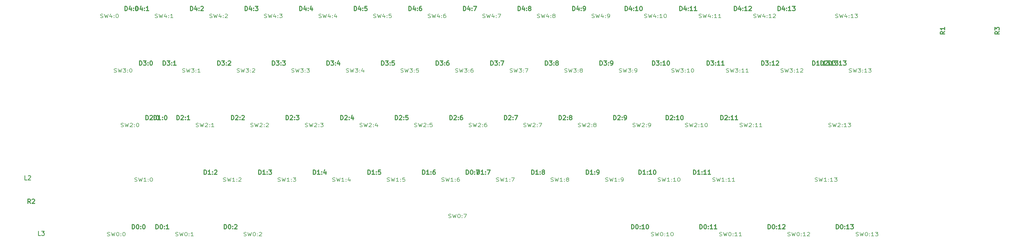
<source format=gto>
G04 (created by PCBNEW-RS274X (2012-04-29 BZR 3537)-testing) date Sat 07 Jul 2012 01:31:47 PM CEST*
G01*
G70*
G90*
%MOIN*%
G04 Gerber Fmt 3.4, Leading zero omitted, Abs format*
%FSLAX34Y34*%
G04 APERTURE LIST*
%ADD10C,0.006000*%
%ADD11C,0.012000*%
%ADD12C,0.010000*%
%ADD13C,0.008000*%
G04 APERTURE END LIST*
G54D10*
G54D11*
X23129Y-50493D02*
X23129Y-49893D01*
X23272Y-49893D01*
X23357Y-49921D01*
X23415Y-49979D01*
X23443Y-50036D01*
X23472Y-50150D01*
X23472Y-50236D01*
X23443Y-50350D01*
X23415Y-50407D01*
X23357Y-50464D01*
X23272Y-50493D01*
X23129Y-50493D01*
X23843Y-49893D02*
X23900Y-49893D01*
X23957Y-49921D01*
X23986Y-49950D01*
X24015Y-50007D01*
X24043Y-50121D01*
X24043Y-50264D01*
X24015Y-50379D01*
X23986Y-50436D01*
X23957Y-50464D01*
X23900Y-50493D01*
X23843Y-50493D01*
X23786Y-50464D01*
X23757Y-50436D01*
X23729Y-50379D01*
X23700Y-50264D01*
X23700Y-50121D01*
X23729Y-50007D01*
X23757Y-49950D01*
X23786Y-49921D01*
X23843Y-49893D01*
X24300Y-50436D02*
X24328Y-50464D01*
X24300Y-50493D01*
X24271Y-50464D01*
X24300Y-50436D01*
X24300Y-50493D01*
X24300Y-50121D02*
X24328Y-50150D01*
X24300Y-50179D01*
X24271Y-50150D01*
X24300Y-50121D01*
X24300Y-50179D01*
X24700Y-49893D02*
X24757Y-49893D01*
X24814Y-49921D01*
X24843Y-49950D01*
X24872Y-50007D01*
X24900Y-50121D01*
X24900Y-50264D01*
X24872Y-50379D01*
X24843Y-50436D01*
X24814Y-50464D01*
X24757Y-50493D01*
X24700Y-50493D01*
X24643Y-50464D01*
X24614Y-50436D01*
X24586Y-50379D01*
X24557Y-50264D01*
X24557Y-50121D01*
X24586Y-50007D01*
X24614Y-49950D01*
X24643Y-49921D01*
X24700Y-49893D01*
X26379Y-50493D02*
X26379Y-49893D01*
X26522Y-49893D01*
X26607Y-49921D01*
X26665Y-49979D01*
X26693Y-50036D01*
X26722Y-50150D01*
X26722Y-50236D01*
X26693Y-50350D01*
X26665Y-50407D01*
X26607Y-50464D01*
X26522Y-50493D01*
X26379Y-50493D01*
X27093Y-49893D02*
X27150Y-49893D01*
X27207Y-49921D01*
X27236Y-49950D01*
X27265Y-50007D01*
X27293Y-50121D01*
X27293Y-50264D01*
X27265Y-50379D01*
X27236Y-50436D01*
X27207Y-50464D01*
X27150Y-50493D01*
X27093Y-50493D01*
X27036Y-50464D01*
X27007Y-50436D01*
X26979Y-50379D01*
X26950Y-50264D01*
X26950Y-50121D01*
X26979Y-50007D01*
X27007Y-49950D01*
X27036Y-49921D01*
X27093Y-49893D01*
X27550Y-50436D02*
X27578Y-50464D01*
X27550Y-50493D01*
X27521Y-50464D01*
X27550Y-50436D01*
X27550Y-50493D01*
X27550Y-50121D02*
X27578Y-50150D01*
X27550Y-50179D01*
X27521Y-50150D01*
X27550Y-50121D01*
X27550Y-50179D01*
X28150Y-50493D02*
X27807Y-50493D01*
X27979Y-50493D02*
X27979Y-49893D01*
X27922Y-49979D01*
X27864Y-50036D01*
X27807Y-50064D01*
X35754Y-50493D02*
X35754Y-49893D01*
X35897Y-49893D01*
X35982Y-49921D01*
X36040Y-49979D01*
X36068Y-50036D01*
X36097Y-50150D01*
X36097Y-50236D01*
X36068Y-50350D01*
X36040Y-50407D01*
X35982Y-50464D01*
X35897Y-50493D01*
X35754Y-50493D01*
X36468Y-49893D02*
X36525Y-49893D01*
X36582Y-49921D01*
X36611Y-49950D01*
X36640Y-50007D01*
X36668Y-50121D01*
X36668Y-50264D01*
X36640Y-50379D01*
X36611Y-50436D01*
X36582Y-50464D01*
X36525Y-50493D01*
X36468Y-50493D01*
X36411Y-50464D01*
X36382Y-50436D01*
X36354Y-50379D01*
X36325Y-50264D01*
X36325Y-50121D01*
X36354Y-50007D01*
X36382Y-49950D01*
X36411Y-49921D01*
X36468Y-49893D01*
X36925Y-50436D02*
X36953Y-50464D01*
X36925Y-50493D01*
X36896Y-50464D01*
X36925Y-50436D01*
X36925Y-50493D01*
X36925Y-50121D02*
X36953Y-50150D01*
X36925Y-50179D01*
X36896Y-50150D01*
X36925Y-50121D01*
X36925Y-50179D01*
X37182Y-49950D02*
X37211Y-49921D01*
X37268Y-49893D01*
X37411Y-49893D01*
X37468Y-49921D01*
X37497Y-49950D01*
X37525Y-50007D01*
X37525Y-50064D01*
X37497Y-50150D01*
X37154Y-50493D01*
X37525Y-50493D01*
X69004Y-42993D02*
X69004Y-42393D01*
X69147Y-42393D01*
X69232Y-42421D01*
X69290Y-42479D01*
X69318Y-42536D01*
X69347Y-42650D01*
X69347Y-42736D01*
X69318Y-42850D01*
X69290Y-42907D01*
X69232Y-42964D01*
X69147Y-42993D01*
X69004Y-42993D01*
X69718Y-42393D02*
X69775Y-42393D01*
X69832Y-42421D01*
X69861Y-42450D01*
X69890Y-42507D01*
X69918Y-42621D01*
X69918Y-42764D01*
X69890Y-42879D01*
X69861Y-42936D01*
X69832Y-42964D01*
X69775Y-42993D01*
X69718Y-42993D01*
X69661Y-42964D01*
X69632Y-42936D01*
X69604Y-42879D01*
X69575Y-42764D01*
X69575Y-42621D01*
X69604Y-42507D01*
X69632Y-42450D01*
X69661Y-42421D01*
X69718Y-42393D01*
X70175Y-42936D02*
X70203Y-42964D01*
X70175Y-42993D01*
X70146Y-42964D01*
X70175Y-42936D01*
X70175Y-42993D01*
X70175Y-42621D02*
X70203Y-42650D01*
X70175Y-42679D01*
X70146Y-42650D01*
X70175Y-42621D01*
X70175Y-42679D01*
X70404Y-42393D02*
X70804Y-42393D01*
X70547Y-42993D01*
X91719Y-50493D02*
X91719Y-49893D01*
X91862Y-49893D01*
X91947Y-49921D01*
X92005Y-49979D01*
X92033Y-50036D01*
X92062Y-50150D01*
X92062Y-50236D01*
X92033Y-50350D01*
X92005Y-50407D01*
X91947Y-50464D01*
X91862Y-50493D01*
X91719Y-50493D01*
X92433Y-49893D02*
X92490Y-49893D01*
X92547Y-49921D01*
X92576Y-49950D01*
X92605Y-50007D01*
X92633Y-50121D01*
X92633Y-50264D01*
X92605Y-50379D01*
X92576Y-50436D01*
X92547Y-50464D01*
X92490Y-50493D01*
X92433Y-50493D01*
X92376Y-50464D01*
X92347Y-50436D01*
X92319Y-50379D01*
X92290Y-50264D01*
X92290Y-50121D01*
X92319Y-50007D01*
X92347Y-49950D01*
X92376Y-49921D01*
X92433Y-49893D01*
X92890Y-50436D02*
X92918Y-50464D01*
X92890Y-50493D01*
X92861Y-50464D01*
X92890Y-50436D01*
X92890Y-50493D01*
X92890Y-50121D02*
X92918Y-50150D01*
X92890Y-50179D01*
X92861Y-50150D01*
X92890Y-50121D01*
X92890Y-50179D01*
X93490Y-50493D02*
X93147Y-50493D01*
X93319Y-50493D02*
X93319Y-49893D01*
X93262Y-49979D01*
X93204Y-50036D01*
X93147Y-50064D01*
X93861Y-49893D02*
X93918Y-49893D01*
X93975Y-49921D01*
X94004Y-49950D01*
X94033Y-50007D01*
X94061Y-50121D01*
X94061Y-50264D01*
X94033Y-50379D01*
X94004Y-50436D01*
X93975Y-50464D01*
X93918Y-50493D01*
X93861Y-50493D01*
X93804Y-50464D01*
X93775Y-50436D01*
X93747Y-50379D01*
X93718Y-50264D01*
X93718Y-50121D01*
X93747Y-50007D01*
X93775Y-49950D01*
X93804Y-49921D01*
X93861Y-49893D01*
X101094Y-50493D02*
X101094Y-49893D01*
X101237Y-49893D01*
X101322Y-49921D01*
X101380Y-49979D01*
X101408Y-50036D01*
X101437Y-50150D01*
X101437Y-50236D01*
X101408Y-50350D01*
X101380Y-50407D01*
X101322Y-50464D01*
X101237Y-50493D01*
X101094Y-50493D01*
X101808Y-49893D02*
X101865Y-49893D01*
X101922Y-49921D01*
X101951Y-49950D01*
X101980Y-50007D01*
X102008Y-50121D01*
X102008Y-50264D01*
X101980Y-50379D01*
X101951Y-50436D01*
X101922Y-50464D01*
X101865Y-50493D01*
X101808Y-50493D01*
X101751Y-50464D01*
X101722Y-50436D01*
X101694Y-50379D01*
X101665Y-50264D01*
X101665Y-50121D01*
X101694Y-50007D01*
X101722Y-49950D01*
X101751Y-49921D01*
X101808Y-49893D01*
X102265Y-50436D02*
X102293Y-50464D01*
X102265Y-50493D01*
X102236Y-50464D01*
X102265Y-50436D01*
X102265Y-50493D01*
X102265Y-50121D02*
X102293Y-50150D01*
X102265Y-50179D01*
X102236Y-50150D01*
X102265Y-50121D01*
X102265Y-50179D01*
X102865Y-50493D02*
X102522Y-50493D01*
X102694Y-50493D02*
X102694Y-49893D01*
X102637Y-49979D01*
X102579Y-50036D01*
X102522Y-50064D01*
X103436Y-50493D02*
X103093Y-50493D01*
X103265Y-50493D02*
X103265Y-49893D01*
X103208Y-49979D01*
X103150Y-50036D01*
X103093Y-50064D01*
X110469Y-50493D02*
X110469Y-49893D01*
X110612Y-49893D01*
X110697Y-49921D01*
X110755Y-49979D01*
X110783Y-50036D01*
X110812Y-50150D01*
X110812Y-50236D01*
X110783Y-50350D01*
X110755Y-50407D01*
X110697Y-50464D01*
X110612Y-50493D01*
X110469Y-50493D01*
X111183Y-49893D02*
X111240Y-49893D01*
X111297Y-49921D01*
X111326Y-49950D01*
X111355Y-50007D01*
X111383Y-50121D01*
X111383Y-50264D01*
X111355Y-50379D01*
X111326Y-50436D01*
X111297Y-50464D01*
X111240Y-50493D01*
X111183Y-50493D01*
X111126Y-50464D01*
X111097Y-50436D01*
X111069Y-50379D01*
X111040Y-50264D01*
X111040Y-50121D01*
X111069Y-50007D01*
X111097Y-49950D01*
X111126Y-49921D01*
X111183Y-49893D01*
X111640Y-50436D02*
X111668Y-50464D01*
X111640Y-50493D01*
X111611Y-50464D01*
X111640Y-50436D01*
X111640Y-50493D01*
X111640Y-50121D02*
X111668Y-50150D01*
X111640Y-50179D01*
X111611Y-50150D01*
X111640Y-50121D01*
X111640Y-50179D01*
X112240Y-50493D02*
X111897Y-50493D01*
X112069Y-50493D02*
X112069Y-49893D01*
X112012Y-49979D01*
X111954Y-50036D01*
X111897Y-50064D01*
X112468Y-49950D02*
X112497Y-49921D01*
X112554Y-49893D01*
X112697Y-49893D01*
X112754Y-49921D01*
X112783Y-49950D01*
X112811Y-50007D01*
X112811Y-50064D01*
X112783Y-50150D01*
X112440Y-50493D01*
X112811Y-50493D01*
X119844Y-50493D02*
X119844Y-49893D01*
X119987Y-49893D01*
X120072Y-49921D01*
X120130Y-49979D01*
X120158Y-50036D01*
X120187Y-50150D01*
X120187Y-50236D01*
X120158Y-50350D01*
X120130Y-50407D01*
X120072Y-50464D01*
X119987Y-50493D01*
X119844Y-50493D01*
X120558Y-49893D02*
X120615Y-49893D01*
X120672Y-49921D01*
X120701Y-49950D01*
X120730Y-50007D01*
X120758Y-50121D01*
X120758Y-50264D01*
X120730Y-50379D01*
X120701Y-50436D01*
X120672Y-50464D01*
X120615Y-50493D01*
X120558Y-50493D01*
X120501Y-50464D01*
X120472Y-50436D01*
X120444Y-50379D01*
X120415Y-50264D01*
X120415Y-50121D01*
X120444Y-50007D01*
X120472Y-49950D01*
X120501Y-49921D01*
X120558Y-49893D01*
X121015Y-50436D02*
X121043Y-50464D01*
X121015Y-50493D01*
X120986Y-50464D01*
X121015Y-50436D01*
X121015Y-50493D01*
X121015Y-50121D02*
X121043Y-50150D01*
X121015Y-50179D01*
X120986Y-50150D01*
X121015Y-50121D01*
X121015Y-50179D01*
X121615Y-50493D02*
X121272Y-50493D01*
X121444Y-50493D02*
X121444Y-49893D01*
X121387Y-49979D01*
X121329Y-50036D01*
X121272Y-50064D01*
X121815Y-49893D02*
X122186Y-49893D01*
X121986Y-50121D01*
X122072Y-50121D01*
X122129Y-50150D01*
X122158Y-50179D01*
X122186Y-50236D01*
X122186Y-50379D01*
X122158Y-50436D01*
X122129Y-50464D01*
X122072Y-50493D01*
X121900Y-50493D01*
X121843Y-50464D01*
X121815Y-50436D01*
X26129Y-35493D02*
X26129Y-34893D01*
X26272Y-34893D01*
X26357Y-34921D01*
X26415Y-34979D01*
X26443Y-35036D01*
X26472Y-35150D01*
X26472Y-35236D01*
X26443Y-35350D01*
X26415Y-35407D01*
X26357Y-35464D01*
X26272Y-35493D01*
X26129Y-35493D01*
X27043Y-35493D02*
X26700Y-35493D01*
X26872Y-35493D02*
X26872Y-34893D01*
X26815Y-34979D01*
X26757Y-35036D01*
X26700Y-35064D01*
X27300Y-35436D02*
X27328Y-35464D01*
X27300Y-35493D01*
X27271Y-35464D01*
X27300Y-35436D01*
X27300Y-35493D01*
X27300Y-35121D02*
X27328Y-35150D01*
X27300Y-35179D01*
X27271Y-35150D01*
X27300Y-35121D01*
X27300Y-35179D01*
X27700Y-34893D02*
X27757Y-34893D01*
X27814Y-34921D01*
X27843Y-34950D01*
X27872Y-35007D01*
X27900Y-35121D01*
X27900Y-35264D01*
X27872Y-35379D01*
X27843Y-35436D01*
X27814Y-35464D01*
X27757Y-35493D01*
X27700Y-35493D01*
X27643Y-35464D01*
X27614Y-35436D01*
X27586Y-35379D01*
X27557Y-35264D01*
X27557Y-35121D01*
X27586Y-35007D01*
X27614Y-34950D01*
X27643Y-34921D01*
X27700Y-34893D01*
X33004Y-42993D02*
X33004Y-42393D01*
X33147Y-42393D01*
X33232Y-42421D01*
X33290Y-42479D01*
X33318Y-42536D01*
X33347Y-42650D01*
X33347Y-42736D01*
X33318Y-42850D01*
X33290Y-42907D01*
X33232Y-42964D01*
X33147Y-42993D01*
X33004Y-42993D01*
X33918Y-42993D02*
X33575Y-42993D01*
X33747Y-42993D02*
X33747Y-42393D01*
X33690Y-42479D01*
X33632Y-42536D01*
X33575Y-42564D01*
X34175Y-42936D02*
X34203Y-42964D01*
X34175Y-42993D01*
X34146Y-42964D01*
X34175Y-42936D01*
X34175Y-42993D01*
X34175Y-42621D02*
X34203Y-42650D01*
X34175Y-42679D01*
X34146Y-42650D01*
X34175Y-42621D01*
X34175Y-42679D01*
X34432Y-42450D02*
X34461Y-42421D01*
X34518Y-42393D01*
X34661Y-42393D01*
X34718Y-42421D01*
X34747Y-42450D01*
X34775Y-42507D01*
X34775Y-42564D01*
X34747Y-42650D01*
X34404Y-42993D01*
X34775Y-42993D01*
X40504Y-42993D02*
X40504Y-42393D01*
X40647Y-42393D01*
X40732Y-42421D01*
X40790Y-42479D01*
X40818Y-42536D01*
X40847Y-42650D01*
X40847Y-42736D01*
X40818Y-42850D01*
X40790Y-42907D01*
X40732Y-42964D01*
X40647Y-42993D01*
X40504Y-42993D01*
X41418Y-42993D02*
X41075Y-42993D01*
X41247Y-42993D02*
X41247Y-42393D01*
X41190Y-42479D01*
X41132Y-42536D01*
X41075Y-42564D01*
X41675Y-42936D02*
X41703Y-42964D01*
X41675Y-42993D01*
X41646Y-42964D01*
X41675Y-42936D01*
X41675Y-42993D01*
X41675Y-42621D02*
X41703Y-42650D01*
X41675Y-42679D01*
X41646Y-42650D01*
X41675Y-42621D01*
X41675Y-42679D01*
X41904Y-42393D02*
X42275Y-42393D01*
X42075Y-42621D01*
X42161Y-42621D01*
X42218Y-42650D01*
X42247Y-42679D01*
X42275Y-42736D01*
X42275Y-42879D01*
X42247Y-42936D01*
X42218Y-42964D01*
X42161Y-42993D01*
X41989Y-42993D01*
X41932Y-42964D01*
X41904Y-42936D01*
X48004Y-42993D02*
X48004Y-42393D01*
X48147Y-42393D01*
X48232Y-42421D01*
X48290Y-42479D01*
X48318Y-42536D01*
X48347Y-42650D01*
X48347Y-42736D01*
X48318Y-42850D01*
X48290Y-42907D01*
X48232Y-42964D01*
X48147Y-42993D01*
X48004Y-42993D01*
X48918Y-42993D02*
X48575Y-42993D01*
X48747Y-42993D02*
X48747Y-42393D01*
X48690Y-42479D01*
X48632Y-42536D01*
X48575Y-42564D01*
X49175Y-42936D02*
X49203Y-42964D01*
X49175Y-42993D01*
X49146Y-42964D01*
X49175Y-42936D01*
X49175Y-42993D01*
X49175Y-42621D02*
X49203Y-42650D01*
X49175Y-42679D01*
X49146Y-42650D01*
X49175Y-42621D01*
X49175Y-42679D01*
X49718Y-42593D02*
X49718Y-42993D01*
X49575Y-42364D02*
X49432Y-42793D01*
X49804Y-42793D01*
X55504Y-42993D02*
X55504Y-42393D01*
X55647Y-42393D01*
X55732Y-42421D01*
X55790Y-42479D01*
X55818Y-42536D01*
X55847Y-42650D01*
X55847Y-42736D01*
X55818Y-42850D01*
X55790Y-42907D01*
X55732Y-42964D01*
X55647Y-42993D01*
X55504Y-42993D01*
X56418Y-42993D02*
X56075Y-42993D01*
X56247Y-42993D02*
X56247Y-42393D01*
X56190Y-42479D01*
X56132Y-42536D01*
X56075Y-42564D01*
X56675Y-42936D02*
X56703Y-42964D01*
X56675Y-42993D01*
X56646Y-42964D01*
X56675Y-42936D01*
X56675Y-42993D01*
X56675Y-42621D02*
X56703Y-42650D01*
X56675Y-42679D01*
X56646Y-42650D01*
X56675Y-42621D01*
X56675Y-42679D01*
X57247Y-42393D02*
X56961Y-42393D01*
X56932Y-42679D01*
X56961Y-42650D01*
X57018Y-42621D01*
X57161Y-42621D01*
X57218Y-42650D01*
X57247Y-42679D01*
X57275Y-42736D01*
X57275Y-42879D01*
X57247Y-42936D01*
X57218Y-42964D01*
X57161Y-42993D01*
X57018Y-42993D01*
X56961Y-42964D01*
X56932Y-42936D01*
X63004Y-42993D02*
X63004Y-42393D01*
X63147Y-42393D01*
X63232Y-42421D01*
X63290Y-42479D01*
X63318Y-42536D01*
X63347Y-42650D01*
X63347Y-42736D01*
X63318Y-42850D01*
X63290Y-42907D01*
X63232Y-42964D01*
X63147Y-42993D01*
X63004Y-42993D01*
X63918Y-42993D02*
X63575Y-42993D01*
X63747Y-42993D02*
X63747Y-42393D01*
X63690Y-42479D01*
X63632Y-42536D01*
X63575Y-42564D01*
X64175Y-42936D02*
X64203Y-42964D01*
X64175Y-42993D01*
X64146Y-42964D01*
X64175Y-42936D01*
X64175Y-42993D01*
X64175Y-42621D02*
X64203Y-42650D01*
X64175Y-42679D01*
X64146Y-42650D01*
X64175Y-42621D01*
X64175Y-42679D01*
X64718Y-42393D02*
X64604Y-42393D01*
X64547Y-42421D01*
X64518Y-42450D01*
X64461Y-42536D01*
X64432Y-42650D01*
X64432Y-42879D01*
X64461Y-42936D01*
X64489Y-42964D01*
X64547Y-42993D01*
X64661Y-42993D01*
X64718Y-42964D01*
X64747Y-42936D01*
X64775Y-42879D01*
X64775Y-42736D01*
X64747Y-42679D01*
X64718Y-42650D01*
X64661Y-42621D01*
X64547Y-42621D01*
X64489Y-42650D01*
X64461Y-42679D01*
X64432Y-42736D01*
X70504Y-42993D02*
X70504Y-42393D01*
X70647Y-42393D01*
X70732Y-42421D01*
X70790Y-42479D01*
X70818Y-42536D01*
X70847Y-42650D01*
X70847Y-42736D01*
X70818Y-42850D01*
X70790Y-42907D01*
X70732Y-42964D01*
X70647Y-42993D01*
X70504Y-42993D01*
X71418Y-42993D02*
X71075Y-42993D01*
X71247Y-42993D02*
X71247Y-42393D01*
X71190Y-42479D01*
X71132Y-42536D01*
X71075Y-42564D01*
X71675Y-42936D02*
X71703Y-42964D01*
X71675Y-42993D01*
X71646Y-42964D01*
X71675Y-42936D01*
X71675Y-42993D01*
X71675Y-42621D02*
X71703Y-42650D01*
X71675Y-42679D01*
X71646Y-42650D01*
X71675Y-42621D01*
X71675Y-42679D01*
X71904Y-42393D02*
X72304Y-42393D01*
X72047Y-42993D01*
X78004Y-42993D02*
X78004Y-42393D01*
X78147Y-42393D01*
X78232Y-42421D01*
X78290Y-42479D01*
X78318Y-42536D01*
X78347Y-42650D01*
X78347Y-42736D01*
X78318Y-42850D01*
X78290Y-42907D01*
X78232Y-42964D01*
X78147Y-42993D01*
X78004Y-42993D01*
X78918Y-42993D02*
X78575Y-42993D01*
X78747Y-42993D02*
X78747Y-42393D01*
X78690Y-42479D01*
X78632Y-42536D01*
X78575Y-42564D01*
X79175Y-42936D02*
X79203Y-42964D01*
X79175Y-42993D01*
X79146Y-42964D01*
X79175Y-42936D01*
X79175Y-42993D01*
X79175Y-42621D02*
X79203Y-42650D01*
X79175Y-42679D01*
X79146Y-42650D01*
X79175Y-42621D01*
X79175Y-42679D01*
X79547Y-42650D02*
X79489Y-42621D01*
X79461Y-42593D01*
X79432Y-42536D01*
X79432Y-42507D01*
X79461Y-42450D01*
X79489Y-42421D01*
X79547Y-42393D01*
X79661Y-42393D01*
X79718Y-42421D01*
X79747Y-42450D01*
X79775Y-42507D01*
X79775Y-42536D01*
X79747Y-42593D01*
X79718Y-42621D01*
X79661Y-42650D01*
X79547Y-42650D01*
X79489Y-42679D01*
X79461Y-42707D01*
X79432Y-42764D01*
X79432Y-42879D01*
X79461Y-42936D01*
X79489Y-42964D01*
X79547Y-42993D01*
X79661Y-42993D01*
X79718Y-42964D01*
X79747Y-42936D01*
X79775Y-42879D01*
X79775Y-42764D01*
X79747Y-42707D01*
X79718Y-42679D01*
X79661Y-42650D01*
X85504Y-42993D02*
X85504Y-42393D01*
X85647Y-42393D01*
X85732Y-42421D01*
X85790Y-42479D01*
X85818Y-42536D01*
X85847Y-42650D01*
X85847Y-42736D01*
X85818Y-42850D01*
X85790Y-42907D01*
X85732Y-42964D01*
X85647Y-42993D01*
X85504Y-42993D01*
X86418Y-42993D02*
X86075Y-42993D01*
X86247Y-42993D02*
X86247Y-42393D01*
X86190Y-42479D01*
X86132Y-42536D01*
X86075Y-42564D01*
X86675Y-42936D02*
X86703Y-42964D01*
X86675Y-42993D01*
X86646Y-42964D01*
X86675Y-42936D01*
X86675Y-42993D01*
X86675Y-42621D02*
X86703Y-42650D01*
X86675Y-42679D01*
X86646Y-42650D01*
X86675Y-42621D01*
X86675Y-42679D01*
X86989Y-42993D02*
X87104Y-42993D01*
X87161Y-42964D01*
X87189Y-42936D01*
X87247Y-42850D01*
X87275Y-42736D01*
X87275Y-42507D01*
X87247Y-42450D01*
X87218Y-42421D01*
X87161Y-42393D01*
X87047Y-42393D01*
X86989Y-42421D01*
X86961Y-42450D01*
X86932Y-42507D01*
X86932Y-42650D01*
X86961Y-42707D01*
X86989Y-42736D01*
X87047Y-42764D01*
X87161Y-42764D01*
X87218Y-42736D01*
X87247Y-42707D01*
X87275Y-42650D01*
X92719Y-42993D02*
X92719Y-42393D01*
X92862Y-42393D01*
X92947Y-42421D01*
X93005Y-42479D01*
X93033Y-42536D01*
X93062Y-42650D01*
X93062Y-42736D01*
X93033Y-42850D01*
X93005Y-42907D01*
X92947Y-42964D01*
X92862Y-42993D01*
X92719Y-42993D01*
X93633Y-42993D02*
X93290Y-42993D01*
X93462Y-42993D02*
X93462Y-42393D01*
X93405Y-42479D01*
X93347Y-42536D01*
X93290Y-42564D01*
X93890Y-42936D02*
X93918Y-42964D01*
X93890Y-42993D01*
X93861Y-42964D01*
X93890Y-42936D01*
X93890Y-42993D01*
X93890Y-42621D02*
X93918Y-42650D01*
X93890Y-42679D01*
X93861Y-42650D01*
X93890Y-42621D01*
X93890Y-42679D01*
X94490Y-42993D02*
X94147Y-42993D01*
X94319Y-42993D02*
X94319Y-42393D01*
X94262Y-42479D01*
X94204Y-42536D01*
X94147Y-42564D01*
X94861Y-42393D02*
X94918Y-42393D01*
X94975Y-42421D01*
X95004Y-42450D01*
X95033Y-42507D01*
X95061Y-42621D01*
X95061Y-42764D01*
X95033Y-42879D01*
X95004Y-42936D01*
X94975Y-42964D01*
X94918Y-42993D01*
X94861Y-42993D01*
X94804Y-42964D01*
X94775Y-42936D01*
X94747Y-42879D01*
X94718Y-42764D01*
X94718Y-42621D01*
X94747Y-42507D01*
X94775Y-42450D01*
X94804Y-42421D01*
X94861Y-42393D01*
X100219Y-42993D02*
X100219Y-42393D01*
X100362Y-42393D01*
X100447Y-42421D01*
X100505Y-42479D01*
X100533Y-42536D01*
X100562Y-42650D01*
X100562Y-42736D01*
X100533Y-42850D01*
X100505Y-42907D01*
X100447Y-42964D01*
X100362Y-42993D01*
X100219Y-42993D01*
X101133Y-42993D02*
X100790Y-42993D01*
X100962Y-42993D02*
X100962Y-42393D01*
X100905Y-42479D01*
X100847Y-42536D01*
X100790Y-42564D01*
X101390Y-42936D02*
X101418Y-42964D01*
X101390Y-42993D01*
X101361Y-42964D01*
X101390Y-42936D01*
X101390Y-42993D01*
X101390Y-42621D02*
X101418Y-42650D01*
X101390Y-42679D01*
X101361Y-42650D01*
X101390Y-42621D01*
X101390Y-42679D01*
X101990Y-42993D02*
X101647Y-42993D01*
X101819Y-42993D02*
X101819Y-42393D01*
X101762Y-42479D01*
X101704Y-42536D01*
X101647Y-42564D01*
X102561Y-42993D02*
X102218Y-42993D01*
X102390Y-42993D02*
X102390Y-42393D01*
X102333Y-42479D01*
X102275Y-42536D01*
X102218Y-42564D01*
X116594Y-27993D02*
X116594Y-27393D01*
X116737Y-27393D01*
X116822Y-27421D01*
X116880Y-27479D01*
X116908Y-27536D01*
X116937Y-27650D01*
X116937Y-27736D01*
X116908Y-27850D01*
X116880Y-27907D01*
X116822Y-27964D01*
X116737Y-27993D01*
X116594Y-27993D01*
X117508Y-27993D02*
X117165Y-27993D01*
X117337Y-27993D02*
X117337Y-27393D01*
X117280Y-27479D01*
X117222Y-27536D01*
X117165Y-27564D01*
X117765Y-27936D02*
X117793Y-27964D01*
X117765Y-27993D01*
X117736Y-27964D01*
X117765Y-27936D01*
X117765Y-27993D01*
X117765Y-27621D02*
X117793Y-27650D01*
X117765Y-27679D01*
X117736Y-27650D01*
X117765Y-27621D01*
X117765Y-27679D01*
X118365Y-27993D02*
X118022Y-27993D01*
X118194Y-27993D02*
X118194Y-27393D01*
X118137Y-27479D01*
X118079Y-27536D01*
X118022Y-27564D01*
X118565Y-27393D02*
X118936Y-27393D01*
X118736Y-27621D01*
X118822Y-27621D01*
X118879Y-27650D01*
X118908Y-27679D01*
X118936Y-27736D01*
X118936Y-27879D01*
X118908Y-27936D01*
X118879Y-27964D01*
X118822Y-27993D01*
X118650Y-27993D01*
X118593Y-27964D01*
X118565Y-27936D01*
X25004Y-35493D02*
X25004Y-34893D01*
X25147Y-34893D01*
X25232Y-34921D01*
X25290Y-34979D01*
X25318Y-35036D01*
X25347Y-35150D01*
X25347Y-35236D01*
X25318Y-35350D01*
X25290Y-35407D01*
X25232Y-35464D01*
X25147Y-35493D01*
X25004Y-35493D01*
X25575Y-34950D02*
X25604Y-34921D01*
X25661Y-34893D01*
X25804Y-34893D01*
X25861Y-34921D01*
X25890Y-34950D01*
X25918Y-35007D01*
X25918Y-35064D01*
X25890Y-35150D01*
X25547Y-35493D01*
X25918Y-35493D01*
X26175Y-35436D02*
X26203Y-35464D01*
X26175Y-35493D01*
X26146Y-35464D01*
X26175Y-35436D01*
X26175Y-35493D01*
X26175Y-35121D02*
X26203Y-35150D01*
X26175Y-35179D01*
X26146Y-35150D01*
X26175Y-35121D01*
X26175Y-35179D01*
X26575Y-34893D02*
X26632Y-34893D01*
X26689Y-34921D01*
X26718Y-34950D01*
X26747Y-35007D01*
X26775Y-35121D01*
X26775Y-35264D01*
X26747Y-35379D01*
X26718Y-35436D01*
X26689Y-35464D01*
X26632Y-35493D01*
X26575Y-35493D01*
X26518Y-35464D01*
X26489Y-35436D01*
X26461Y-35379D01*
X26432Y-35264D01*
X26432Y-35121D01*
X26461Y-35007D01*
X26489Y-34950D01*
X26518Y-34921D01*
X26575Y-34893D01*
X29254Y-35493D02*
X29254Y-34893D01*
X29397Y-34893D01*
X29482Y-34921D01*
X29540Y-34979D01*
X29568Y-35036D01*
X29597Y-35150D01*
X29597Y-35236D01*
X29568Y-35350D01*
X29540Y-35407D01*
X29482Y-35464D01*
X29397Y-35493D01*
X29254Y-35493D01*
X29825Y-34950D02*
X29854Y-34921D01*
X29911Y-34893D01*
X30054Y-34893D01*
X30111Y-34921D01*
X30140Y-34950D01*
X30168Y-35007D01*
X30168Y-35064D01*
X30140Y-35150D01*
X29797Y-35493D01*
X30168Y-35493D01*
X30425Y-35436D02*
X30453Y-35464D01*
X30425Y-35493D01*
X30396Y-35464D01*
X30425Y-35436D01*
X30425Y-35493D01*
X30425Y-35121D02*
X30453Y-35150D01*
X30425Y-35179D01*
X30396Y-35150D01*
X30425Y-35121D01*
X30425Y-35179D01*
X31025Y-35493D02*
X30682Y-35493D01*
X30854Y-35493D02*
X30854Y-34893D01*
X30797Y-34979D01*
X30739Y-35036D01*
X30682Y-35064D01*
X36754Y-35493D02*
X36754Y-34893D01*
X36897Y-34893D01*
X36982Y-34921D01*
X37040Y-34979D01*
X37068Y-35036D01*
X37097Y-35150D01*
X37097Y-35236D01*
X37068Y-35350D01*
X37040Y-35407D01*
X36982Y-35464D01*
X36897Y-35493D01*
X36754Y-35493D01*
X37325Y-34950D02*
X37354Y-34921D01*
X37411Y-34893D01*
X37554Y-34893D01*
X37611Y-34921D01*
X37640Y-34950D01*
X37668Y-35007D01*
X37668Y-35064D01*
X37640Y-35150D01*
X37297Y-35493D01*
X37668Y-35493D01*
X37925Y-35436D02*
X37953Y-35464D01*
X37925Y-35493D01*
X37896Y-35464D01*
X37925Y-35436D01*
X37925Y-35493D01*
X37925Y-35121D02*
X37953Y-35150D01*
X37925Y-35179D01*
X37896Y-35150D01*
X37925Y-35121D01*
X37925Y-35179D01*
X38182Y-34950D02*
X38211Y-34921D01*
X38268Y-34893D01*
X38411Y-34893D01*
X38468Y-34921D01*
X38497Y-34950D01*
X38525Y-35007D01*
X38525Y-35064D01*
X38497Y-35150D01*
X38154Y-35493D01*
X38525Y-35493D01*
X44254Y-35493D02*
X44254Y-34893D01*
X44397Y-34893D01*
X44482Y-34921D01*
X44540Y-34979D01*
X44568Y-35036D01*
X44597Y-35150D01*
X44597Y-35236D01*
X44568Y-35350D01*
X44540Y-35407D01*
X44482Y-35464D01*
X44397Y-35493D01*
X44254Y-35493D01*
X44825Y-34950D02*
X44854Y-34921D01*
X44911Y-34893D01*
X45054Y-34893D01*
X45111Y-34921D01*
X45140Y-34950D01*
X45168Y-35007D01*
X45168Y-35064D01*
X45140Y-35150D01*
X44797Y-35493D01*
X45168Y-35493D01*
X45425Y-35436D02*
X45453Y-35464D01*
X45425Y-35493D01*
X45396Y-35464D01*
X45425Y-35436D01*
X45425Y-35493D01*
X45425Y-35121D02*
X45453Y-35150D01*
X45425Y-35179D01*
X45396Y-35150D01*
X45425Y-35121D01*
X45425Y-35179D01*
X45654Y-34893D02*
X46025Y-34893D01*
X45825Y-35121D01*
X45911Y-35121D01*
X45968Y-35150D01*
X45997Y-35179D01*
X46025Y-35236D01*
X46025Y-35379D01*
X45997Y-35436D01*
X45968Y-35464D01*
X45911Y-35493D01*
X45739Y-35493D01*
X45682Y-35464D01*
X45654Y-35436D01*
X51754Y-35493D02*
X51754Y-34893D01*
X51897Y-34893D01*
X51982Y-34921D01*
X52040Y-34979D01*
X52068Y-35036D01*
X52097Y-35150D01*
X52097Y-35236D01*
X52068Y-35350D01*
X52040Y-35407D01*
X51982Y-35464D01*
X51897Y-35493D01*
X51754Y-35493D01*
X52325Y-34950D02*
X52354Y-34921D01*
X52411Y-34893D01*
X52554Y-34893D01*
X52611Y-34921D01*
X52640Y-34950D01*
X52668Y-35007D01*
X52668Y-35064D01*
X52640Y-35150D01*
X52297Y-35493D01*
X52668Y-35493D01*
X52925Y-35436D02*
X52953Y-35464D01*
X52925Y-35493D01*
X52896Y-35464D01*
X52925Y-35436D01*
X52925Y-35493D01*
X52925Y-35121D02*
X52953Y-35150D01*
X52925Y-35179D01*
X52896Y-35150D01*
X52925Y-35121D01*
X52925Y-35179D01*
X53468Y-35093D02*
X53468Y-35493D01*
X53325Y-34864D02*
X53182Y-35293D01*
X53554Y-35293D01*
X59254Y-35493D02*
X59254Y-34893D01*
X59397Y-34893D01*
X59482Y-34921D01*
X59540Y-34979D01*
X59568Y-35036D01*
X59597Y-35150D01*
X59597Y-35236D01*
X59568Y-35350D01*
X59540Y-35407D01*
X59482Y-35464D01*
X59397Y-35493D01*
X59254Y-35493D01*
X59825Y-34950D02*
X59854Y-34921D01*
X59911Y-34893D01*
X60054Y-34893D01*
X60111Y-34921D01*
X60140Y-34950D01*
X60168Y-35007D01*
X60168Y-35064D01*
X60140Y-35150D01*
X59797Y-35493D01*
X60168Y-35493D01*
X60425Y-35436D02*
X60453Y-35464D01*
X60425Y-35493D01*
X60396Y-35464D01*
X60425Y-35436D01*
X60425Y-35493D01*
X60425Y-35121D02*
X60453Y-35150D01*
X60425Y-35179D01*
X60396Y-35150D01*
X60425Y-35121D01*
X60425Y-35179D01*
X60997Y-34893D02*
X60711Y-34893D01*
X60682Y-35179D01*
X60711Y-35150D01*
X60768Y-35121D01*
X60911Y-35121D01*
X60968Y-35150D01*
X60997Y-35179D01*
X61025Y-35236D01*
X61025Y-35379D01*
X60997Y-35436D01*
X60968Y-35464D01*
X60911Y-35493D01*
X60768Y-35493D01*
X60711Y-35464D01*
X60682Y-35436D01*
X66754Y-35493D02*
X66754Y-34893D01*
X66897Y-34893D01*
X66982Y-34921D01*
X67040Y-34979D01*
X67068Y-35036D01*
X67097Y-35150D01*
X67097Y-35236D01*
X67068Y-35350D01*
X67040Y-35407D01*
X66982Y-35464D01*
X66897Y-35493D01*
X66754Y-35493D01*
X67325Y-34950D02*
X67354Y-34921D01*
X67411Y-34893D01*
X67554Y-34893D01*
X67611Y-34921D01*
X67640Y-34950D01*
X67668Y-35007D01*
X67668Y-35064D01*
X67640Y-35150D01*
X67297Y-35493D01*
X67668Y-35493D01*
X67925Y-35436D02*
X67953Y-35464D01*
X67925Y-35493D01*
X67896Y-35464D01*
X67925Y-35436D01*
X67925Y-35493D01*
X67925Y-35121D02*
X67953Y-35150D01*
X67925Y-35179D01*
X67896Y-35150D01*
X67925Y-35121D01*
X67925Y-35179D01*
X68468Y-34893D02*
X68354Y-34893D01*
X68297Y-34921D01*
X68268Y-34950D01*
X68211Y-35036D01*
X68182Y-35150D01*
X68182Y-35379D01*
X68211Y-35436D01*
X68239Y-35464D01*
X68297Y-35493D01*
X68411Y-35493D01*
X68468Y-35464D01*
X68497Y-35436D01*
X68525Y-35379D01*
X68525Y-35236D01*
X68497Y-35179D01*
X68468Y-35150D01*
X68411Y-35121D01*
X68297Y-35121D01*
X68239Y-35150D01*
X68211Y-35179D01*
X68182Y-35236D01*
X74254Y-35493D02*
X74254Y-34893D01*
X74397Y-34893D01*
X74482Y-34921D01*
X74540Y-34979D01*
X74568Y-35036D01*
X74597Y-35150D01*
X74597Y-35236D01*
X74568Y-35350D01*
X74540Y-35407D01*
X74482Y-35464D01*
X74397Y-35493D01*
X74254Y-35493D01*
X74825Y-34950D02*
X74854Y-34921D01*
X74911Y-34893D01*
X75054Y-34893D01*
X75111Y-34921D01*
X75140Y-34950D01*
X75168Y-35007D01*
X75168Y-35064D01*
X75140Y-35150D01*
X74797Y-35493D01*
X75168Y-35493D01*
X75425Y-35436D02*
X75453Y-35464D01*
X75425Y-35493D01*
X75396Y-35464D01*
X75425Y-35436D01*
X75425Y-35493D01*
X75425Y-35121D02*
X75453Y-35150D01*
X75425Y-35179D01*
X75396Y-35150D01*
X75425Y-35121D01*
X75425Y-35179D01*
X75654Y-34893D02*
X76054Y-34893D01*
X75797Y-35493D01*
X81754Y-35493D02*
X81754Y-34893D01*
X81897Y-34893D01*
X81982Y-34921D01*
X82040Y-34979D01*
X82068Y-35036D01*
X82097Y-35150D01*
X82097Y-35236D01*
X82068Y-35350D01*
X82040Y-35407D01*
X81982Y-35464D01*
X81897Y-35493D01*
X81754Y-35493D01*
X82325Y-34950D02*
X82354Y-34921D01*
X82411Y-34893D01*
X82554Y-34893D01*
X82611Y-34921D01*
X82640Y-34950D01*
X82668Y-35007D01*
X82668Y-35064D01*
X82640Y-35150D01*
X82297Y-35493D01*
X82668Y-35493D01*
X82925Y-35436D02*
X82953Y-35464D01*
X82925Y-35493D01*
X82896Y-35464D01*
X82925Y-35436D01*
X82925Y-35493D01*
X82925Y-35121D02*
X82953Y-35150D01*
X82925Y-35179D01*
X82896Y-35150D01*
X82925Y-35121D01*
X82925Y-35179D01*
X83297Y-35150D02*
X83239Y-35121D01*
X83211Y-35093D01*
X83182Y-35036D01*
X83182Y-35007D01*
X83211Y-34950D01*
X83239Y-34921D01*
X83297Y-34893D01*
X83411Y-34893D01*
X83468Y-34921D01*
X83497Y-34950D01*
X83525Y-35007D01*
X83525Y-35036D01*
X83497Y-35093D01*
X83468Y-35121D01*
X83411Y-35150D01*
X83297Y-35150D01*
X83239Y-35179D01*
X83211Y-35207D01*
X83182Y-35264D01*
X83182Y-35379D01*
X83211Y-35436D01*
X83239Y-35464D01*
X83297Y-35493D01*
X83411Y-35493D01*
X83468Y-35464D01*
X83497Y-35436D01*
X83525Y-35379D01*
X83525Y-35264D01*
X83497Y-35207D01*
X83468Y-35179D01*
X83411Y-35150D01*
X89254Y-35493D02*
X89254Y-34893D01*
X89397Y-34893D01*
X89482Y-34921D01*
X89540Y-34979D01*
X89568Y-35036D01*
X89597Y-35150D01*
X89597Y-35236D01*
X89568Y-35350D01*
X89540Y-35407D01*
X89482Y-35464D01*
X89397Y-35493D01*
X89254Y-35493D01*
X89825Y-34950D02*
X89854Y-34921D01*
X89911Y-34893D01*
X90054Y-34893D01*
X90111Y-34921D01*
X90140Y-34950D01*
X90168Y-35007D01*
X90168Y-35064D01*
X90140Y-35150D01*
X89797Y-35493D01*
X90168Y-35493D01*
X90425Y-35436D02*
X90453Y-35464D01*
X90425Y-35493D01*
X90396Y-35464D01*
X90425Y-35436D01*
X90425Y-35493D01*
X90425Y-35121D02*
X90453Y-35150D01*
X90425Y-35179D01*
X90396Y-35150D01*
X90425Y-35121D01*
X90425Y-35179D01*
X90739Y-35493D02*
X90854Y-35493D01*
X90911Y-35464D01*
X90939Y-35436D01*
X90997Y-35350D01*
X91025Y-35236D01*
X91025Y-35007D01*
X90997Y-34950D01*
X90968Y-34921D01*
X90911Y-34893D01*
X90797Y-34893D01*
X90739Y-34921D01*
X90711Y-34950D01*
X90682Y-35007D01*
X90682Y-35150D01*
X90711Y-35207D01*
X90739Y-35236D01*
X90797Y-35264D01*
X90911Y-35264D01*
X90968Y-35236D01*
X90997Y-35207D01*
X91025Y-35150D01*
X96469Y-35493D02*
X96469Y-34893D01*
X96612Y-34893D01*
X96697Y-34921D01*
X96755Y-34979D01*
X96783Y-35036D01*
X96812Y-35150D01*
X96812Y-35236D01*
X96783Y-35350D01*
X96755Y-35407D01*
X96697Y-35464D01*
X96612Y-35493D01*
X96469Y-35493D01*
X97040Y-34950D02*
X97069Y-34921D01*
X97126Y-34893D01*
X97269Y-34893D01*
X97326Y-34921D01*
X97355Y-34950D01*
X97383Y-35007D01*
X97383Y-35064D01*
X97355Y-35150D01*
X97012Y-35493D01*
X97383Y-35493D01*
X97640Y-35436D02*
X97668Y-35464D01*
X97640Y-35493D01*
X97611Y-35464D01*
X97640Y-35436D01*
X97640Y-35493D01*
X97640Y-35121D02*
X97668Y-35150D01*
X97640Y-35179D01*
X97611Y-35150D01*
X97640Y-35121D01*
X97640Y-35179D01*
X98240Y-35493D02*
X97897Y-35493D01*
X98069Y-35493D02*
X98069Y-34893D01*
X98012Y-34979D01*
X97954Y-35036D01*
X97897Y-35064D01*
X98611Y-34893D02*
X98668Y-34893D01*
X98725Y-34921D01*
X98754Y-34950D01*
X98783Y-35007D01*
X98811Y-35121D01*
X98811Y-35264D01*
X98783Y-35379D01*
X98754Y-35436D01*
X98725Y-35464D01*
X98668Y-35493D01*
X98611Y-35493D01*
X98554Y-35464D01*
X98525Y-35436D01*
X98497Y-35379D01*
X98468Y-35264D01*
X98468Y-35121D01*
X98497Y-35007D01*
X98525Y-34950D01*
X98554Y-34921D01*
X98611Y-34893D01*
X103969Y-35493D02*
X103969Y-34893D01*
X104112Y-34893D01*
X104197Y-34921D01*
X104255Y-34979D01*
X104283Y-35036D01*
X104312Y-35150D01*
X104312Y-35236D01*
X104283Y-35350D01*
X104255Y-35407D01*
X104197Y-35464D01*
X104112Y-35493D01*
X103969Y-35493D01*
X104540Y-34950D02*
X104569Y-34921D01*
X104626Y-34893D01*
X104769Y-34893D01*
X104826Y-34921D01*
X104855Y-34950D01*
X104883Y-35007D01*
X104883Y-35064D01*
X104855Y-35150D01*
X104512Y-35493D01*
X104883Y-35493D01*
X105140Y-35436D02*
X105168Y-35464D01*
X105140Y-35493D01*
X105111Y-35464D01*
X105140Y-35436D01*
X105140Y-35493D01*
X105140Y-35121D02*
X105168Y-35150D01*
X105140Y-35179D01*
X105111Y-35150D01*
X105140Y-35121D01*
X105140Y-35179D01*
X105740Y-35493D02*
X105397Y-35493D01*
X105569Y-35493D02*
X105569Y-34893D01*
X105512Y-34979D01*
X105454Y-35036D01*
X105397Y-35064D01*
X106311Y-35493D02*
X105968Y-35493D01*
X106140Y-35493D02*
X106140Y-34893D01*
X106083Y-34979D01*
X106025Y-35036D01*
X105968Y-35064D01*
X117719Y-27993D02*
X117719Y-27393D01*
X117862Y-27393D01*
X117947Y-27421D01*
X118005Y-27479D01*
X118033Y-27536D01*
X118062Y-27650D01*
X118062Y-27736D01*
X118033Y-27850D01*
X118005Y-27907D01*
X117947Y-27964D01*
X117862Y-27993D01*
X117719Y-27993D01*
X118290Y-27450D02*
X118319Y-27421D01*
X118376Y-27393D01*
X118519Y-27393D01*
X118576Y-27421D01*
X118605Y-27450D01*
X118633Y-27507D01*
X118633Y-27564D01*
X118605Y-27650D01*
X118262Y-27993D01*
X118633Y-27993D01*
X118890Y-27936D02*
X118918Y-27964D01*
X118890Y-27993D01*
X118861Y-27964D01*
X118890Y-27936D01*
X118890Y-27993D01*
X118890Y-27621D02*
X118918Y-27650D01*
X118890Y-27679D01*
X118861Y-27650D01*
X118890Y-27621D01*
X118890Y-27679D01*
X119490Y-27993D02*
X119147Y-27993D01*
X119319Y-27993D02*
X119319Y-27393D01*
X119262Y-27479D01*
X119204Y-27536D01*
X119147Y-27564D01*
X119690Y-27393D02*
X120061Y-27393D01*
X119861Y-27621D01*
X119947Y-27621D01*
X120004Y-27650D01*
X120033Y-27679D01*
X120061Y-27736D01*
X120061Y-27879D01*
X120033Y-27936D01*
X120004Y-27964D01*
X119947Y-27993D01*
X119775Y-27993D01*
X119718Y-27964D01*
X119690Y-27936D01*
X24129Y-27993D02*
X24129Y-27393D01*
X24272Y-27393D01*
X24357Y-27421D01*
X24415Y-27479D01*
X24443Y-27536D01*
X24472Y-27650D01*
X24472Y-27736D01*
X24443Y-27850D01*
X24415Y-27907D01*
X24357Y-27964D01*
X24272Y-27993D01*
X24129Y-27993D01*
X24672Y-27393D02*
X25043Y-27393D01*
X24843Y-27621D01*
X24929Y-27621D01*
X24986Y-27650D01*
X25015Y-27679D01*
X25043Y-27736D01*
X25043Y-27879D01*
X25015Y-27936D01*
X24986Y-27964D01*
X24929Y-27993D01*
X24757Y-27993D01*
X24700Y-27964D01*
X24672Y-27936D01*
X25300Y-27936D02*
X25328Y-27964D01*
X25300Y-27993D01*
X25271Y-27964D01*
X25300Y-27936D01*
X25300Y-27993D01*
X25300Y-27621D02*
X25328Y-27650D01*
X25300Y-27679D01*
X25271Y-27650D01*
X25300Y-27621D01*
X25300Y-27679D01*
X25700Y-27393D02*
X25757Y-27393D01*
X25814Y-27421D01*
X25843Y-27450D01*
X25872Y-27507D01*
X25900Y-27621D01*
X25900Y-27764D01*
X25872Y-27879D01*
X25843Y-27936D01*
X25814Y-27964D01*
X25757Y-27993D01*
X25700Y-27993D01*
X25643Y-27964D01*
X25614Y-27936D01*
X25586Y-27879D01*
X25557Y-27764D01*
X25557Y-27621D01*
X25586Y-27507D01*
X25614Y-27450D01*
X25643Y-27421D01*
X25700Y-27393D01*
X27379Y-27993D02*
X27379Y-27393D01*
X27522Y-27393D01*
X27607Y-27421D01*
X27665Y-27479D01*
X27693Y-27536D01*
X27722Y-27650D01*
X27722Y-27736D01*
X27693Y-27850D01*
X27665Y-27907D01*
X27607Y-27964D01*
X27522Y-27993D01*
X27379Y-27993D01*
X27922Y-27393D02*
X28293Y-27393D01*
X28093Y-27621D01*
X28179Y-27621D01*
X28236Y-27650D01*
X28265Y-27679D01*
X28293Y-27736D01*
X28293Y-27879D01*
X28265Y-27936D01*
X28236Y-27964D01*
X28179Y-27993D01*
X28007Y-27993D01*
X27950Y-27964D01*
X27922Y-27936D01*
X28550Y-27936D02*
X28578Y-27964D01*
X28550Y-27993D01*
X28521Y-27964D01*
X28550Y-27936D01*
X28550Y-27993D01*
X28550Y-27621D02*
X28578Y-27650D01*
X28550Y-27679D01*
X28521Y-27650D01*
X28550Y-27621D01*
X28550Y-27679D01*
X29150Y-27993D02*
X28807Y-27993D01*
X28979Y-27993D02*
X28979Y-27393D01*
X28922Y-27479D01*
X28864Y-27536D01*
X28807Y-27564D01*
X34879Y-27993D02*
X34879Y-27393D01*
X35022Y-27393D01*
X35107Y-27421D01*
X35165Y-27479D01*
X35193Y-27536D01*
X35222Y-27650D01*
X35222Y-27736D01*
X35193Y-27850D01*
X35165Y-27907D01*
X35107Y-27964D01*
X35022Y-27993D01*
X34879Y-27993D01*
X35422Y-27393D02*
X35793Y-27393D01*
X35593Y-27621D01*
X35679Y-27621D01*
X35736Y-27650D01*
X35765Y-27679D01*
X35793Y-27736D01*
X35793Y-27879D01*
X35765Y-27936D01*
X35736Y-27964D01*
X35679Y-27993D01*
X35507Y-27993D01*
X35450Y-27964D01*
X35422Y-27936D01*
X36050Y-27936D02*
X36078Y-27964D01*
X36050Y-27993D01*
X36021Y-27964D01*
X36050Y-27936D01*
X36050Y-27993D01*
X36050Y-27621D02*
X36078Y-27650D01*
X36050Y-27679D01*
X36021Y-27650D01*
X36050Y-27621D01*
X36050Y-27679D01*
X36307Y-27450D02*
X36336Y-27421D01*
X36393Y-27393D01*
X36536Y-27393D01*
X36593Y-27421D01*
X36622Y-27450D01*
X36650Y-27507D01*
X36650Y-27564D01*
X36622Y-27650D01*
X36279Y-27993D01*
X36650Y-27993D01*
X42379Y-27993D02*
X42379Y-27393D01*
X42522Y-27393D01*
X42607Y-27421D01*
X42665Y-27479D01*
X42693Y-27536D01*
X42722Y-27650D01*
X42722Y-27736D01*
X42693Y-27850D01*
X42665Y-27907D01*
X42607Y-27964D01*
X42522Y-27993D01*
X42379Y-27993D01*
X42922Y-27393D02*
X43293Y-27393D01*
X43093Y-27621D01*
X43179Y-27621D01*
X43236Y-27650D01*
X43265Y-27679D01*
X43293Y-27736D01*
X43293Y-27879D01*
X43265Y-27936D01*
X43236Y-27964D01*
X43179Y-27993D01*
X43007Y-27993D01*
X42950Y-27964D01*
X42922Y-27936D01*
X43550Y-27936D02*
X43578Y-27964D01*
X43550Y-27993D01*
X43521Y-27964D01*
X43550Y-27936D01*
X43550Y-27993D01*
X43550Y-27621D02*
X43578Y-27650D01*
X43550Y-27679D01*
X43521Y-27650D01*
X43550Y-27621D01*
X43550Y-27679D01*
X43779Y-27393D02*
X44150Y-27393D01*
X43950Y-27621D01*
X44036Y-27621D01*
X44093Y-27650D01*
X44122Y-27679D01*
X44150Y-27736D01*
X44150Y-27879D01*
X44122Y-27936D01*
X44093Y-27964D01*
X44036Y-27993D01*
X43864Y-27993D01*
X43807Y-27964D01*
X43779Y-27936D01*
X49879Y-27993D02*
X49879Y-27393D01*
X50022Y-27393D01*
X50107Y-27421D01*
X50165Y-27479D01*
X50193Y-27536D01*
X50222Y-27650D01*
X50222Y-27736D01*
X50193Y-27850D01*
X50165Y-27907D01*
X50107Y-27964D01*
X50022Y-27993D01*
X49879Y-27993D01*
X50422Y-27393D02*
X50793Y-27393D01*
X50593Y-27621D01*
X50679Y-27621D01*
X50736Y-27650D01*
X50765Y-27679D01*
X50793Y-27736D01*
X50793Y-27879D01*
X50765Y-27936D01*
X50736Y-27964D01*
X50679Y-27993D01*
X50507Y-27993D01*
X50450Y-27964D01*
X50422Y-27936D01*
X51050Y-27936D02*
X51078Y-27964D01*
X51050Y-27993D01*
X51021Y-27964D01*
X51050Y-27936D01*
X51050Y-27993D01*
X51050Y-27621D02*
X51078Y-27650D01*
X51050Y-27679D01*
X51021Y-27650D01*
X51050Y-27621D01*
X51050Y-27679D01*
X51593Y-27593D02*
X51593Y-27993D01*
X51450Y-27364D02*
X51307Y-27793D01*
X51679Y-27793D01*
X57379Y-27993D02*
X57379Y-27393D01*
X57522Y-27393D01*
X57607Y-27421D01*
X57665Y-27479D01*
X57693Y-27536D01*
X57722Y-27650D01*
X57722Y-27736D01*
X57693Y-27850D01*
X57665Y-27907D01*
X57607Y-27964D01*
X57522Y-27993D01*
X57379Y-27993D01*
X57922Y-27393D02*
X58293Y-27393D01*
X58093Y-27621D01*
X58179Y-27621D01*
X58236Y-27650D01*
X58265Y-27679D01*
X58293Y-27736D01*
X58293Y-27879D01*
X58265Y-27936D01*
X58236Y-27964D01*
X58179Y-27993D01*
X58007Y-27993D01*
X57950Y-27964D01*
X57922Y-27936D01*
X58550Y-27936D02*
X58578Y-27964D01*
X58550Y-27993D01*
X58521Y-27964D01*
X58550Y-27936D01*
X58550Y-27993D01*
X58550Y-27621D02*
X58578Y-27650D01*
X58550Y-27679D01*
X58521Y-27650D01*
X58550Y-27621D01*
X58550Y-27679D01*
X59122Y-27393D02*
X58836Y-27393D01*
X58807Y-27679D01*
X58836Y-27650D01*
X58893Y-27621D01*
X59036Y-27621D01*
X59093Y-27650D01*
X59122Y-27679D01*
X59150Y-27736D01*
X59150Y-27879D01*
X59122Y-27936D01*
X59093Y-27964D01*
X59036Y-27993D01*
X58893Y-27993D01*
X58836Y-27964D01*
X58807Y-27936D01*
X64879Y-27993D02*
X64879Y-27393D01*
X65022Y-27393D01*
X65107Y-27421D01*
X65165Y-27479D01*
X65193Y-27536D01*
X65222Y-27650D01*
X65222Y-27736D01*
X65193Y-27850D01*
X65165Y-27907D01*
X65107Y-27964D01*
X65022Y-27993D01*
X64879Y-27993D01*
X65422Y-27393D02*
X65793Y-27393D01*
X65593Y-27621D01*
X65679Y-27621D01*
X65736Y-27650D01*
X65765Y-27679D01*
X65793Y-27736D01*
X65793Y-27879D01*
X65765Y-27936D01*
X65736Y-27964D01*
X65679Y-27993D01*
X65507Y-27993D01*
X65450Y-27964D01*
X65422Y-27936D01*
X66050Y-27936D02*
X66078Y-27964D01*
X66050Y-27993D01*
X66021Y-27964D01*
X66050Y-27936D01*
X66050Y-27993D01*
X66050Y-27621D02*
X66078Y-27650D01*
X66050Y-27679D01*
X66021Y-27650D01*
X66050Y-27621D01*
X66050Y-27679D01*
X66593Y-27393D02*
X66479Y-27393D01*
X66422Y-27421D01*
X66393Y-27450D01*
X66336Y-27536D01*
X66307Y-27650D01*
X66307Y-27879D01*
X66336Y-27936D01*
X66364Y-27964D01*
X66422Y-27993D01*
X66536Y-27993D01*
X66593Y-27964D01*
X66622Y-27936D01*
X66650Y-27879D01*
X66650Y-27736D01*
X66622Y-27679D01*
X66593Y-27650D01*
X66536Y-27621D01*
X66422Y-27621D01*
X66364Y-27650D01*
X66336Y-27679D01*
X66307Y-27736D01*
X72379Y-27993D02*
X72379Y-27393D01*
X72522Y-27393D01*
X72607Y-27421D01*
X72665Y-27479D01*
X72693Y-27536D01*
X72722Y-27650D01*
X72722Y-27736D01*
X72693Y-27850D01*
X72665Y-27907D01*
X72607Y-27964D01*
X72522Y-27993D01*
X72379Y-27993D01*
X72922Y-27393D02*
X73293Y-27393D01*
X73093Y-27621D01*
X73179Y-27621D01*
X73236Y-27650D01*
X73265Y-27679D01*
X73293Y-27736D01*
X73293Y-27879D01*
X73265Y-27936D01*
X73236Y-27964D01*
X73179Y-27993D01*
X73007Y-27993D01*
X72950Y-27964D01*
X72922Y-27936D01*
X73550Y-27936D02*
X73578Y-27964D01*
X73550Y-27993D01*
X73521Y-27964D01*
X73550Y-27936D01*
X73550Y-27993D01*
X73550Y-27621D02*
X73578Y-27650D01*
X73550Y-27679D01*
X73521Y-27650D01*
X73550Y-27621D01*
X73550Y-27679D01*
X73779Y-27393D02*
X74179Y-27393D01*
X73922Y-27993D01*
X79879Y-27993D02*
X79879Y-27393D01*
X80022Y-27393D01*
X80107Y-27421D01*
X80165Y-27479D01*
X80193Y-27536D01*
X80222Y-27650D01*
X80222Y-27736D01*
X80193Y-27850D01*
X80165Y-27907D01*
X80107Y-27964D01*
X80022Y-27993D01*
X79879Y-27993D01*
X80422Y-27393D02*
X80793Y-27393D01*
X80593Y-27621D01*
X80679Y-27621D01*
X80736Y-27650D01*
X80765Y-27679D01*
X80793Y-27736D01*
X80793Y-27879D01*
X80765Y-27936D01*
X80736Y-27964D01*
X80679Y-27993D01*
X80507Y-27993D01*
X80450Y-27964D01*
X80422Y-27936D01*
X81050Y-27936D02*
X81078Y-27964D01*
X81050Y-27993D01*
X81021Y-27964D01*
X81050Y-27936D01*
X81050Y-27993D01*
X81050Y-27621D02*
X81078Y-27650D01*
X81050Y-27679D01*
X81021Y-27650D01*
X81050Y-27621D01*
X81050Y-27679D01*
X81422Y-27650D02*
X81364Y-27621D01*
X81336Y-27593D01*
X81307Y-27536D01*
X81307Y-27507D01*
X81336Y-27450D01*
X81364Y-27421D01*
X81422Y-27393D01*
X81536Y-27393D01*
X81593Y-27421D01*
X81622Y-27450D01*
X81650Y-27507D01*
X81650Y-27536D01*
X81622Y-27593D01*
X81593Y-27621D01*
X81536Y-27650D01*
X81422Y-27650D01*
X81364Y-27679D01*
X81336Y-27707D01*
X81307Y-27764D01*
X81307Y-27879D01*
X81336Y-27936D01*
X81364Y-27964D01*
X81422Y-27993D01*
X81536Y-27993D01*
X81593Y-27964D01*
X81622Y-27936D01*
X81650Y-27879D01*
X81650Y-27764D01*
X81622Y-27707D01*
X81593Y-27679D01*
X81536Y-27650D01*
X87379Y-27993D02*
X87379Y-27393D01*
X87522Y-27393D01*
X87607Y-27421D01*
X87665Y-27479D01*
X87693Y-27536D01*
X87722Y-27650D01*
X87722Y-27736D01*
X87693Y-27850D01*
X87665Y-27907D01*
X87607Y-27964D01*
X87522Y-27993D01*
X87379Y-27993D01*
X87922Y-27393D02*
X88293Y-27393D01*
X88093Y-27621D01*
X88179Y-27621D01*
X88236Y-27650D01*
X88265Y-27679D01*
X88293Y-27736D01*
X88293Y-27879D01*
X88265Y-27936D01*
X88236Y-27964D01*
X88179Y-27993D01*
X88007Y-27993D01*
X87950Y-27964D01*
X87922Y-27936D01*
X88550Y-27936D02*
X88578Y-27964D01*
X88550Y-27993D01*
X88521Y-27964D01*
X88550Y-27936D01*
X88550Y-27993D01*
X88550Y-27621D02*
X88578Y-27650D01*
X88550Y-27679D01*
X88521Y-27650D01*
X88550Y-27621D01*
X88550Y-27679D01*
X88864Y-27993D02*
X88979Y-27993D01*
X89036Y-27964D01*
X89064Y-27936D01*
X89122Y-27850D01*
X89150Y-27736D01*
X89150Y-27507D01*
X89122Y-27450D01*
X89093Y-27421D01*
X89036Y-27393D01*
X88922Y-27393D01*
X88864Y-27421D01*
X88836Y-27450D01*
X88807Y-27507D01*
X88807Y-27650D01*
X88836Y-27707D01*
X88864Y-27736D01*
X88922Y-27764D01*
X89036Y-27764D01*
X89093Y-27736D01*
X89122Y-27707D01*
X89150Y-27650D01*
X94594Y-27993D02*
X94594Y-27393D01*
X94737Y-27393D01*
X94822Y-27421D01*
X94880Y-27479D01*
X94908Y-27536D01*
X94937Y-27650D01*
X94937Y-27736D01*
X94908Y-27850D01*
X94880Y-27907D01*
X94822Y-27964D01*
X94737Y-27993D01*
X94594Y-27993D01*
X95137Y-27393D02*
X95508Y-27393D01*
X95308Y-27621D01*
X95394Y-27621D01*
X95451Y-27650D01*
X95480Y-27679D01*
X95508Y-27736D01*
X95508Y-27879D01*
X95480Y-27936D01*
X95451Y-27964D01*
X95394Y-27993D01*
X95222Y-27993D01*
X95165Y-27964D01*
X95137Y-27936D01*
X95765Y-27936D02*
X95793Y-27964D01*
X95765Y-27993D01*
X95736Y-27964D01*
X95765Y-27936D01*
X95765Y-27993D01*
X95765Y-27621D02*
X95793Y-27650D01*
X95765Y-27679D01*
X95736Y-27650D01*
X95765Y-27621D01*
X95765Y-27679D01*
X96365Y-27993D02*
X96022Y-27993D01*
X96194Y-27993D02*
X96194Y-27393D01*
X96137Y-27479D01*
X96079Y-27536D01*
X96022Y-27564D01*
X96736Y-27393D02*
X96793Y-27393D01*
X96850Y-27421D01*
X96879Y-27450D01*
X96908Y-27507D01*
X96936Y-27621D01*
X96936Y-27764D01*
X96908Y-27879D01*
X96879Y-27936D01*
X96850Y-27964D01*
X96793Y-27993D01*
X96736Y-27993D01*
X96679Y-27964D01*
X96650Y-27936D01*
X96622Y-27879D01*
X96593Y-27764D01*
X96593Y-27621D01*
X96622Y-27507D01*
X96650Y-27450D01*
X96679Y-27421D01*
X96736Y-27393D01*
X102094Y-27993D02*
X102094Y-27393D01*
X102237Y-27393D01*
X102322Y-27421D01*
X102380Y-27479D01*
X102408Y-27536D01*
X102437Y-27650D01*
X102437Y-27736D01*
X102408Y-27850D01*
X102380Y-27907D01*
X102322Y-27964D01*
X102237Y-27993D01*
X102094Y-27993D01*
X102637Y-27393D02*
X103008Y-27393D01*
X102808Y-27621D01*
X102894Y-27621D01*
X102951Y-27650D01*
X102980Y-27679D01*
X103008Y-27736D01*
X103008Y-27879D01*
X102980Y-27936D01*
X102951Y-27964D01*
X102894Y-27993D01*
X102722Y-27993D01*
X102665Y-27964D01*
X102637Y-27936D01*
X103265Y-27936D02*
X103293Y-27964D01*
X103265Y-27993D01*
X103236Y-27964D01*
X103265Y-27936D01*
X103265Y-27993D01*
X103265Y-27621D02*
X103293Y-27650D01*
X103265Y-27679D01*
X103236Y-27650D01*
X103265Y-27621D01*
X103265Y-27679D01*
X103865Y-27993D02*
X103522Y-27993D01*
X103694Y-27993D02*
X103694Y-27393D01*
X103637Y-27479D01*
X103579Y-27536D01*
X103522Y-27564D01*
X104436Y-27993D02*
X104093Y-27993D01*
X104265Y-27993D02*
X104265Y-27393D01*
X104208Y-27479D01*
X104150Y-27536D01*
X104093Y-27564D01*
X109594Y-27993D02*
X109594Y-27393D01*
X109737Y-27393D01*
X109822Y-27421D01*
X109880Y-27479D01*
X109908Y-27536D01*
X109937Y-27650D01*
X109937Y-27736D01*
X109908Y-27850D01*
X109880Y-27907D01*
X109822Y-27964D01*
X109737Y-27993D01*
X109594Y-27993D01*
X110137Y-27393D02*
X110508Y-27393D01*
X110308Y-27621D01*
X110394Y-27621D01*
X110451Y-27650D01*
X110480Y-27679D01*
X110508Y-27736D01*
X110508Y-27879D01*
X110480Y-27936D01*
X110451Y-27964D01*
X110394Y-27993D01*
X110222Y-27993D01*
X110165Y-27964D01*
X110137Y-27936D01*
X110765Y-27936D02*
X110793Y-27964D01*
X110765Y-27993D01*
X110736Y-27964D01*
X110765Y-27936D01*
X110765Y-27993D01*
X110765Y-27621D02*
X110793Y-27650D01*
X110765Y-27679D01*
X110736Y-27650D01*
X110765Y-27621D01*
X110765Y-27679D01*
X111365Y-27993D02*
X111022Y-27993D01*
X111194Y-27993D02*
X111194Y-27393D01*
X111137Y-27479D01*
X111079Y-27536D01*
X111022Y-27564D01*
X111593Y-27450D02*
X111622Y-27421D01*
X111679Y-27393D01*
X111822Y-27393D01*
X111879Y-27421D01*
X111908Y-27450D01*
X111936Y-27507D01*
X111936Y-27564D01*
X111908Y-27650D01*
X111565Y-27993D01*
X111936Y-27993D01*
X118844Y-27993D02*
X118844Y-27393D01*
X118987Y-27393D01*
X119072Y-27421D01*
X119130Y-27479D01*
X119158Y-27536D01*
X119187Y-27650D01*
X119187Y-27736D01*
X119158Y-27850D01*
X119130Y-27907D01*
X119072Y-27964D01*
X118987Y-27993D01*
X118844Y-27993D01*
X119387Y-27393D02*
X119758Y-27393D01*
X119558Y-27621D01*
X119644Y-27621D01*
X119701Y-27650D01*
X119730Y-27679D01*
X119758Y-27736D01*
X119758Y-27879D01*
X119730Y-27936D01*
X119701Y-27964D01*
X119644Y-27993D01*
X119472Y-27993D01*
X119415Y-27964D01*
X119387Y-27936D01*
X120015Y-27936D02*
X120043Y-27964D01*
X120015Y-27993D01*
X119986Y-27964D01*
X120015Y-27936D01*
X120015Y-27993D01*
X120015Y-27621D02*
X120043Y-27650D01*
X120015Y-27679D01*
X119986Y-27650D01*
X120015Y-27621D01*
X120015Y-27679D01*
X120615Y-27993D02*
X120272Y-27993D01*
X120444Y-27993D02*
X120444Y-27393D01*
X120387Y-27479D01*
X120329Y-27536D01*
X120272Y-27564D01*
X120815Y-27393D02*
X121186Y-27393D01*
X120986Y-27621D01*
X121072Y-27621D01*
X121129Y-27650D01*
X121158Y-27679D01*
X121186Y-27736D01*
X121186Y-27879D01*
X121158Y-27936D01*
X121129Y-27964D01*
X121072Y-27993D01*
X120900Y-27993D01*
X120843Y-27964D01*
X120815Y-27936D01*
X22129Y-20493D02*
X22129Y-19893D01*
X22272Y-19893D01*
X22357Y-19921D01*
X22415Y-19979D01*
X22443Y-20036D01*
X22472Y-20150D01*
X22472Y-20236D01*
X22443Y-20350D01*
X22415Y-20407D01*
X22357Y-20464D01*
X22272Y-20493D01*
X22129Y-20493D01*
X22986Y-20093D02*
X22986Y-20493D01*
X22843Y-19864D02*
X22700Y-20293D01*
X23072Y-20293D01*
X23300Y-20436D02*
X23328Y-20464D01*
X23300Y-20493D01*
X23271Y-20464D01*
X23300Y-20436D01*
X23300Y-20493D01*
X23300Y-20121D02*
X23328Y-20150D01*
X23300Y-20179D01*
X23271Y-20150D01*
X23300Y-20121D01*
X23300Y-20179D01*
X23700Y-19893D02*
X23757Y-19893D01*
X23814Y-19921D01*
X23843Y-19950D01*
X23872Y-20007D01*
X23900Y-20121D01*
X23900Y-20264D01*
X23872Y-20379D01*
X23843Y-20436D01*
X23814Y-20464D01*
X23757Y-20493D01*
X23700Y-20493D01*
X23643Y-20464D01*
X23614Y-20436D01*
X23586Y-20379D01*
X23557Y-20264D01*
X23557Y-20121D01*
X23586Y-20007D01*
X23614Y-19950D01*
X23643Y-19921D01*
X23700Y-19893D01*
X23629Y-20493D02*
X23629Y-19893D01*
X23772Y-19893D01*
X23857Y-19921D01*
X23915Y-19979D01*
X23943Y-20036D01*
X23972Y-20150D01*
X23972Y-20236D01*
X23943Y-20350D01*
X23915Y-20407D01*
X23857Y-20464D01*
X23772Y-20493D01*
X23629Y-20493D01*
X24486Y-20093D02*
X24486Y-20493D01*
X24343Y-19864D02*
X24200Y-20293D01*
X24572Y-20293D01*
X24800Y-20436D02*
X24828Y-20464D01*
X24800Y-20493D01*
X24771Y-20464D01*
X24800Y-20436D01*
X24800Y-20493D01*
X24800Y-20121D02*
X24828Y-20150D01*
X24800Y-20179D01*
X24771Y-20150D01*
X24800Y-20121D01*
X24800Y-20179D01*
X25400Y-20493D02*
X25057Y-20493D01*
X25229Y-20493D02*
X25229Y-19893D01*
X25172Y-19979D01*
X25114Y-20036D01*
X25057Y-20064D01*
X31129Y-20493D02*
X31129Y-19893D01*
X31272Y-19893D01*
X31357Y-19921D01*
X31415Y-19979D01*
X31443Y-20036D01*
X31472Y-20150D01*
X31472Y-20236D01*
X31443Y-20350D01*
X31415Y-20407D01*
X31357Y-20464D01*
X31272Y-20493D01*
X31129Y-20493D01*
X31986Y-20093D02*
X31986Y-20493D01*
X31843Y-19864D02*
X31700Y-20293D01*
X32072Y-20293D01*
X32300Y-20436D02*
X32328Y-20464D01*
X32300Y-20493D01*
X32271Y-20464D01*
X32300Y-20436D01*
X32300Y-20493D01*
X32300Y-20121D02*
X32328Y-20150D01*
X32300Y-20179D01*
X32271Y-20150D01*
X32300Y-20121D01*
X32300Y-20179D01*
X32557Y-19950D02*
X32586Y-19921D01*
X32643Y-19893D01*
X32786Y-19893D01*
X32843Y-19921D01*
X32872Y-19950D01*
X32900Y-20007D01*
X32900Y-20064D01*
X32872Y-20150D01*
X32529Y-20493D01*
X32900Y-20493D01*
X38629Y-20493D02*
X38629Y-19893D01*
X38772Y-19893D01*
X38857Y-19921D01*
X38915Y-19979D01*
X38943Y-20036D01*
X38972Y-20150D01*
X38972Y-20236D01*
X38943Y-20350D01*
X38915Y-20407D01*
X38857Y-20464D01*
X38772Y-20493D01*
X38629Y-20493D01*
X39486Y-20093D02*
X39486Y-20493D01*
X39343Y-19864D02*
X39200Y-20293D01*
X39572Y-20293D01*
X39800Y-20436D02*
X39828Y-20464D01*
X39800Y-20493D01*
X39771Y-20464D01*
X39800Y-20436D01*
X39800Y-20493D01*
X39800Y-20121D02*
X39828Y-20150D01*
X39800Y-20179D01*
X39771Y-20150D01*
X39800Y-20121D01*
X39800Y-20179D01*
X40029Y-19893D02*
X40400Y-19893D01*
X40200Y-20121D01*
X40286Y-20121D01*
X40343Y-20150D01*
X40372Y-20179D01*
X40400Y-20236D01*
X40400Y-20379D01*
X40372Y-20436D01*
X40343Y-20464D01*
X40286Y-20493D01*
X40114Y-20493D01*
X40057Y-20464D01*
X40029Y-20436D01*
X46129Y-20493D02*
X46129Y-19893D01*
X46272Y-19893D01*
X46357Y-19921D01*
X46415Y-19979D01*
X46443Y-20036D01*
X46472Y-20150D01*
X46472Y-20236D01*
X46443Y-20350D01*
X46415Y-20407D01*
X46357Y-20464D01*
X46272Y-20493D01*
X46129Y-20493D01*
X46986Y-20093D02*
X46986Y-20493D01*
X46843Y-19864D02*
X46700Y-20293D01*
X47072Y-20293D01*
X47300Y-20436D02*
X47328Y-20464D01*
X47300Y-20493D01*
X47271Y-20464D01*
X47300Y-20436D01*
X47300Y-20493D01*
X47300Y-20121D02*
X47328Y-20150D01*
X47300Y-20179D01*
X47271Y-20150D01*
X47300Y-20121D01*
X47300Y-20179D01*
X47843Y-20093D02*
X47843Y-20493D01*
X47700Y-19864D02*
X47557Y-20293D01*
X47929Y-20293D01*
X53629Y-20493D02*
X53629Y-19893D01*
X53772Y-19893D01*
X53857Y-19921D01*
X53915Y-19979D01*
X53943Y-20036D01*
X53972Y-20150D01*
X53972Y-20236D01*
X53943Y-20350D01*
X53915Y-20407D01*
X53857Y-20464D01*
X53772Y-20493D01*
X53629Y-20493D01*
X54486Y-20093D02*
X54486Y-20493D01*
X54343Y-19864D02*
X54200Y-20293D01*
X54572Y-20293D01*
X54800Y-20436D02*
X54828Y-20464D01*
X54800Y-20493D01*
X54771Y-20464D01*
X54800Y-20436D01*
X54800Y-20493D01*
X54800Y-20121D02*
X54828Y-20150D01*
X54800Y-20179D01*
X54771Y-20150D01*
X54800Y-20121D01*
X54800Y-20179D01*
X55372Y-19893D02*
X55086Y-19893D01*
X55057Y-20179D01*
X55086Y-20150D01*
X55143Y-20121D01*
X55286Y-20121D01*
X55343Y-20150D01*
X55372Y-20179D01*
X55400Y-20236D01*
X55400Y-20379D01*
X55372Y-20436D01*
X55343Y-20464D01*
X55286Y-20493D01*
X55143Y-20493D01*
X55086Y-20464D01*
X55057Y-20436D01*
X61129Y-20493D02*
X61129Y-19893D01*
X61272Y-19893D01*
X61357Y-19921D01*
X61415Y-19979D01*
X61443Y-20036D01*
X61472Y-20150D01*
X61472Y-20236D01*
X61443Y-20350D01*
X61415Y-20407D01*
X61357Y-20464D01*
X61272Y-20493D01*
X61129Y-20493D01*
X61986Y-20093D02*
X61986Y-20493D01*
X61843Y-19864D02*
X61700Y-20293D01*
X62072Y-20293D01*
X62300Y-20436D02*
X62328Y-20464D01*
X62300Y-20493D01*
X62271Y-20464D01*
X62300Y-20436D01*
X62300Y-20493D01*
X62300Y-20121D02*
X62328Y-20150D01*
X62300Y-20179D01*
X62271Y-20150D01*
X62300Y-20121D01*
X62300Y-20179D01*
X62843Y-19893D02*
X62729Y-19893D01*
X62672Y-19921D01*
X62643Y-19950D01*
X62586Y-20036D01*
X62557Y-20150D01*
X62557Y-20379D01*
X62586Y-20436D01*
X62614Y-20464D01*
X62672Y-20493D01*
X62786Y-20493D01*
X62843Y-20464D01*
X62872Y-20436D01*
X62900Y-20379D01*
X62900Y-20236D01*
X62872Y-20179D01*
X62843Y-20150D01*
X62786Y-20121D01*
X62672Y-20121D01*
X62614Y-20150D01*
X62586Y-20179D01*
X62557Y-20236D01*
X68629Y-20493D02*
X68629Y-19893D01*
X68772Y-19893D01*
X68857Y-19921D01*
X68915Y-19979D01*
X68943Y-20036D01*
X68972Y-20150D01*
X68972Y-20236D01*
X68943Y-20350D01*
X68915Y-20407D01*
X68857Y-20464D01*
X68772Y-20493D01*
X68629Y-20493D01*
X69486Y-20093D02*
X69486Y-20493D01*
X69343Y-19864D02*
X69200Y-20293D01*
X69572Y-20293D01*
X69800Y-20436D02*
X69828Y-20464D01*
X69800Y-20493D01*
X69771Y-20464D01*
X69800Y-20436D01*
X69800Y-20493D01*
X69800Y-20121D02*
X69828Y-20150D01*
X69800Y-20179D01*
X69771Y-20150D01*
X69800Y-20121D01*
X69800Y-20179D01*
X70029Y-19893D02*
X70429Y-19893D01*
X70172Y-20493D01*
X76129Y-20493D02*
X76129Y-19893D01*
X76272Y-19893D01*
X76357Y-19921D01*
X76415Y-19979D01*
X76443Y-20036D01*
X76472Y-20150D01*
X76472Y-20236D01*
X76443Y-20350D01*
X76415Y-20407D01*
X76357Y-20464D01*
X76272Y-20493D01*
X76129Y-20493D01*
X76986Y-20093D02*
X76986Y-20493D01*
X76843Y-19864D02*
X76700Y-20293D01*
X77072Y-20293D01*
X77300Y-20436D02*
X77328Y-20464D01*
X77300Y-20493D01*
X77271Y-20464D01*
X77300Y-20436D01*
X77300Y-20493D01*
X77300Y-20121D02*
X77328Y-20150D01*
X77300Y-20179D01*
X77271Y-20150D01*
X77300Y-20121D01*
X77300Y-20179D01*
X77672Y-20150D02*
X77614Y-20121D01*
X77586Y-20093D01*
X77557Y-20036D01*
X77557Y-20007D01*
X77586Y-19950D01*
X77614Y-19921D01*
X77672Y-19893D01*
X77786Y-19893D01*
X77843Y-19921D01*
X77872Y-19950D01*
X77900Y-20007D01*
X77900Y-20036D01*
X77872Y-20093D01*
X77843Y-20121D01*
X77786Y-20150D01*
X77672Y-20150D01*
X77614Y-20179D01*
X77586Y-20207D01*
X77557Y-20264D01*
X77557Y-20379D01*
X77586Y-20436D01*
X77614Y-20464D01*
X77672Y-20493D01*
X77786Y-20493D01*
X77843Y-20464D01*
X77872Y-20436D01*
X77900Y-20379D01*
X77900Y-20264D01*
X77872Y-20207D01*
X77843Y-20179D01*
X77786Y-20150D01*
X83629Y-20493D02*
X83629Y-19893D01*
X83772Y-19893D01*
X83857Y-19921D01*
X83915Y-19979D01*
X83943Y-20036D01*
X83972Y-20150D01*
X83972Y-20236D01*
X83943Y-20350D01*
X83915Y-20407D01*
X83857Y-20464D01*
X83772Y-20493D01*
X83629Y-20493D01*
X84486Y-20093D02*
X84486Y-20493D01*
X84343Y-19864D02*
X84200Y-20293D01*
X84572Y-20293D01*
X84800Y-20436D02*
X84828Y-20464D01*
X84800Y-20493D01*
X84771Y-20464D01*
X84800Y-20436D01*
X84800Y-20493D01*
X84800Y-20121D02*
X84828Y-20150D01*
X84800Y-20179D01*
X84771Y-20150D01*
X84800Y-20121D01*
X84800Y-20179D01*
X85114Y-20493D02*
X85229Y-20493D01*
X85286Y-20464D01*
X85314Y-20436D01*
X85372Y-20350D01*
X85400Y-20236D01*
X85400Y-20007D01*
X85372Y-19950D01*
X85343Y-19921D01*
X85286Y-19893D01*
X85172Y-19893D01*
X85114Y-19921D01*
X85086Y-19950D01*
X85057Y-20007D01*
X85057Y-20150D01*
X85086Y-20207D01*
X85114Y-20236D01*
X85172Y-20264D01*
X85286Y-20264D01*
X85343Y-20236D01*
X85372Y-20207D01*
X85400Y-20150D01*
X90844Y-20493D02*
X90844Y-19893D01*
X90987Y-19893D01*
X91072Y-19921D01*
X91130Y-19979D01*
X91158Y-20036D01*
X91187Y-20150D01*
X91187Y-20236D01*
X91158Y-20350D01*
X91130Y-20407D01*
X91072Y-20464D01*
X90987Y-20493D01*
X90844Y-20493D01*
X91701Y-20093D02*
X91701Y-20493D01*
X91558Y-19864D02*
X91415Y-20293D01*
X91787Y-20293D01*
X92015Y-20436D02*
X92043Y-20464D01*
X92015Y-20493D01*
X91986Y-20464D01*
X92015Y-20436D01*
X92015Y-20493D01*
X92015Y-20121D02*
X92043Y-20150D01*
X92015Y-20179D01*
X91986Y-20150D01*
X92015Y-20121D01*
X92015Y-20179D01*
X92615Y-20493D02*
X92272Y-20493D01*
X92444Y-20493D02*
X92444Y-19893D01*
X92387Y-19979D01*
X92329Y-20036D01*
X92272Y-20064D01*
X92986Y-19893D02*
X93043Y-19893D01*
X93100Y-19921D01*
X93129Y-19950D01*
X93158Y-20007D01*
X93186Y-20121D01*
X93186Y-20264D01*
X93158Y-20379D01*
X93129Y-20436D01*
X93100Y-20464D01*
X93043Y-20493D01*
X92986Y-20493D01*
X92929Y-20464D01*
X92900Y-20436D01*
X92872Y-20379D01*
X92843Y-20264D01*
X92843Y-20121D01*
X92872Y-20007D01*
X92900Y-19950D01*
X92929Y-19921D01*
X92986Y-19893D01*
X98344Y-20493D02*
X98344Y-19893D01*
X98487Y-19893D01*
X98572Y-19921D01*
X98630Y-19979D01*
X98658Y-20036D01*
X98687Y-20150D01*
X98687Y-20236D01*
X98658Y-20350D01*
X98630Y-20407D01*
X98572Y-20464D01*
X98487Y-20493D01*
X98344Y-20493D01*
X99201Y-20093D02*
X99201Y-20493D01*
X99058Y-19864D02*
X98915Y-20293D01*
X99287Y-20293D01*
X99515Y-20436D02*
X99543Y-20464D01*
X99515Y-20493D01*
X99486Y-20464D01*
X99515Y-20436D01*
X99515Y-20493D01*
X99515Y-20121D02*
X99543Y-20150D01*
X99515Y-20179D01*
X99486Y-20150D01*
X99515Y-20121D01*
X99515Y-20179D01*
X100115Y-20493D02*
X99772Y-20493D01*
X99944Y-20493D02*
X99944Y-19893D01*
X99887Y-19979D01*
X99829Y-20036D01*
X99772Y-20064D01*
X100686Y-20493D02*
X100343Y-20493D01*
X100515Y-20493D02*
X100515Y-19893D01*
X100458Y-19979D01*
X100400Y-20036D01*
X100343Y-20064D01*
X105844Y-20493D02*
X105844Y-19893D01*
X105987Y-19893D01*
X106072Y-19921D01*
X106130Y-19979D01*
X106158Y-20036D01*
X106187Y-20150D01*
X106187Y-20236D01*
X106158Y-20350D01*
X106130Y-20407D01*
X106072Y-20464D01*
X105987Y-20493D01*
X105844Y-20493D01*
X106701Y-20093D02*
X106701Y-20493D01*
X106558Y-19864D02*
X106415Y-20293D01*
X106787Y-20293D01*
X107015Y-20436D02*
X107043Y-20464D01*
X107015Y-20493D01*
X106986Y-20464D01*
X107015Y-20436D01*
X107015Y-20493D01*
X107015Y-20121D02*
X107043Y-20150D01*
X107015Y-20179D01*
X106986Y-20150D01*
X107015Y-20121D01*
X107015Y-20179D01*
X107615Y-20493D02*
X107272Y-20493D01*
X107444Y-20493D02*
X107444Y-19893D01*
X107387Y-19979D01*
X107329Y-20036D01*
X107272Y-20064D01*
X107843Y-19950D02*
X107872Y-19921D01*
X107929Y-19893D01*
X108072Y-19893D01*
X108129Y-19921D01*
X108158Y-19950D01*
X108186Y-20007D01*
X108186Y-20064D01*
X108158Y-20150D01*
X107815Y-20493D01*
X108186Y-20493D01*
X111844Y-20493D02*
X111844Y-19893D01*
X111987Y-19893D01*
X112072Y-19921D01*
X112130Y-19979D01*
X112158Y-20036D01*
X112187Y-20150D01*
X112187Y-20236D01*
X112158Y-20350D01*
X112130Y-20407D01*
X112072Y-20464D01*
X111987Y-20493D01*
X111844Y-20493D01*
X112701Y-20093D02*
X112701Y-20493D01*
X112558Y-19864D02*
X112415Y-20293D01*
X112787Y-20293D01*
X113015Y-20436D02*
X113043Y-20464D01*
X113015Y-20493D01*
X112986Y-20464D01*
X113015Y-20436D01*
X113015Y-20493D01*
X113015Y-20121D02*
X113043Y-20150D01*
X113015Y-20179D01*
X112986Y-20150D01*
X113015Y-20121D01*
X113015Y-20179D01*
X113615Y-20493D02*
X113272Y-20493D01*
X113444Y-20493D02*
X113444Y-19893D01*
X113387Y-19979D01*
X113329Y-20036D01*
X113272Y-20064D01*
X113815Y-19893D02*
X114186Y-19893D01*
X113986Y-20121D01*
X114072Y-20121D01*
X114129Y-20150D01*
X114158Y-20179D01*
X114186Y-20236D01*
X114186Y-20379D01*
X114158Y-20436D01*
X114129Y-20464D01*
X114072Y-20493D01*
X113900Y-20493D01*
X113843Y-20464D01*
X113815Y-20436D01*
G54D12*
X08651Y-43743D02*
X08365Y-43743D01*
X08365Y-43143D01*
X08822Y-43200D02*
X08851Y-43171D01*
X08908Y-43143D01*
X09051Y-43143D01*
X09108Y-43171D01*
X09137Y-43200D01*
X09165Y-43257D01*
X09165Y-43314D01*
X09137Y-43400D01*
X08794Y-43743D01*
X09165Y-43743D01*
X10526Y-51368D02*
X10240Y-51368D01*
X10240Y-50768D01*
X10669Y-50768D02*
X11040Y-50768D01*
X10840Y-50996D01*
X10926Y-50996D01*
X10983Y-51025D01*
X11012Y-51054D01*
X11040Y-51111D01*
X11040Y-51254D01*
X11012Y-51311D01*
X10983Y-51339D01*
X10926Y-51368D01*
X10754Y-51368D01*
X10697Y-51339D01*
X10669Y-51311D01*
G54D11*
X134743Y-23349D02*
X134457Y-23549D01*
X134743Y-23692D02*
X134143Y-23692D01*
X134143Y-23464D01*
X134171Y-23406D01*
X134200Y-23378D01*
X134257Y-23349D01*
X134343Y-23349D01*
X134400Y-23378D01*
X134429Y-23406D01*
X134457Y-23464D01*
X134457Y-23692D01*
X134743Y-22778D02*
X134743Y-23121D01*
X134743Y-22949D02*
X134143Y-22949D01*
X134229Y-23006D01*
X134286Y-23064D01*
X134314Y-23121D01*
X09151Y-46993D02*
X08951Y-46707D01*
X08808Y-46993D02*
X08808Y-46393D01*
X09036Y-46393D01*
X09094Y-46421D01*
X09122Y-46450D01*
X09151Y-46507D01*
X09151Y-46593D01*
X09122Y-46650D01*
X09094Y-46679D01*
X09036Y-46707D01*
X08808Y-46707D01*
X09379Y-46450D02*
X09408Y-46421D01*
X09465Y-46393D01*
X09608Y-46393D01*
X09665Y-46421D01*
X09694Y-46450D01*
X09722Y-46507D01*
X09722Y-46564D01*
X09694Y-46650D01*
X09351Y-46993D01*
X09722Y-46993D01*
X142243Y-23349D02*
X141957Y-23549D01*
X142243Y-23692D02*
X141643Y-23692D01*
X141643Y-23464D01*
X141671Y-23406D01*
X141700Y-23378D01*
X141757Y-23349D01*
X141843Y-23349D01*
X141900Y-23378D01*
X141929Y-23406D01*
X141957Y-23464D01*
X141957Y-23692D01*
X141643Y-23149D02*
X141643Y-22778D01*
X141871Y-22978D01*
X141871Y-22892D01*
X141900Y-22835D01*
X141929Y-22806D01*
X141986Y-22778D01*
X142129Y-22778D01*
X142186Y-22806D01*
X142214Y-22835D01*
X142243Y-22892D01*
X142243Y-23064D01*
X142214Y-23121D01*
X142186Y-23149D01*
G54D13*
X119736Y-21429D02*
X119822Y-21452D01*
X119965Y-21452D01*
X120022Y-21429D01*
X120051Y-21405D01*
X120079Y-21357D01*
X120079Y-21310D01*
X120051Y-21262D01*
X120022Y-21238D01*
X119965Y-21214D01*
X119851Y-21190D01*
X119793Y-21167D01*
X119765Y-21143D01*
X119736Y-21095D01*
X119736Y-21048D01*
X119765Y-21000D01*
X119793Y-20976D01*
X119851Y-20952D01*
X119993Y-20952D01*
X120079Y-20976D01*
X120279Y-20952D02*
X120422Y-21452D01*
X120536Y-21095D01*
X120650Y-21452D01*
X120793Y-20952D01*
X121279Y-21119D02*
X121279Y-21452D01*
X121136Y-20929D02*
X120993Y-21286D01*
X121365Y-21286D01*
X121593Y-21405D02*
X121621Y-21429D01*
X121593Y-21452D01*
X121564Y-21429D01*
X121593Y-21405D01*
X121593Y-21452D01*
X121593Y-21143D02*
X121621Y-21167D01*
X121593Y-21190D01*
X121564Y-21167D01*
X121593Y-21143D01*
X121593Y-21190D01*
X122193Y-21452D02*
X121850Y-21452D01*
X122022Y-21452D02*
X122022Y-20952D01*
X121965Y-21024D01*
X121907Y-21071D01*
X121850Y-21095D01*
X122393Y-20952D02*
X122764Y-20952D01*
X122564Y-21143D01*
X122650Y-21143D01*
X122707Y-21167D01*
X122736Y-21190D01*
X122764Y-21238D01*
X122764Y-21357D01*
X122736Y-21405D01*
X122707Y-21429D01*
X122650Y-21452D01*
X122478Y-21452D01*
X122421Y-21429D01*
X122393Y-21405D01*
X108486Y-21429D02*
X108572Y-21452D01*
X108715Y-21452D01*
X108772Y-21429D01*
X108801Y-21405D01*
X108829Y-21357D01*
X108829Y-21310D01*
X108801Y-21262D01*
X108772Y-21238D01*
X108715Y-21214D01*
X108601Y-21190D01*
X108543Y-21167D01*
X108515Y-21143D01*
X108486Y-21095D01*
X108486Y-21048D01*
X108515Y-21000D01*
X108543Y-20976D01*
X108601Y-20952D01*
X108743Y-20952D01*
X108829Y-20976D01*
X109029Y-20952D02*
X109172Y-21452D01*
X109286Y-21095D01*
X109400Y-21452D01*
X109543Y-20952D01*
X110029Y-21119D02*
X110029Y-21452D01*
X109886Y-20929D02*
X109743Y-21286D01*
X110115Y-21286D01*
X110343Y-21405D02*
X110371Y-21429D01*
X110343Y-21452D01*
X110314Y-21429D01*
X110343Y-21405D01*
X110343Y-21452D01*
X110343Y-21143D02*
X110371Y-21167D01*
X110343Y-21190D01*
X110314Y-21167D01*
X110343Y-21143D01*
X110343Y-21190D01*
X110943Y-21452D02*
X110600Y-21452D01*
X110772Y-21452D02*
X110772Y-20952D01*
X110715Y-21024D01*
X110657Y-21071D01*
X110600Y-21095D01*
X111171Y-21000D02*
X111200Y-20976D01*
X111257Y-20952D01*
X111400Y-20952D01*
X111457Y-20976D01*
X111486Y-21000D01*
X111514Y-21048D01*
X111514Y-21095D01*
X111486Y-21167D01*
X111143Y-21452D01*
X111514Y-21452D01*
X100986Y-21429D02*
X101072Y-21452D01*
X101215Y-21452D01*
X101272Y-21429D01*
X101301Y-21405D01*
X101329Y-21357D01*
X101329Y-21310D01*
X101301Y-21262D01*
X101272Y-21238D01*
X101215Y-21214D01*
X101101Y-21190D01*
X101043Y-21167D01*
X101015Y-21143D01*
X100986Y-21095D01*
X100986Y-21048D01*
X101015Y-21000D01*
X101043Y-20976D01*
X101101Y-20952D01*
X101243Y-20952D01*
X101329Y-20976D01*
X101529Y-20952D02*
X101672Y-21452D01*
X101786Y-21095D01*
X101900Y-21452D01*
X102043Y-20952D01*
X102529Y-21119D02*
X102529Y-21452D01*
X102386Y-20929D02*
X102243Y-21286D01*
X102615Y-21286D01*
X102843Y-21405D02*
X102871Y-21429D01*
X102843Y-21452D01*
X102814Y-21429D01*
X102843Y-21405D01*
X102843Y-21452D01*
X102843Y-21143D02*
X102871Y-21167D01*
X102843Y-21190D01*
X102814Y-21167D01*
X102843Y-21143D01*
X102843Y-21190D01*
X103443Y-21452D02*
X103100Y-21452D01*
X103272Y-21452D02*
X103272Y-20952D01*
X103215Y-21024D01*
X103157Y-21071D01*
X103100Y-21095D01*
X104014Y-21452D02*
X103671Y-21452D01*
X103843Y-21452D02*
X103843Y-20952D01*
X103786Y-21024D01*
X103728Y-21071D01*
X103671Y-21095D01*
X93486Y-21429D02*
X93572Y-21452D01*
X93715Y-21452D01*
X93772Y-21429D01*
X93801Y-21405D01*
X93829Y-21357D01*
X93829Y-21310D01*
X93801Y-21262D01*
X93772Y-21238D01*
X93715Y-21214D01*
X93601Y-21190D01*
X93543Y-21167D01*
X93515Y-21143D01*
X93486Y-21095D01*
X93486Y-21048D01*
X93515Y-21000D01*
X93543Y-20976D01*
X93601Y-20952D01*
X93743Y-20952D01*
X93829Y-20976D01*
X94029Y-20952D02*
X94172Y-21452D01*
X94286Y-21095D01*
X94400Y-21452D01*
X94543Y-20952D01*
X95029Y-21119D02*
X95029Y-21452D01*
X94886Y-20929D02*
X94743Y-21286D01*
X95115Y-21286D01*
X95343Y-21405D02*
X95371Y-21429D01*
X95343Y-21452D01*
X95314Y-21429D01*
X95343Y-21405D01*
X95343Y-21452D01*
X95343Y-21143D02*
X95371Y-21167D01*
X95343Y-21190D01*
X95314Y-21167D01*
X95343Y-21143D01*
X95343Y-21190D01*
X95943Y-21452D02*
X95600Y-21452D01*
X95772Y-21452D02*
X95772Y-20952D01*
X95715Y-21024D01*
X95657Y-21071D01*
X95600Y-21095D01*
X96314Y-20952D02*
X96371Y-20952D01*
X96428Y-20976D01*
X96457Y-21000D01*
X96486Y-21048D01*
X96514Y-21143D01*
X96514Y-21262D01*
X96486Y-21357D01*
X96457Y-21405D01*
X96428Y-21429D01*
X96371Y-21452D01*
X96314Y-21452D01*
X96257Y-21429D01*
X96228Y-21405D01*
X96200Y-21357D01*
X96171Y-21262D01*
X96171Y-21143D01*
X96200Y-21048D01*
X96228Y-21000D01*
X96257Y-20976D01*
X96314Y-20952D01*
X86272Y-21429D02*
X86358Y-21452D01*
X86501Y-21452D01*
X86558Y-21429D01*
X86587Y-21405D01*
X86615Y-21357D01*
X86615Y-21310D01*
X86587Y-21262D01*
X86558Y-21238D01*
X86501Y-21214D01*
X86387Y-21190D01*
X86329Y-21167D01*
X86301Y-21143D01*
X86272Y-21095D01*
X86272Y-21048D01*
X86301Y-21000D01*
X86329Y-20976D01*
X86387Y-20952D01*
X86529Y-20952D01*
X86615Y-20976D01*
X86815Y-20952D02*
X86958Y-21452D01*
X87072Y-21095D01*
X87186Y-21452D01*
X87329Y-20952D01*
X87815Y-21119D02*
X87815Y-21452D01*
X87672Y-20929D02*
X87529Y-21286D01*
X87901Y-21286D01*
X88129Y-21405D02*
X88157Y-21429D01*
X88129Y-21452D01*
X88100Y-21429D01*
X88129Y-21405D01*
X88129Y-21452D01*
X88129Y-21143D02*
X88157Y-21167D01*
X88129Y-21190D01*
X88100Y-21167D01*
X88129Y-21143D01*
X88129Y-21190D01*
X88443Y-21452D02*
X88558Y-21452D01*
X88615Y-21429D01*
X88643Y-21405D01*
X88701Y-21333D01*
X88729Y-21238D01*
X88729Y-21048D01*
X88701Y-21000D01*
X88672Y-20976D01*
X88615Y-20952D01*
X88501Y-20952D01*
X88443Y-20976D01*
X88415Y-21000D01*
X88386Y-21048D01*
X88386Y-21167D01*
X88415Y-21214D01*
X88443Y-21238D01*
X88501Y-21262D01*
X88615Y-21262D01*
X88672Y-21238D01*
X88701Y-21214D01*
X88729Y-21167D01*
X78772Y-21429D02*
X78858Y-21452D01*
X79001Y-21452D01*
X79058Y-21429D01*
X79087Y-21405D01*
X79115Y-21357D01*
X79115Y-21310D01*
X79087Y-21262D01*
X79058Y-21238D01*
X79001Y-21214D01*
X78887Y-21190D01*
X78829Y-21167D01*
X78801Y-21143D01*
X78772Y-21095D01*
X78772Y-21048D01*
X78801Y-21000D01*
X78829Y-20976D01*
X78887Y-20952D01*
X79029Y-20952D01*
X79115Y-20976D01*
X79315Y-20952D02*
X79458Y-21452D01*
X79572Y-21095D01*
X79686Y-21452D01*
X79829Y-20952D01*
X80315Y-21119D02*
X80315Y-21452D01*
X80172Y-20929D02*
X80029Y-21286D01*
X80401Y-21286D01*
X80629Y-21405D02*
X80657Y-21429D01*
X80629Y-21452D01*
X80600Y-21429D01*
X80629Y-21405D01*
X80629Y-21452D01*
X80629Y-21143D02*
X80657Y-21167D01*
X80629Y-21190D01*
X80600Y-21167D01*
X80629Y-21143D01*
X80629Y-21190D01*
X81001Y-21167D02*
X80943Y-21143D01*
X80915Y-21119D01*
X80886Y-21071D01*
X80886Y-21048D01*
X80915Y-21000D01*
X80943Y-20976D01*
X81001Y-20952D01*
X81115Y-20952D01*
X81172Y-20976D01*
X81201Y-21000D01*
X81229Y-21048D01*
X81229Y-21071D01*
X81201Y-21119D01*
X81172Y-21143D01*
X81115Y-21167D01*
X81001Y-21167D01*
X80943Y-21190D01*
X80915Y-21214D01*
X80886Y-21262D01*
X80886Y-21357D01*
X80915Y-21405D01*
X80943Y-21429D01*
X81001Y-21452D01*
X81115Y-21452D01*
X81172Y-21429D01*
X81201Y-21405D01*
X81229Y-21357D01*
X81229Y-21262D01*
X81201Y-21214D01*
X81172Y-21190D01*
X81115Y-21167D01*
X71272Y-21429D02*
X71358Y-21452D01*
X71501Y-21452D01*
X71558Y-21429D01*
X71587Y-21405D01*
X71615Y-21357D01*
X71615Y-21310D01*
X71587Y-21262D01*
X71558Y-21238D01*
X71501Y-21214D01*
X71387Y-21190D01*
X71329Y-21167D01*
X71301Y-21143D01*
X71272Y-21095D01*
X71272Y-21048D01*
X71301Y-21000D01*
X71329Y-20976D01*
X71387Y-20952D01*
X71529Y-20952D01*
X71615Y-20976D01*
X71815Y-20952D02*
X71958Y-21452D01*
X72072Y-21095D01*
X72186Y-21452D01*
X72329Y-20952D01*
X72815Y-21119D02*
X72815Y-21452D01*
X72672Y-20929D02*
X72529Y-21286D01*
X72901Y-21286D01*
X73129Y-21405D02*
X73157Y-21429D01*
X73129Y-21452D01*
X73100Y-21429D01*
X73129Y-21405D01*
X73129Y-21452D01*
X73129Y-21143D02*
X73157Y-21167D01*
X73129Y-21190D01*
X73100Y-21167D01*
X73129Y-21143D01*
X73129Y-21190D01*
X73358Y-20952D02*
X73758Y-20952D01*
X73501Y-21452D01*
X63772Y-21429D02*
X63858Y-21452D01*
X64001Y-21452D01*
X64058Y-21429D01*
X64087Y-21405D01*
X64115Y-21357D01*
X64115Y-21310D01*
X64087Y-21262D01*
X64058Y-21238D01*
X64001Y-21214D01*
X63887Y-21190D01*
X63829Y-21167D01*
X63801Y-21143D01*
X63772Y-21095D01*
X63772Y-21048D01*
X63801Y-21000D01*
X63829Y-20976D01*
X63887Y-20952D01*
X64029Y-20952D01*
X64115Y-20976D01*
X64315Y-20952D02*
X64458Y-21452D01*
X64572Y-21095D01*
X64686Y-21452D01*
X64829Y-20952D01*
X65315Y-21119D02*
X65315Y-21452D01*
X65172Y-20929D02*
X65029Y-21286D01*
X65401Y-21286D01*
X65629Y-21405D02*
X65657Y-21429D01*
X65629Y-21452D01*
X65600Y-21429D01*
X65629Y-21405D01*
X65629Y-21452D01*
X65629Y-21143D02*
X65657Y-21167D01*
X65629Y-21190D01*
X65600Y-21167D01*
X65629Y-21143D01*
X65629Y-21190D01*
X66172Y-20952D02*
X66058Y-20952D01*
X66001Y-20976D01*
X65972Y-21000D01*
X65915Y-21071D01*
X65886Y-21167D01*
X65886Y-21357D01*
X65915Y-21405D01*
X65943Y-21429D01*
X66001Y-21452D01*
X66115Y-21452D01*
X66172Y-21429D01*
X66201Y-21405D01*
X66229Y-21357D01*
X66229Y-21238D01*
X66201Y-21190D01*
X66172Y-21167D01*
X66115Y-21143D01*
X66001Y-21143D01*
X65943Y-21167D01*
X65915Y-21190D01*
X65886Y-21238D01*
X56272Y-21429D02*
X56358Y-21452D01*
X56501Y-21452D01*
X56558Y-21429D01*
X56587Y-21405D01*
X56615Y-21357D01*
X56615Y-21310D01*
X56587Y-21262D01*
X56558Y-21238D01*
X56501Y-21214D01*
X56387Y-21190D01*
X56329Y-21167D01*
X56301Y-21143D01*
X56272Y-21095D01*
X56272Y-21048D01*
X56301Y-21000D01*
X56329Y-20976D01*
X56387Y-20952D01*
X56529Y-20952D01*
X56615Y-20976D01*
X56815Y-20952D02*
X56958Y-21452D01*
X57072Y-21095D01*
X57186Y-21452D01*
X57329Y-20952D01*
X57815Y-21119D02*
X57815Y-21452D01*
X57672Y-20929D02*
X57529Y-21286D01*
X57901Y-21286D01*
X58129Y-21405D02*
X58157Y-21429D01*
X58129Y-21452D01*
X58100Y-21429D01*
X58129Y-21405D01*
X58129Y-21452D01*
X58129Y-21143D02*
X58157Y-21167D01*
X58129Y-21190D01*
X58100Y-21167D01*
X58129Y-21143D01*
X58129Y-21190D01*
X58701Y-20952D02*
X58415Y-20952D01*
X58386Y-21190D01*
X58415Y-21167D01*
X58472Y-21143D01*
X58615Y-21143D01*
X58672Y-21167D01*
X58701Y-21190D01*
X58729Y-21238D01*
X58729Y-21357D01*
X58701Y-21405D01*
X58672Y-21429D01*
X58615Y-21452D01*
X58472Y-21452D01*
X58415Y-21429D01*
X58386Y-21405D01*
X48772Y-21429D02*
X48858Y-21452D01*
X49001Y-21452D01*
X49058Y-21429D01*
X49087Y-21405D01*
X49115Y-21357D01*
X49115Y-21310D01*
X49087Y-21262D01*
X49058Y-21238D01*
X49001Y-21214D01*
X48887Y-21190D01*
X48829Y-21167D01*
X48801Y-21143D01*
X48772Y-21095D01*
X48772Y-21048D01*
X48801Y-21000D01*
X48829Y-20976D01*
X48887Y-20952D01*
X49029Y-20952D01*
X49115Y-20976D01*
X49315Y-20952D02*
X49458Y-21452D01*
X49572Y-21095D01*
X49686Y-21452D01*
X49829Y-20952D01*
X50315Y-21119D02*
X50315Y-21452D01*
X50172Y-20929D02*
X50029Y-21286D01*
X50401Y-21286D01*
X50629Y-21405D02*
X50657Y-21429D01*
X50629Y-21452D01*
X50600Y-21429D01*
X50629Y-21405D01*
X50629Y-21452D01*
X50629Y-21143D02*
X50657Y-21167D01*
X50629Y-21190D01*
X50600Y-21167D01*
X50629Y-21143D01*
X50629Y-21190D01*
X51172Y-21119D02*
X51172Y-21452D01*
X51029Y-20929D02*
X50886Y-21286D01*
X51258Y-21286D01*
X41272Y-21429D02*
X41358Y-21452D01*
X41501Y-21452D01*
X41558Y-21429D01*
X41587Y-21405D01*
X41615Y-21357D01*
X41615Y-21310D01*
X41587Y-21262D01*
X41558Y-21238D01*
X41501Y-21214D01*
X41387Y-21190D01*
X41329Y-21167D01*
X41301Y-21143D01*
X41272Y-21095D01*
X41272Y-21048D01*
X41301Y-21000D01*
X41329Y-20976D01*
X41387Y-20952D01*
X41529Y-20952D01*
X41615Y-20976D01*
X41815Y-20952D02*
X41958Y-21452D01*
X42072Y-21095D01*
X42186Y-21452D01*
X42329Y-20952D01*
X42815Y-21119D02*
X42815Y-21452D01*
X42672Y-20929D02*
X42529Y-21286D01*
X42901Y-21286D01*
X43129Y-21405D02*
X43157Y-21429D01*
X43129Y-21452D01*
X43100Y-21429D01*
X43129Y-21405D01*
X43129Y-21452D01*
X43129Y-21143D02*
X43157Y-21167D01*
X43129Y-21190D01*
X43100Y-21167D01*
X43129Y-21143D01*
X43129Y-21190D01*
X43358Y-20952D02*
X43729Y-20952D01*
X43529Y-21143D01*
X43615Y-21143D01*
X43672Y-21167D01*
X43701Y-21190D01*
X43729Y-21238D01*
X43729Y-21357D01*
X43701Y-21405D01*
X43672Y-21429D01*
X43615Y-21452D01*
X43443Y-21452D01*
X43386Y-21429D01*
X43358Y-21405D01*
X33772Y-21429D02*
X33858Y-21452D01*
X34001Y-21452D01*
X34058Y-21429D01*
X34087Y-21405D01*
X34115Y-21357D01*
X34115Y-21310D01*
X34087Y-21262D01*
X34058Y-21238D01*
X34001Y-21214D01*
X33887Y-21190D01*
X33829Y-21167D01*
X33801Y-21143D01*
X33772Y-21095D01*
X33772Y-21048D01*
X33801Y-21000D01*
X33829Y-20976D01*
X33887Y-20952D01*
X34029Y-20952D01*
X34115Y-20976D01*
X34315Y-20952D02*
X34458Y-21452D01*
X34572Y-21095D01*
X34686Y-21452D01*
X34829Y-20952D01*
X35315Y-21119D02*
X35315Y-21452D01*
X35172Y-20929D02*
X35029Y-21286D01*
X35401Y-21286D01*
X35629Y-21405D02*
X35657Y-21429D01*
X35629Y-21452D01*
X35600Y-21429D01*
X35629Y-21405D01*
X35629Y-21452D01*
X35629Y-21143D02*
X35657Y-21167D01*
X35629Y-21190D01*
X35600Y-21167D01*
X35629Y-21143D01*
X35629Y-21190D01*
X35886Y-21000D02*
X35915Y-20976D01*
X35972Y-20952D01*
X36115Y-20952D01*
X36172Y-20976D01*
X36201Y-21000D01*
X36229Y-21048D01*
X36229Y-21095D01*
X36201Y-21167D01*
X35858Y-21452D01*
X36229Y-21452D01*
X26272Y-21429D02*
X26358Y-21452D01*
X26501Y-21452D01*
X26558Y-21429D01*
X26587Y-21405D01*
X26615Y-21357D01*
X26615Y-21310D01*
X26587Y-21262D01*
X26558Y-21238D01*
X26501Y-21214D01*
X26387Y-21190D01*
X26329Y-21167D01*
X26301Y-21143D01*
X26272Y-21095D01*
X26272Y-21048D01*
X26301Y-21000D01*
X26329Y-20976D01*
X26387Y-20952D01*
X26529Y-20952D01*
X26615Y-20976D01*
X26815Y-20952D02*
X26958Y-21452D01*
X27072Y-21095D01*
X27186Y-21452D01*
X27329Y-20952D01*
X27815Y-21119D02*
X27815Y-21452D01*
X27672Y-20929D02*
X27529Y-21286D01*
X27901Y-21286D01*
X28129Y-21405D02*
X28157Y-21429D01*
X28129Y-21452D01*
X28100Y-21429D01*
X28129Y-21405D01*
X28129Y-21452D01*
X28129Y-21143D02*
X28157Y-21167D01*
X28129Y-21190D01*
X28100Y-21167D01*
X28129Y-21143D01*
X28129Y-21190D01*
X28729Y-21452D02*
X28386Y-21452D01*
X28558Y-21452D02*
X28558Y-20952D01*
X28501Y-21024D01*
X28443Y-21071D01*
X28386Y-21095D01*
X18772Y-21429D02*
X18858Y-21452D01*
X19001Y-21452D01*
X19058Y-21429D01*
X19087Y-21405D01*
X19115Y-21357D01*
X19115Y-21310D01*
X19087Y-21262D01*
X19058Y-21238D01*
X19001Y-21214D01*
X18887Y-21190D01*
X18829Y-21167D01*
X18801Y-21143D01*
X18772Y-21095D01*
X18772Y-21048D01*
X18801Y-21000D01*
X18829Y-20976D01*
X18887Y-20952D01*
X19029Y-20952D01*
X19115Y-20976D01*
X19315Y-20952D02*
X19458Y-21452D01*
X19572Y-21095D01*
X19686Y-21452D01*
X19829Y-20952D01*
X20315Y-21119D02*
X20315Y-21452D01*
X20172Y-20929D02*
X20029Y-21286D01*
X20401Y-21286D01*
X20629Y-21405D02*
X20657Y-21429D01*
X20629Y-21452D01*
X20600Y-21429D01*
X20629Y-21405D01*
X20629Y-21452D01*
X20629Y-21143D02*
X20657Y-21167D01*
X20629Y-21190D01*
X20600Y-21167D01*
X20629Y-21143D01*
X20629Y-21190D01*
X21029Y-20952D02*
X21086Y-20952D01*
X21143Y-20976D01*
X21172Y-21000D01*
X21201Y-21048D01*
X21229Y-21143D01*
X21229Y-21262D01*
X21201Y-21357D01*
X21172Y-21405D01*
X21143Y-21429D01*
X21086Y-21452D01*
X21029Y-21452D01*
X20972Y-21429D01*
X20943Y-21405D01*
X20915Y-21357D01*
X20886Y-21262D01*
X20886Y-21143D01*
X20915Y-21048D01*
X20943Y-21000D01*
X20972Y-20976D01*
X21029Y-20952D01*
X121611Y-28929D02*
X121697Y-28952D01*
X121840Y-28952D01*
X121897Y-28929D01*
X121926Y-28905D01*
X121954Y-28857D01*
X121954Y-28810D01*
X121926Y-28762D01*
X121897Y-28738D01*
X121840Y-28714D01*
X121726Y-28690D01*
X121668Y-28667D01*
X121640Y-28643D01*
X121611Y-28595D01*
X121611Y-28548D01*
X121640Y-28500D01*
X121668Y-28476D01*
X121726Y-28452D01*
X121868Y-28452D01*
X121954Y-28476D01*
X122154Y-28452D02*
X122297Y-28952D01*
X122411Y-28595D01*
X122525Y-28952D01*
X122668Y-28452D01*
X122840Y-28452D02*
X123211Y-28452D01*
X123011Y-28643D01*
X123097Y-28643D01*
X123154Y-28667D01*
X123183Y-28690D01*
X123211Y-28738D01*
X123211Y-28857D01*
X123183Y-28905D01*
X123154Y-28929D01*
X123097Y-28952D01*
X122925Y-28952D01*
X122868Y-28929D01*
X122840Y-28905D01*
X123468Y-28905D02*
X123496Y-28929D01*
X123468Y-28952D01*
X123439Y-28929D01*
X123468Y-28905D01*
X123468Y-28952D01*
X123468Y-28643D02*
X123496Y-28667D01*
X123468Y-28690D01*
X123439Y-28667D01*
X123468Y-28643D01*
X123468Y-28690D01*
X124068Y-28952D02*
X123725Y-28952D01*
X123897Y-28952D02*
X123897Y-28452D01*
X123840Y-28524D01*
X123782Y-28571D01*
X123725Y-28595D01*
X124268Y-28452D02*
X124639Y-28452D01*
X124439Y-28643D01*
X124525Y-28643D01*
X124582Y-28667D01*
X124611Y-28690D01*
X124639Y-28738D01*
X124639Y-28857D01*
X124611Y-28905D01*
X124582Y-28929D01*
X124525Y-28952D01*
X124353Y-28952D01*
X124296Y-28929D01*
X124268Y-28905D01*
X112236Y-28929D02*
X112322Y-28952D01*
X112465Y-28952D01*
X112522Y-28929D01*
X112551Y-28905D01*
X112579Y-28857D01*
X112579Y-28810D01*
X112551Y-28762D01*
X112522Y-28738D01*
X112465Y-28714D01*
X112351Y-28690D01*
X112293Y-28667D01*
X112265Y-28643D01*
X112236Y-28595D01*
X112236Y-28548D01*
X112265Y-28500D01*
X112293Y-28476D01*
X112351Y-28452D01*
X112493Y-28452D01*
X112579Y-28476D01*
X112779Y-28452D02*
X112922Y-28952D01*
X113036Y-28595D01*
X113150Y-28952D01*
X113293Y-28452D01*
X113465Y-28452D02*
X113836Y-28452D01*
X113636Y-28643D01*
X113722Y-28643D01*
X113779Y-28667D01*
X113808Y-28690D01*
X113836Y-28738D01*
X113836Y-28857D01*
X113808Y-28905D01*
X113779Y-28929D01*
X113722Y-28952D01*
X113550Y-28952D01*
X113493Y-28929D01*
X113465Y-28905D01*
X114093Y-28905D02*
X114121Y-28929D01*
X114093Y-28952D01*
X114064Y-28929D01*
X114093Y-28905D01*
X114093Y-28952D01*
X114093Y-28643D02*
X114121Y-28667D01*
X114093Y-28690D01*
X114064Y-28667D01*
X114093Y-28643D01*
X114093Y-28690D01*
X114693Y-28952D02*
X114350Y-28952D01*
X114522Y-28952D02*
X114522Y-28452D01*
X114465Y-28524D01*
X114407Y-28571D01*
X114350Y-28595D01*
X114921Y-28500D02*
X114950Y-28476D01*
X115007Y-28452D01*
X115150Y-28452D01*
X115207Y-28476D01*
X115236Y-28500D01*
X115264Y-28548D01*
X115264Y-28595D01*
X115236Y-28667D01*
X114893Y-28952D01*
X115264Y-28952D01*
X104736Y-28929D02*
X104822Y-28952D01*
X104965Y-28952D01*
X105022Y-28929D01*
X105051Y-28905D01*
X105079Y-28857D01*
X105079Y-28810D01*
X105051Y-28762D01*
X105022Y-28738D01*
X104965Y-28714D01*
X104851Y-28690D01*
X104793Y-28667D01*
X104765Y-28643D01*
X104736Y-28595D01*
X104736Y-28548D01*
X104765Y-28500D01*
X104793Y-28476D01*
X104851Y-28452D01*
X104993Y-28452D01*
X105079Y-28476D01*
X105279Y-28452D02*
X105422Y-28952D01*
X105536Y-28595D01*
X105650Y-28952D01*
X105793Y-28452D01*
X105965Y-28452D02*
X106336Y-28452D01*
X106136Y-28643D01*
X106222Y-28643D01*
X106279Y-28667D01*
X106308Y-28690D01*
X106336Y-28738D01*
X106336Y-28857D01*
X106308Y-28905D01*
X106279Y-28929D01*
X106222Y-28952D01*
X106050Y-28952D01*
X105993Y-28929D01*
X105965Y-28905D01*
X106593Y-28905D02*
X106621Y-28929D01*
X106593Y-28952D01*
X106564Y-28929D01*
X106593Y-28905D01*
X106593Y-28952D01*
X106593Y-28643D02*
X106621Y-28667D01*
X106593Y-28690D01*
X106564Y-28667D01*
X106593Y-28643D01*
X106593Y-28690D01*
X107193Y-28952D02*
X106850Y-28952D01*
X107022Y-28952D02*
X107022Y-28452D01*
X106965Y-28524D01*
X106907Y-28571D01*
X106850Y-28595D01*
X107764Y-28952D02*
X107421Y-28952D01*
X107593Y-28952D02*
X107593Y-28452D01*
X107536Y-28524D01*
X107478Y-28571D01*
X107421Y-28595D01*
X97236Y-28929D02*
X97322Y-28952D01*
X97465Y-28952D01*
X97522Y-28929D01*
X97551Y-28905D01*
X97579Y-28857D01*
X97579Y-28810D01*
X97551Y-28762D01*
X97522Y-28738D01*
X97465Y-28714D01*
X97351Y-28690D01*
X97293Y-28667D01*
X97265Y-28643D01*
X97236Y-28595D01*
X97236Y-28548D01*
X97265Y-28500D01*
X97293Y-28476D01*
X97351Y-28452D01*
X97493Y-28452D01*
X97579Y-28476D01*
X97779Y-28452D02*
X97922Y-28952D01*
X98036Y-28595D01*
X98150Y-28952D01*
X98293Y-28452D01*
X98465Y-28452D02*
X98836Y-28452D01*
X98636Y-28643D01*
X98722Y-28643D01*
X98779Y-28667D01*
X98808Y-28690D01*
X98836Y-28738D01*
X98836Y-28857D01*
X98808Y-28905D01*
X98779Y-28929D01*
X98722Y-28952D01*
X98550Y-28952D01*
X98493Y-28929D01*
X98465Y-28905D01*
X99093Y-28905D02*
X99121Y-28929D01*
X99093Y-28952D01*
X99064Y-28929D01*
X99093Y-28905D01*
X99093Y-28952D01*
X99093Y-28643D02*
X99121Y-28667D01*
X99093Y-28690D01*
X99064Y-28667D01*
X99093Y-28643D01*
X99093Y-28690D01*
X99693Y-28952D02*
X99350Y-28952D01*
X99522Y-28952D02*
X99522Y-28452D01*
X99465Y-28524D01*
X99407Y-28571D01*
X99350Y-28595D01*
X100064Y-28452D02*
X100121Y-28452D01*
X100178Y-28476D01*
X100207Y-28500D01*
X100236Y-28548D01*
X100264Y-28643D01*
X100264Y-28762D01*
X100236Y-28857D01*
X100207Y-28905D01*
X100178Y-28929D01*
X100121Y-28952D01*
X100064Y-28952D01*
X100007Y-28929D01*
X99978Y-28905D01*
X99950Y-28857D01*
X99921Y-28762D01*
X99921Y-28643D01*
X99950Y-28548D01*
X99978Y-28500D01*
X100007Y-28476D01*
X100064Y-28452D01*
X90022Y-28929D02*
X90108Y-28952D01*
X90251Y-28952D01*
X90308Y-28929D01*
X90337Y-28905D01*
X90365Y-28857D01*
X90365Y-28810D01*
X90337Y-28762D01*
X90308Y-28738D01*
X90251Y-28714D01*
X90137Y-28690D01*
X90079Y-28667D01*
X90051Y-28643D01*
X90022Y-28595D01*
X90022Y-28548D01*
X90051Y-28500D01*
X90079Y-28476D01*
X90137Y-28452D01*
X90279Y-28452D01*
X90365Y-28476D01*
X90565Y-28452D02*
X90708Y-28952D01*
X90822Y-28595D01*
X90936Y-28952D01*
X91079Y-28452D01*
X91251Y-28452D02*
X91622Y-28452D01*
X91422Y-28643D01*
X91508Y-28643D01*
X91565Y-28667D01*
X91594Y-28690D01*
X91622Y-28738D01*
X91622Y-28857D01*
X91594Y-28905D01*
X91565Y-28929D01*
X91508Y-28952D01*
X91336Y-28952D01*
X91279Y-28929D01*
X91251Y-28905D01*
X91879Y-28905D02*
X91907Y-28929D01*
X91879Y-28952D01*
X91850Y-28929D01*
X91879Y-28905D01*
X91879Y-28952D01*
X91879Y-28643D02*
X91907Y-28667D01*
X91879Y-28690D01*
X91850Y-28667D01*
X91879Y-28643D01*
X91879Y-28690D01*
X92193Y-28952D02*
X92308Y-28952D01*
X92365Y-28929D01*
X92393Y-28905D01*
X92451Y-28833D01*
X92479Y-28738D01*
X92479Y-28548D01*
X92451Y-28500D01*
X92422Y-28476D01*
X92365Y-28452D01*
X92251Y-28452D01*
X92193Y-28476D01*
X92165Y-28500D01*
X92136Y-28548D01*
X92136Y-28667D01*
X92165Y-28714D01*
X92193Y-28738D01*
X92251Y-28762D01*
X92365Y-28762D01*
X92422Y-28738D01*
X92451Y-28714D01*
X92479Y-28667D01*
X82522Y-28929D02*
X82608Y-28952D01*
X82751Y-28952D01*
X82808Y-28929D01*
X82837Y-28905D01*
X82865Y-28857D01*
X82865Y-28810D01*
X82837Y-28762D01*
X82808Y-28738D01*
X82751Y-28714D01*
X82637Y-28690D01*
X82579Y-28667D01*
X82551Y-28643D01*
X82522Y-28595D01*
X82522Y-28548D01*
X82551Y-28500D01*
X82579Y-28476D01*
X82637Y-28452D01*
X82779Y-28452D01*
X82865Y-28476D01*
X83065Y-28452D02*
X83208Y-28952D01*
X83322Y-28595D01*
X83436Y-28952D01*
X83579Y-28452D01*
X83751Y-28452D02*
X84122Y-28452D01*
X83922Y-28643D01*
X84008Y-28643D01*
X84065Y-28667D01*
X84094Y-28690D01*
X84122Y-28738D01*
X84122Y-28857D01*
X84094Y-28905D01*
X84065Y-28929D01*
X84008Y-28952D01*
X83836Y-28952D01*
X83779Y-28929D01*
X83751Y-28905D01*
X84379Y-28905D02*
X84407Y-28929D01*
X84379Y-28952D01*
X84350Y-28929D01*
X84379Y-28905D01*
X84379Y-28952D01*
X84379Y-28643D02*
X84407Y-28667D01*
X84379Y-28690D01*
X84350Y-28667D01*
X84379Y-28643D01*
X84379Y-28690D01*
X84751Y-28667D02*
X84693Y-28643D01*
X84665Y-28619D01*
X84636Y-28571D01*
X84636Y-28548D01*
X84665Y-28500D01*
X84693Y-28476D01*
X84751Y-28452D01*
X84865Y-28452D01*
X84922Y-28476D01*
X84951Y-28500D01*
X84979Y-28548D01*
X84979Y-28571D01*
X84951Y-28619D01*
X84922Y-28643D01*
X84865Y-28667D01*
X84751Y-28667D01*
X84693Y-28690D01*
X84665Y-28714D01*
X84636Y-28762D01*
X84636Y-28857D01*
X84665Y-28905D01*
X84693Y-28929D01*
X84751Y-28952D01*
X84865Y-28952D01*
X84922Y-28929D01*
X84951Y-28905D01*
X84979Y-28857D01*
X84979Y-28762D01*
X84951Y-28714D01*
X84922Y-28690D01*
X84865Y-28667D01*
X75022Y-28929D02*
X75108Y-28952D01*
X75251Y-28952D01*
X75308Y-28929D01*
X75337Y-28905D01*
X75365Y-28857D01*
X75365Y-28810D01*
X75337Y-28762D01*
X75308Y-28738D01*
X75251Y-28714D01*
X75137Y-28690D01*
X75079Y-28667D01*
X75051Y-28643D01*
X75022Y-28595D01*
X75022Y-28548D01*
X75051Y-28500D01*
X75079Y-28476D01*
X75137Y-28452D01*
X75279Y-28452D01*
X75365Y-28476D01*
X75565Y-28452D02*
X75708Y-28952D01*
X75822Y-28595D01*
X75936Y-28952D01*
X76079Y-28452D01*
X76251Y-28452D02*
X76622Y-28452D01*
X76422Y-28643D01*
X76508Y-28643D01*
X76565Y-28667D01*
X76594Y-28690D01*
X76622Y-28738D01*
X76622Y-28857D01*
X76594Y-28905D01*
X76565Y-28929D01*
X76508Y-28952D01*
X76336Y-28952D01*
X76279Y-28929D01*
X76251Y-28905D01*
X76879Y-28905D02*
X76907Y-28929D01*
X76879Y-28952D01*
X76850Y-28929D01*
X76879Y-28905D01*
X76879Y-28952D01*
X76879Y-28643D02*
X76907Y-28667D01*
X76879Y-28690D01*
X76850Y-28667D01*
X76879Y-28643D01*
X76879Y-28690D01*
X77108Y-28452D02*
X77508Y-28452D01*
X77251Y-28952D01*
X67522Y-28929D02*
X67608Y-28952D01*
X67751Y-28952D01*
X67808Y-28929D01*
X67837Y-28905D01*
X67865Y-28857D01*
X67865Y-28810D01*
X67837Y-28762D01*
X67808Y-28738D01*
X67751Y-28714D01*
X67637Y-28690D01*
X67579Y-28667D01*
X67551Y-28643D01*
X67522Y-28595D01*
X67522Y-28548D01*
X67551Y-28500D01*
X67579Y-28476D01*
X67637Y-28452D01*
X67779Y-28452D01*
X67865Y-28476D01*
X68065Y-28452D02*
X68208Y-28952D01*
X68322Y-28595D01*
X68436Y-28952D01*
X68579Y-28452D01*
X68751Y-28452D02*
X69122Y-28452D01*
X68922Y-28643D01*
X69008Y-28643D01*
X69065Y-28667D01*
X69094Y-28690D01*
X69122Y-28738D01*
X69122Y-28857D01*
X69094Y-28905D01*
X69065Y-28929D01*
X69008Y-28952D01*
X68836Y-28952D01*
X68779Y-28929D01*
X68751Y-28905D01*
X69379Y-28905D02*
X69407Y-28929D01*
X69379Y-28952D01*
X69350Y-28929D01*
X69379Y-28905D01*
X69379Y-28952D01*
X69379Y-28643D02*
X69407Y-28667D01*
X69379Y-28690D01*
X69350Y-28667D01*
X69379Y-28643D01*
X69379Y-28690D01*
X69922Y-28452D02*
X69808Y-28452D01*
X69751Y-28476D01*
X69722Y-28500D01*
X69665Y-28571D01*
X69636Y-28667D01*
X69636Y-28857D01*
X69665Y-28905D01*
X69693Y-28929D01*
X69751Y-28952D01*
X69865Y-28952D01*
X69922Y-28929D01*
X69951Y-28905D01*
X69979Y-28857D01*
X69979Y-28738D01*
X69951Y-28690D01*
X69922Y-28667D01*
X69865Y-28643D01*
X69751Y-28643D01*
X69693Y-28667D01*
X69665Y-28690D01*
X69636Y-28738D01*
X60022Y-28929D02*
X60108Y-28952D01*
X60251Y-28952D01*
X60308Y-28929D01*
X60337Y-28905D01*
X60365Y-28857D01*
X60365Y-28810D01*
X60337Y-28762D01*
X60308Y-28738D01*
X60251Y-28714D01*
X60137Y-28690D01*
X60079Y-28667D01*
X60051Y-28643D01*
X60022Y-28595D01*
X60022Y-28548D01*
X60051Y-28500D01*
X60079Y-28476D01*
X60137Y-28452D01*
X60279Y-28452D01*
X60365Y-28476D01*
X60565Y-28452D02*
X60708Y-28952D01*
X60822Y-28595D01*
X60936Y-28952D01*
X61079Y-28452D01*
X61251Y-28452D02*
X61622Y-28452D01*
X61422Y-28643D01*
X61508Y-28643D01*
X61565Y-28667D01*
X61594Y-28690D01*
X61622Y-28738D01*
X61622Y-28857D01*
X61594Y-28905D01*
X61565Y-28929D01*
X61508Y-28952D01*
X61336Y-28952D01*
X61279Y-28929D01*
X61251Y-28905D01*
X61879Y-28905D02*
X61907Y-28929D01*
X61879Y-28952D01*
X61850Y-28929D01*
X61879Y-28905D01*
X61879Y-28952D01*
X61879Y-28643D02*
X61907Y-28667D01*
X61879Y-28690D01*
X61850Y-28667D01*
X61879Y-28643D01*
X61879Y-28690D01*
X62451Y-28452D02*
X62165Y-28452D01*
X62136Y-28690D01*
X62165Y-28667D01*
X62222Y-28643D01*
X62365Y-28643D01*
X62422Y-28667D01*
X62451Y-28690D01*
X62479Y-28738D01*
X62479Y-28857D01*
X62451Y-28905D01*
X62422Y-28929D01*
X62365Y-28952D01*
X62222Y-28952D01*
X62165Y-28929D01*
X62136Y-28905D01*
X52522Y-28929D02*
X52608Y-28952D01*
X52751Y-28952D01*
X52808Y-28929D01*
X52837Y-28905D01*
X52865Y-28857D01*
X52865Y-28810D01*
X52837Y-28762D01*
X52808Y-28738D01*
X52751Y-28714D01*
X52637Y-28690D01*
X52579Y-28667D01*
X52551Y-28643D01*
X52522Y-28595D01*
X52522Y-28548D01*
X52551Y-28500D01*
X52579Y-28476D01*
X52637Y-28452D01*
X52779Y-28452D01*
X52865Y-28476D01*
X53065Y-28452D02*
X53208Y-28952D01*
X53322Y-28595D01*
X53436Y-28952D01*
X53579Y-28452D01*
X53751Y-28452D02*
X54122Y-28452D01*
X53922Y-28643D01*
X54008Y-28643D01*
X54065Y-28667D01*
X54094Y-28690D01*
X54122Y-28738D01*
X54122Y-28857D01*
X54094Y-28905D01*
X54065Y-28929D01*
X54008Y-28952D01*
X53836Y-28952D01*
X53779Y-28929D01*
X53751Y-28905D01*
X54379Y-28905D02*
X54407Y-28929D01*
X54379Y-28952D01*
X54350Y-28929D01*
X54379Y-28905D01*
X54379Y-28952D01*
X54379Y-28643D02*
X54407Y-28667D01*
X54379Y-28690D01*
X54350Y-28667D01*
X54379Y-28643D01*
X54379Y-28690D01*
X54922Y-28619D02*
X54922Y-28952D01*
X54779Y-28429D02*
X54636Y-28786D01*
X55008Y-28786D01*
X45022Y-28929D02*
X45108Y-28952D01*
X45251Y-28952D01*
X45308Y-28929D01*
X45337Y-28905D01*
X45365Y-28857D01*
X45365Y-28810D01*
X45337Y-28762D01*
X45308Y-28738D01*
X45251Y-28714D01*
X45137Y-28690D01*
X45079Y-28667D01*
X45051Y-28643D01*
X45022Y-28595D01*
X45022Y-28548D01*
X45051Y-28500D01*
X45079Y-28476D01*
X45137Y-28452D01*
X45279Y-28452D01*
X45365Y-28476D01*
X45565Y-28452D02*
X45708Y-28952D01*
X45822Y-28595D01*
X45936Y-28952D01*
X46079Y-28452D01*
X46251Y-28452D02*
X46622Y-28452D01*
X46422Y-28643D01*
X46508Y-28643D01*
X46565Y-28667D01*
X46594Y-28690D01*
X46622Y-28738D01*
X46622Y-28857D01*
X46594Y-28905D01*
X46565Y-28929D01*
X46508Y-28952D01*
X46336Y-28952D01*
X46279Y-28929D01*
X46251Y-28905D01*
X46879Y-28905D02*
X46907Y-28929D01*
X46879Y-28952D01*
X46850Y-28929D01*
X46879Y-28905D01*
X46879Y-28952D01*
X46879Y-28643D02*
X46907Y-28667D01*
X46879Y-28690D01*
X46850Y-28667D01*
X46879Y-28643D01*
X46879Y-28690D01*
X47108Y-28452D02*
X47479Y-28452D01*
X47279Y-28643D01*
X47365Y-28643D01*
X47422Y-28667D01*
X47451Y-28690D01*
X47479Y-28738D01*
X47479Y-28857D01*
X47451Y-28905D01*
X47422Y-28929D01*
X47365Y-28952D01*
X47193Y-28952D01*
X47136Y-28929D01*
X47108Y-28905D01*
X37522Y-28929D02*
X37608Y-28952D01*
X37751Y-28952D01*
X37808Y-28929D01*
X37837Y-28905D01*
X37865Y-28857D01*
X37865Y-28810D01*
X37837Y-28762D01*
X37808Y-28738D01*
X37751Y-28714D01*
X37637Y-28690D01*
X37579Y-28667D01*
X37551Y-28643D01*
X37522Y-28595D01*
X37522Y-28548D01*
X37551Y-28500D01*
X37579Y-28476D01*
X37637Y-28452D01*
X37779Y-28452D01*
X37865Y-28476D01*
X38065Y-28452D02*
X38208Y-28952D01*
X38322Y-28595D01*
X38436Y-28952D01*
X38579Y-28452D01*
X38751Y-28452D02*
X39122Y-28452D01*
X38922Y-28643D01*
X39008Y-28643D01*
X39065Y-28667D01*
X39094Y-28690D01*
X39122Y-28738D01*
X39122Y-28857D01*
X39094Y-28905D01*
X39065Y-28929D01*
X39008Y-28952D01*
X38836Y-28952D01*
X38779Y-28929D01*
X38751Y-28905D01*
X39379Y-28905D02*
X39407Y-28929D01*
X39379Y-28952D01*
X39350Y-28929D01*
X39379Y-28905D01*
X39379Y-28952D01*
X39379Y-28643D02*
X39407Y-28667D01*
X39379Y-28690D01*
X39350Y-28667D01*
X39379Y-28643D01*
X39379Y-28690D01*
X39636Y-28500D02*
X39665Y-28476D01*
X39722Y-28452D01*
X39865Y-28452D01*
X39922Y-28476D01*
X39951Y-28500D01*
X39979Y-28548D01*
X39979Y-28595D01*
X39951Y-28667D01*
X39608Y-28952D01*
X39979Y-28952D01*
X30022Y-28929D02*
X30108Y-28952D01*
X30251Y-28952D01*
X30308Y-28929D01*
X30337Y-28905D01*
X30365Y-28857D01*
X30365Y-28810D01*
X30337Y-28762D01*
X30308Y-28738D01*
X30251Y-28714D01*
X30137Y-28690D01*
X30079Y-28667D01*
X30051Y-28643D01*
X30022Y-28595D01*
X30022Y-28548D01*
X30051Y-28500D01*
X30079Y-28476D01*
X30137Y-28452D01*
X30279Y-28452D01*
X30365Y-28476D01*
X30565Y-28452D02*
X30708Y-28952D01*
X30822Y-28595D01*
X30936Y-28952D01*
X31079Y-28452D01*
X31251Y-28452D02*
X31622Y-28452D01*
X31422Y-28643D01*
X31508Y-28643D01*
X31565Y-28667D01*
X31594Y-28690D01*
X31622Y-28738D01*
X31622Y-28857D01*
X31594Y-28905D01*
X31565Y-28929D01*
X31508Y-28952D01*
X31336Y-28952D01*
X31279Y-28929D01*
X31251Y-28905D01*
X31879Y-28905D02*
X31907Y-28929D01*
X31879Y-28952D01*
X31850Y-28929D01*
X31879Y-28905D01*
X31879Y-28952D01*
X31879Y-28643D02*
X31907Y-28667D01*
X31879Y-28690D01*
X31850Y-28667D01*
X31879Y-28643D01*
X31879Y-28690D01*
X32479Y-28952D02*
X32136Y-28952D01*
X32308Y-28952D02*
X32308Y-28452D01*
X32251Y-28524D01*
X32193Y-28571D01*
X32136Y-28595D01*
X20647Y-28929D02*
X20733Y-28952D01*
X20876Y-28952D01*
X20933Y-28929D01*
X20962Y-28905D01*
X20990Y-28857D01*
X20990Y-28810D01*
X20962Y-28762D01*
X20933Y-28738D01*
X20876Y-28714D01*
X20762Y-28690D01*
X20704Y-28667D01*
X20676Y-28643D01*
X20647Y-28595D01*
X20647Y-28548D01*
X20676Y-28500D01*
X20704Y-28476D01*
X20762Y-28452D01*
X20904Y-28452D01*
X20990Y-28476D01*
X21190Y-28452D02*
X21333Y-28952D01*
X21447Y-28595D01*
X21561Y-28952D01*
X21704Y-28452D01*
X21876Y-28452D02*
X22247Y-28452D01*
X22047Y-28643D01*
X22133Y-28643D01*
X22190Y-28667D01*
X22219Y-28690D01*
X22247Y-28738D01*
X22247Y-28857D01*
X22219Y-28905D01*
X22190Y-28929D01*
X22133Y-28952D01*
X21961Y-28952D01*
X21904Y-28929D01*
X21876Y-28905D01*
X22504Y-28905D02*
X22532Y-28929D01*
X22504Y-28952D01*
X22475Y-28929D01*
X22504Y-28905D01*
X22504Y-28952D01*
X22504Y-28643D02*
X22532Y-28667D01*
X22504Y-28690D01*
X22475Y-28667D01*
X22504Y-28643D01*
X22504Y-28690D01*
X22904Y-28452D02*
X22961Y-28452D01*
X23018Y-28476D01*
X23047Y-28500D01*
X23076Y-28548D01*
X23104Y-28643D01*
X23104Y-28762D01*
X23076Y-28857D01*
X23047Y-28905D01*
X23018Y-28929D01*
X22961Y-28952D01*
X22904Y-28952D01*
X22847Y-28929D01*
X22818Y-28905D01*
X22790Y-28857D01*
X22761Y-28762D01*
X22761Y-28643D01*
X22790Y-28548D01*
X22818Y-28500D01*
X22847Y-28476D01*
X22904Y-28452D01*
X118799Y-36429D02*
X118885Y-36452D01*
X119028Y-36452D01*
X119085Y-36429D01*
X119114Y-36405D01*
X119142Y-36357D01*
X119142Y-36310D01*
X119114Y-36262D01*
X119085Y-36238D01*
X119028Y-36214D01*
X118914Y-36190D01*
X118856Y-36167D01*
X118828Y-36143D01*
X118799Y-36095D01*
X118799Y-36048D01*
X118828Y-36000D01*
X118856Y-35976D01*
X118914Y-35952D01*
X119056Y-35952D01*
X119142Y-35976D01*
X119342Y-35952D02*
X119485Y-36452D01*
X119599Y-36095D01*
X119713Y-36452D01*
X119856Y-35952D01*
X120056Y-36000D02*
X120085Y-35976D01*
X120142Y-35952D01*
X120285Y-35952D01*
X120342Y-35976D01*
X120371Y-36000D01*
X120399Y-36048D01*
X120399Y-36095D01*
X120371Y-36167D01*
X120028Y-36452D01*
X120399Y-36452D01*
X120656Y-36405D02*
X120684Y-36429D01*
X120656Y-36452D01*
X120627Y-36429D01*
X120656Y-36405D01*
X120656Y-36452D01*
X120656Y-36143D02*
X120684Y-36167D01*
X120656Y-36190D01*
X120627Y-36167D01*
X120656Y-36143D01*
X120656Y-36190D01*
X121256Y-36452D02*
X120913Y-36452D01*
X121085Y-36452D02*
X121085Y-35952D01*
X121028Y-36024D01*
X120970Y-36071D01*
X120913Y-36095D01*
X121456Y-35952D02*
X121827Y-35952D01*
X121627Y-36143D01*
X121713Y-36143D01*
X121770Y-36167D01*
X121799Y-36190D01*
X121827Y-36238D01*
X121827Y-36357D01*
X121799Y-36405D01*
X121770Y-36429D01*
X121713Y-36452D01*
X121541Y-36452D01*
X121484Y-36429D01*
X121456Y-36405D01*
X106611Y-36429D02*
X106697Y-36452D01*
X106840Y-36452D01*
X106897Y-36429D01*
X106926Y-36405D01*
X106954Y-36357D01*
X106954Y-36310D01*
X106926Y-36262D01*
X106897Y-36238D01*
X106840Y-36214D01*
X106726Y-36190D01*
X106668Y-36167D01*
X106640Y-36143D01*
X106611Y-36095D01*
X106611Y-36048D01*
X106640Y-36000D01*
X106668Y-35976D01*
X106726Y-35952D01*
X106868Y-35952D01*
X106954Y-35976D01*
X107154Y-35952D02*
X107297Y-36452D01*
X107411Y-36095D01*
X107525Y-36452D01*
X107668Y-35952D01*
X107868Y-36000D02*
X107897Y-35976D01*
X107954Y-35952D01*
X108097Y-35952D01*
X108154Y-35976D01*
X108183Y-36000D01*
X108211Y-36048D01*
X108211Y-36095D01*
X108183Y-36167D01*
X107840Y-36452D01*
X108211Y-36452D01*
X108468Y-36405D02*
X108496Y-36429D01*
X108468Y-36452D01*
X108439Y-36429D01*
X108468Y-36405D01*
X108468Y-36452D01*
X108468Y-36143D02*
X108496Y-36167D01*
X108468Y-36190D01*
X108439Y-36167D01*
X108468Y-36143D01*
X108468Y-36190D01*
X109068Y-36452D02*
X108725Y-36452D01*
X108897Y-36452D02*
X108897Y-35952D01*
X108840Y-36024D01*
X108782Y-36071D01*
X108725Y-36095D01*
X109639Y-36452D02*
X109296Y-36452D01*
X109468Y-36452D02*
X109468Y-35952D01*
X109411Y-36024D01*
X109353Y-36071D01*
X109296Y-36095D01*
X99111Y-36429D02*
X99197Y-36452D01*
X99340Y-36452D01*
X99397Y-36429D01*
X99426Y-36405D01*
X99454Y-36357D01*
X99454Y-36310D01*
X99426Y-36262D01*
X99397Y-36238D01*
X99340Y-36214D01*
X99226Y-36190D01*
X99168Y-36167D01*
X99140Y-36143D01*
X99111Y-36095D01*
X99111Y-36048D01*
X99140Y-36000D01*
X99168Y-35976D01*
X99226Y-35952D01*
X99368Y-35952D01*
X99454Y-35976D01*
X99654Y-35952D02*
X99797Y-36452D01*
X99911Y-36095D01*
X100025Y-36452D01*
X100168Y-35952D01*
X100368Y-36000D02*
X100397Y-35976D01*
X100454Y-35952D01*
X100597Y-35952D01*
X100654Y-35976D01*
X100683Y-36000D01*
X100711Y-36048D01*
X100711Y-36095D01*
X100683Y-36167D01*
X100340Y-36452D01*
X100711Y-36452D01*
X100968Y-36405D02*
X100996Y-36429D01*
X100968Y-36452D01*
X100939Y-36429D01*
X100968Y-36405D01*
X100968Y-36452D01*
X100968Y-36143D02*
X100996Y-36167D01*
X100968Y-36190D01*
X100939Y-36167D01*
X100968Y-36143D01*
X100968Y-36190D01*
X101568Y-36452D02*
X101225Y-36452D01*
X101397Y-36452D02*
X101397Y-35952D01*
X101340Y-36024D01*
X101282Y-36071D01*
X101225Y-36095D01*
X101939Y-35952D02*
X101996Y-35952D01*
X102053Y-35976D01*
X102082Y-36000D01*
X102111Y-36048D01*
X102139Y-36143D01*
X102139Y-36262D01*
X102111Y-36357D01*
X102082Y-36405D01*
X102053Y-36429D01*
X101996Y-36452D01*
X101939Y-36452D01*
X101882Y-36429D01*
X101853Y-36405D01*
X101825Y-36357D01*
X101796Y-36262D01*
X101796Y-36143D01*
X101825Y-36048D01*
X101853Y-36000D01*
X101882Y-35976D01*
X101939Y-35952D01*
X91897Y-36429D02*
X91983Y-36452D01*
X92126Y-36452D01*
X92183Y-36429D01*
X92212Y-36405D01*
X92240Y-36357D01*
X92240Y-36310D01*
X92212Y-36262D01*
X92183Y-36238D01*
X92126Y-36214D01*
X92012Y-36190D01*
X91954Y-36167D01*
X91926Y-36143D01*
X91897Y-36095D01*
X91897Y-36048D01*
X91926Y-36000D01*
X91954Y-35976D01*
X92012Y-35952D01*
X92154Y-35952D01*
X92240Y-35976D01*
X92440Y-35952D02*
X92583Y-36452D01*
X92697Y-36095D01*
X92811Y-36452D01*
X92954Y-35952D01*
X93154Y-36000D02*
X93183Y-35976D01*
X93240Y-35952D01*
X93383Y-35952D01*
X93440Y-35976D01*
X93469Y-36000D01*
X93497Y-36048D01*
X93497Y-36095D01*
X93469Y-36167D01*
X93126Y-36452D01*
X93497Y-36452D01*
X93754Y-36405D02*
X93782Y-36429D01*
X93754Y-36452D01*
X93725Y-36429D01*
X93754Y-36405D01*
X93754Y-36452D01*
X93754Y-36143D02*
X93782Y-36167D01*
X93754Y-36190D01*
X93725Y-36167D01*
X93754Y-36143D01*
X93754Y-36190D01*
X94068Y-36452D02*
X94183Y-36452D01*
X94240Y-36429D01*
X94268Y-36405D01*
X94326Y-36333D01*
X94354Y-36238D01*
X94354Y-36048D01*
X94326Y-36000D01*
X94297Y-35976D01*
X94240Y-35952D01*
X94126Y-35952D01*
X94068Y-35976D01*
X94040Y-36000D01*
X94011Y-36048D01*
X94011Y-36167D01*
X94040Y-36214D01*
X94068Y-36238D01*
X94126Y-36262D01*
X94240Y-36262D01*
X94297Y-36238D01*
X94326Y-36214D01*
X94354Y-36167D01*
X84397Y-36429D02*
X84483Y-36452D01*
X84626Y-36452D01*
X84683Y-36429D01*
X84712Y-36405D01*
X84740Y-36357D01*
X84740Y-36310D01*
X84712Y-36262D01*
X84683Y-36238D01*
X84626Y-36214D01*
X84512Y-36190D01*
X84454Y-36167D01*
X84426Y-36143D01*
X84397Y-36095D01*
X84397Y-36048D01*
X84426Y-36000D01*
X84454Y-35976D01*
X84512Y-35952D01*
X84654Y-35952D01*
X84740Y-35976D01*
X84940Y-35952D02*
X85083Y-36452D01*
X85197Y-36095D01*
X85311Y-36452D01*
X85454Y-35952D01*
X85654Y-36000D02*
X85683Y-35976D01*
X85740Y-35952D01*
X85883Y-35952D01*
X85940Y-35976D01*
X85969Y-36000D01*
X85997Y-36048D01*
X85997Y-36095D01*
X85969Y-36167D01*
X85626Y-36452D01*
X85997Y-36452D01*
X86254Y-36405D02*
X86282Y-36429D01*
X86254Y-36452D01*
X86225Y-36429D01*
X86254Y-36405D01*
X86254Y-36452D01*
X86254Y-36143D02*
X86282Y-36167D01*
X86254Y-36190D01*
X86225Y-36167D01*
X86254Y-36143D01*
X86254Y-36190D01*
X86626Y-36167D02*
X86568Y-36143D01*
X86540Y-36119D01*
X86511Y-36071D01*
X86511Y-36048D01*
X86540Y-36000D01*
X86568Y-35976D01*
X86626Y-35952D01*
X86740Y-35952D01*
X86797Y-35976D01*
X86826Y-36000D01*
X86854Y-36048D01*
X86854Y-36071D01*
X86826Y-36119D01*
X86797Y-36143D01*
X86740Y-36167D01*
X86626Y-36167D01*
X86568Y-36190D01*
X86540Y-36214D01*
X86511Y-36262D01*
X86511Y-36357D01*
X86540Y-36405D01*
X86568Y-36429D01*
X86626Y-36452D01*
X86740Y-36452D01*
X86797Y-36429D01*
X86826Y-36405D01*
X86854Y-36357D01*
X86854Y-36262D01*
X86826Y-36214D01*
X86797Y-36190D01*
X86740Y-36167D01*
X76897Y-36429D02*
X76983Y-36452D01*
X77126Y-36452D01*
X77183Y-36429D01*
X77212Y-36405D01*
X77240Y-36357D01*
X77240Y-36310D01*
X77212Y-36262D01*
X77183Y-36238D01*
X77126Y-36214D01*
X77012Y-36190D01*
X76954Y-36167D01*
X76926Y-36143D01*
X76897Y-36095D01*
X76897Y-36048D01*
X76926Y-36000D01*
X76954Y-35976D01*
X77012Y-35952D01*
X77154Y-35952D01*
X77240Y-35976D01*
X77440Y-35952D02*
X77583Y-36452D01*
X77697Y-36095D01*
X77811Y-36452D01*
X77954Y-35952D01*
X78154Y-36000D02*
X78183Y-35976D01*
X78240Y-35952D01*
X78383Y-35952D01*
X78440Y-35976D01*
X78469Y-36000D01*
X78497Y-36048D01*
X78497Y-36095D01*
X78469Y-36167D01*
X78126Y-36452D01*
X78497Y-36452D01*
X78754Y-36405D02*
X78782Y-36429D01*
X78754Y-36452D01*
X78725Y-36429D01*
X78754Y-36405D01*
X78754Y-36452D01*
X78754Y-36143D02*
X78782Y-36167D01*
X78754Y-36190D01*
X78725Y-36167D01*
X78754Y-36143D01*
X78754Y-36190D01*
X78983Y-35952D02*
X79383Y-35952D01*
X79126Y-36452D01*
X69397Y-36429D02*
X69483Y-36452D01*
X69626Y-36452D01*
X69683Y-36429D01*
X69712Y-36405D01*
X69740Y-36357D01*
X69740Y-36310D01*
X69712Y-36262D01*
X69683Y-36238D01*
X69626Y-36214D01*
X69512Y-36190D01*
X69454Y-36167D01*
X69426Y-36143D01*
X69397Y-36095D01*
X69397Y-36048D01*
X69426Y-36000D01*
X69454Y-35976D01*
X69512Y-35952D01*
X69654Y-35952D01*
X69740Y-35976D01*
X69940Y-35952D02*
X70083Y-36452D01*
X70197Y-36095D01*
X70311Y-36452D01*
X70454Y-35952D01*
X70654Y-36000D02*
X70683Y-35976D01*
X70740Y-35952D01*
X70883Y-35952D01*
X70940Y-35976D01*
X70969Y-36000D01*
X70997Y-36048D01*
X70997Y-36095D01*
X70969Y-36167D01*
X70626Y-36452D01*
X70997Y-36452D01*
X71254Y-36405D02*
X71282Y-36429D01*
X71254Y-36452D01*
X71225Y-36429D01*
X71254Y-36405D01*
X71254Y-36452D01*
X71254Y-36143D02*
X71282Y-36167D01*
X71254Y-36190D01*
X71225Y-36167D01*
X71254Y-36143D01*
X71254Y-36190D01*
X71797Y-35952D02*
X71683Y-35952D01*
X71626Y-35976D01*
X71597Y-36000D01*
X71540Y-36071D01*
X71511Y-36167D01*
X71511Y-36357D01*
X71540Y-36405D01*
X71568Y-36429D01*
X71626Y-36452D01*
X71740Y-36452D01*
X71797Y-36429D01*
X71826Y-36405D01*
X71854Y-36357D01*
X71854Y-36238D01*
X71826Y-36190D01*
X71797Y-36167D01*
X71740Y-36143D01*
X71626Y-36143D01*
X71568Y-36167D01*
X71540Y-36190D01*
X71511Y-36238D01*
X61897Y-36429D02*
X61983Y-36452D01*
X62126Y-36452D01*
X62183Y-36429D01*
X62212Y-36405D01*
X62240Y-36357D01*
X62240Y-36310D01*
X62212Y-36262D01*
X62183Y-36238D01*
X62126Y-36214D01*
X62012Y-36190D01*
X61954Y-36167D01*
X61926Y-36143D01*
X61897Y-36095D01*
X61897Y-36048D01*
X61926Y-36000D01*
X61954Y-35976D01*
X62012Y-35952D01*
X62154Y-35952D01*
X62240Y-35976D01*
X62440Y-35952D02*
X62583Y-36452D01*
X62697Y-36095D01*
X62811Y-36452D01*
X62954Y-35952D01*
X63154Y-36000D02*
X63183Y-35976D01*
X63240Y-35952D01*
X63383Y-35952D01*
X63440Y-35976D01*
X63469Y-36000D01*
X63497Y-36048D01*
X63497Y-36095D01*
X63469Y-36167D01*
X63126Y-36452D01*
X63497Y-36452D01*
X63754Y-36405D02*
X63782Y-36429D01*
X63754Y-36452D01*
X63725Y-36429D01*
X63754Y-36405D01*
X63754Y-36452D01*
X63754Y-36143D02*
X63782Y-36167D01*
X63754Y-36190D01*
X63725Y-36167D01*
X63754Y-36143D01*
X63754Y-36190D01*
X64326Y-35952D02*
X64040Y-35952D01*
X64011Y-36190D01*
X64040Y-36167D01*
X64097Y-36143D01*
X64240Y-36143D01*
X64297Y-36167D01*
X64326Y-36190D01*
X64354Y-36238D01*
X64354Y-36357D01*
X64326Y-36405D01*
X64297Y-36429D01*
X64240Y-36452D01*
X64097Y-36452D01*
X64040Y-36429D01*
X64011Y-36405D01*
X54397Y-36429D02*
X54483Y-36452D01*
X54626Y-36452D01*
X54683Y-36429D01*
X54712Y-36405D01*
X54740Y-36357D01*
X54740Y-36310D01*
X54712Y-36262D01*
X54683Y-36238D01*
X54626Y-36214D01*
X54512Y-36190D01*
X54454Y-36167D01*
X54426Y-36143D01*
X54397Y-36095D01*
X54397Y-36048D01*
X54426Y-36000D01*
X54454Y-35976D01*
X54512Y-35952D01*
X54654Y-35952D01*
X54740Y-35976D01*
X54940Y-35952D02*
X55083Y-36452D01*
X55197Y-36095D01*
X55311Y-36452D01*
X55454Y-35952D01*
X55654Y-36000D02*
X55683Y-35976D01*
X55740Y-35952D01*
X55883Y-35952D01*
X55940Y-35976D01*
X55969Y-36000D01*
X55997Y-36048D01*
X55997Y-36095D01*
X55969Y-36167D01*
X55626Y-36452D01*
X55997Y-36452D01*
X56254Y-36405D02*
X56282Y-36429D01*
X56254Y-36452D01*
X56225Y-36429D01*
X56254Y-36405D01*
X56254Y-36452D01*
X56254Y-36143D02*
X56282Y-36167D01*
X56254Y-36190D01*
X56225Y-36167D01*
X56254Y-36143D01*
X56254Y-36190D01*
X56797Y-36119D02*
X56797Y-36452D01*
X56654Y-35929D02*
X56511Y-36286D01*
X56883Y-36286D01*
X46897Y-36429D02*
X46983Y-36452D01*
X47126Y-36452D01*
X47183Y-36429D01*
X47212Y-36405D01*
X47240Y-36357D01*
X47240Y-36310D01*
X47212Y-36262D01*
X47183Y-36238D01*
X47126Y-36214D01*
X47012Y-36190D01*
X46954Y-36167D01*
X46926Y-36143D01*
X46897Y-36095D01*
X46897Y-36048D01*
X46926Y-36000D01*
X46954Y-35976D01*
X47012Y-35952D01*
X47154Y-35952D01*
X47240Y-35976D01*
X47440Y-35952D02*
X47583Y-36452D01*
X47697Y-36095D01*
X47811Y-36452D01*
X47954Y-35952D01*
X48154Y-36000D02*
X48183Y-35976D01*
X48240Y-35952D01*
X48383Y-35952D01*
X48440Y-35976D01*
X48469Y-36000D01*
X48497Y-36048D01*
X48497Y-36095D01*
X48469Y-36167D01*
X48126Y-36452D01*
X48497Y-36452D01*
X48754Y-36405D02*
X48782Y-36429D01*
X48754Y-36452D01*
X48725Y-36429D01*
X48754Y-36405D01*
X48754Y-36452D01*
X48754Y-36143D02*
X48782Y-36167D01*
X48754Y-36190D01*
X48725Y-36167D01*
X48754Y-36143D01*
X48754Y-36190D01*
X48983Y-35952D02*
X49354Y-35952D01*
X49154Y-36143D01*
X49240Y-36143D01*
X49297Y-36167D01*
X49326Y-36190D01*
X49354Y-36238D01*
X49354Y-36357D01*
X49326Y-36405D01*
X49297Y-36429D01*
X49240Y-36452D01*
X49068Y-36452D01*
X49011Y-36429D01*
X48983Y-36405D01*
X39397Y-36429D02*
X39483Y-36452D01*
X39626Y-36452D01*
X39683Y-36429D01*
X39712Y-36405D01*
X39740Y-36357D01*
X39740Y-36310D01*
X39712Y-36262D01*
X39683Y-36238D01*
X39626Y-36214D01*
X39512Y-36190D01*
X39454Y-36167D01*
X39426Y-36143D01*
X39397Y-36095D01*
X39397Y-36048D01*
X39426Y-36000D01*
X39454Y-35976D01*
X39512Y-35952D01*
X39654Y-35952D01*
X39740Y-35976D01*
X39940Y-35952D02*
X40083Y-36452D01*
X40197Y-36095D01*
X40311Y-36452D01*
X40454Y-35952D01*
X40654Y-36000D02*
X40683Y-35976D01*
X40740Y-35952D01*
X40883Y-35952D01*
X40940Y-35976D01*
X40969Y-36000D01*
X40997Y-36048D01*
X40997Y-36095D01*
X40969Y-36167D01*
X40626Y-36452D01*
X40997Y-36452D01*
X41254Y-36405D02*
X41282Y-36429D01*
X41254Y-36452D01*
X41225Y-36429D01*
X41254Y-36405D01*
X41254Y-36452D01*
X41254Y-36143D02*
X41282Y-36167D01*
X41254Y-36190D01*
X41225Y-36167D01*
X41254Y-36143D01*
X41254Y-36190D01*
X41511Y-36000D02*
X41540Y-35976D01*
X41597Y-35952D01*
X41740Y-35952D01*
X41797Y-35976D01*
X41826Y-36000D01*
X41854Y-36048D01*
X41854Y-36095D01*
X41826Y-36167D01*
X41483Y-36452D01*
X41854Y-36452D01*
X31897Y-36429D02*
X31983Y-36452D01*
X32126Y-36452D01*
X32183Y-36429D01*
X32212Y-36405D01*
X32240Y-36357D01*
X32240Y-36310D01*
X32212Y-36262D01*
X32183Y-36238D01*
X32126Y-36214D01*
X32012Y-36190D01*
X31954Y-36167D01*
X31926Y-36143D01*
X31897Y-36095D01*
X31897Y-36048D01*
X31926Y-36000D01*
X31954Y-35976D01*
X32012Y-35952D01*
X32154Y-35952D01*
X32240Y-35976D01*
X32440Y-35952D02*
X32583Y-36452D01*
X32697Y-36095D01*
X32811Y-36452D01*
X32954Y-35952D01*
X33154Y-36000D02*
X33183Y-35976D01*
X33240Y-35952D01*
X33383Y-35952D01*
X33440Y-35976D01*
X33469Y-36000D01*
X33497Y-36048D01*
X33497Y-36095D01*
X33469Y-36167D01*
X33126Y-36452D01*
X33497Y-36452D01*
X33754Y-36405D02*
X33782Y-36429D01*
X33754Y-36452D01*
X33725Y-36429D01*
X33754Y-36405D01*
X33754Y-36452D01*
X33754Y-36143D02*
X33782Y-36167D01*
X33754Y-36190D01*
X33725Y-36167D01*
X33754Y-36143D01*
X33754Y-36190D01*
X34354Y-36452D02*
X34011Y-36452D01*
X34183Y-36452D02*
X34183Y-35952D01*
X34126Y-36024D01*
X34068Y-36071D01*
X34011Y-36095D01*
X21585Y-36429D02*
X21671Y-36452D01*
X21814Y-36452D01*
X21871Y-36429D01*
X21900Y-36405D01*
X21928Y-36357D01*
X21928Y-36310D01*
X21900Y-36262D01*
X21871Y-36238D01*
X21814Y-36214D01*
X21700Y-36190D01*
X21642Y-36167D01*
X21614Y-36143D01*
X21585Y-36095D01*
X21585Y-36048D01*
X21614Y-36000D01*
X21642Y-35976D01*
X21700Y-35952D01*
X21842Y-35952D01*
X21928Y-35976D01*
X22128Y-35952D02*
X22271Y-36452D01*
X22385Y-36095D01*
X22499Y-36452D01*
X22642Y-35952D01*
X22842Y-36000D02*
X22871Y-35976D01*
X22928Y-35952D01*
X23071Y-35952D01*
X23128Y-35976D01*
X23157Y-36000D01*
X23185Y-36048D01*
X23185Y-36095D01*
X23157Y-36167D01*
X22814Y-36452D01*
X23185Y-36452D01*
X23442Y-36405D02*
X23470Y-36429D01*
X23442Y-36452D01*
X23413Y-36429D01*
X23442Y-36405D01*
X23442Y-36452D01*
X23442Y-36143D02*
X23470Y-36167D01*
X23442Y-36190D01*
X23413Y-36167D01*
X23442Y-36143D01*
X23442Y-36190D01*
X23842Y-35952D02*
X23899Y-35952D01*
X23956Y-35976D01*
X23985Y-36000D01*
X24014Y-36048D01*
X24042Y-36143D01*
X24042Y-36262D01*
X24014Y-36357D01*
X23985Y-36405D01*
X23956Y-36429D01*
X23899Y-36452D01*
X23842Y-36452D01*
X23785Y-36429D01*
X23756Y-36405D01*
X23728Y-36357D01*
X23699Y-36262D01*
X23699Y-36143D01*
X23728Y-36048D01*
X23756Y-36000D01*
X23785Y-35976D01*
X23842Y-35952D01*
X116924Y-43929D02*
X117010Y-43952D01*
X117153Y-43952D01*
X117210Y-43929D01*
X117239Y-43905D01*
X117267Y-43857D01*
X117267Y-43810D01*
X117239Y-43762D01*
X117210Y-43738D01*
X117153Y-43714D01*
X117039Y-43690D01*
X116981Y-43667D01*
X116953Y-43643D01*
X116924Y-43595D01*
X116924Y-43548D01*
X116953Y-43500D01*
X116981Y-43476D01*
X117039Y-43452D01*
X117181Y-43452D01*
X117267Y-43476D01*
X117467Y-43452D02*
X117610Y-43952D01*
X117724Y-43595D01*
X117838Y-43952D01*
X117981Y-43452D01*
X118524Y-43952D02*
X118181Y-43952D01*
X118353Y-43952D02*
X118353Y-43452D01*
X118296Y-43524D01*
X118238Y-43571D01*
X118181Y-43595D01*
X118781Y-43905D02*
X118809Y-43929D01*
X118781Y-43952D01*
X118752Y-43929D01*
X118781Y-43905D01*
X118781Y-43952D01*
X118781Y-43643D02*
X118809Y-43667D01*
X118781Y-43690D01*
X118752Y-43667D01*
X118781Y-43643D01*
X118781Y-43690D01*
X119381Y-43952D02*
X119038Y-43952D01*
X119210Y-43952D02*
X119210Y-43452D01*
X119153Y-43524D01*
X119095Y-43571D01*
X119038Y-43595D01*
X119581Y-43452D02*
X119952Y-43452D01*
X119752Y-43643D01*
X119838Y-43643D01*
X119895Y-43667D01*
X119924Y-43690D01*
X119952Y-43738D01*
X119952Y-43857D01*
X119924Y-43905D01*
X119895Y-43929D01*
X119838Y-43952D01*
X119666Y-43952D01*
X119609Y-43929D01*
X119581Y-43905D01*
X102861Y-43929D02*
X102947Y-43952D01*
X103090Y-43952D01*
X103147Y-43929D01*
X103176Y-43905D01*
X103204Y-43857D01*
X103204Y-43810D01*
X103176Y-43762D01*
X103147Y-43738D01*
X103090Y-43714D01*
X102976Y-43690D01*
X102918Y-43667D01*
X102890Y-43643D01*
X102861Y-43595D01*
X102861Y-43548D01*
X102890Y-43500D01*
X102918Y-43476D01*
X102976Y-43452D01*
X103118Y-43452D01*
X103204Y-43476D01*
X103404Y-43452D02*
X103547Y-43952D01*
X103661Y-43595D01*
X103775Y-43952D01*
X103918Y-43452D01*
X104461Y-43952D02*
X104118Y-43952D01*
X104290Y-43952D02*
X104290Y-43452D01*
X104233Y-43524D01*
X104175Y-43571D01*
X104118Y-43595D01*
X104718Y-43905D02*
X104746Y-43929D01*
X104718Y-43952D01*
X104689Y-43929D01*
X104718Y-43905D01*
X104718Y-43952D01*
X104718Y-43643D02*
X104746Y-43667D01*
X104718Y-43690D01*
X104689Y-43667D01*
X104718Y-43643D01*
X104718Y-43690D01*
X105318Y-43952D02*
X104975Y-43952D01*
X105147Y-43952D02*
X105147Y-43452D01*
X105090Y-43524D01*
X105032Y-43571D01*
X104975Y-43595D01*
X105889Y-43952D02*
X105546Y-43952D01*
X105718Y-43952D02*
X105718Y-43452D01*
X105661Y-43524D01*
X105603Y-43571D01*
X105546Y-43595D01*
X95361Y-43929D02*
X95447Y-43952D01*
X95590Y-43952D01*
X95647Y-43929D01*
X95676Y-43905D01*
X95704Y-43857D01*
X95704Y-43810D01*
X95676Y-43762D01*
X95647Y-43738D01*
X95590Y-43714D01*
X95476Y-43690D01*
X95418Y-43667D01*
X95390Y-43643D01*
X95361Y-43595D01*
X95361Y-43548D01*
X95390Y-43500D01*
X95418Y-43476D01*
X95476Y-43452D01*
X95618Y-43452D01*
X95704Y-43476D01*
X95904Y-43452D02*
X96047Y-43952D01*
X96161Y-43595D01*
X96275Y-43952D01*
X96418Y-43452D01*
X96961Y-43952D02*
X96618Y-43952D01*
X96790Y-43952D02*
X96790Y-43452D01*
X96733Y-43524D01*
X96675Y-43571D01*
X96618Y-43595D01*
X97218Y-43905D02*
X97246Y-43929D01*
X97218Y-43952D01*
X97189Y-43929D01*
X97218Y-43905D01*
X97218Y-43952D01*
X97218Y-43643D02*
X97246Y-43667D01*
X97218Y-43690D01*
X97189Y-43667D01*
X97218Y-43643D01*
X97218Y-43690D01*
X97818Y-43952D02*
X97475Y-43952D01*
X97647Y-43952D02*
X97647Y-43452D01*
X97590Y-43524D01*
X97532Y-43571D01*
X97475Y-43595D01*
X98189Y-43452D02*
X98246Y-43452D01*
X98303Y-43476D01*
X98332Y-43500D01*
X98361Y-43548D01*
X98389Y-43643D01*
X98389Y-43762D01*
X98361Y-43857D01*
X98332Y-43905D01*
X98303Y-43929D01*
X98246Y-43952D01*
X98189Y-43952D01*
X98132Y-43929D01*
X98103Y-43905D01*
X98075Y-43857D01*
X98046Y-43762D01*
X98046Y-43643D01*
X98075Y-43548D01*
X98103Y-43500D01*
X98132Y-43476D01*
X98189Y-43452D01*
X88147Y-43929D02*
X88233Y-43952D01*
X88376Y-43952D01*
X88433Y-43929D01*
X88462Y-43905D01*
X88490Y-43857D01*
X88490Y-43810D01*
X88462Y-43762D01*
X88433Y-43738D01*
X88376Y-43714D01*
X88262Y-43690D01*
X88204Y-43667D01*
X88176Y-43643D01*
X88147Y-43595D01*
X88147Y-43548D01*
X88176Y-43500D01*
X88204Y-43476D01*
X88262Y-43452D01*
X88404Y-43452D01*
X88490Y-43476D01*
X88690Y-43452D02*
X88833Y-43952D01*
X88947Y-43595D01*
X89061Y-43952D01*
X89204Y-43452D01*
X89747Y-43952D02*
X89404Y-43952D01*
X89576Y-43952D02*
X89576Y-43452D01*
X89519Y-43524D01*
X89461Y-43571D01*
X89404Y-43595D01*
X90004Y-43905D02*
X90032Y-43929D01*
X90004Y-43952D01*
X89975Y-43929D01*
X90004Y-43905D01*
X90004Y-43952D01*
X90004Y-43643D02*
X90032Y-43667D01*
X90004Y-43690D01*
X89975Y-43667D01*
X90004Y-43643D01*
X90004Y-43690D01*
X90318Y-43952D02*
X90433Y-43952D01*
X90490Y-43929D01*
X90518Y-43905D01*
X90576Y-43833D01*
X90604Y-43738D01*
X90604Y-43548D01*
X90576Y-43500D01*
X90547Y-43476D01*
X90490Y-43452D01*
X90376Y-43452D01*
X90318Y-43476D01*
X90290Y-43500D01*
X90261Y-43548D01*
X90261Y-43667D01*
X90290Y-43714D01*
X90318Y-43738D01*
X90376Y-43762D01*
X90490Y-43762D01*
X90547Y-43738D01*
X90576Y-43714D01*
X90604Y-43667D01*
X80647Y-43929D02*
X80733Y-43952D01*
X80876Y-43952D01*
X80933Y-43929D01*
X80962Y-43905D01*
X80990Y-43857D01*
X80990Y-43810D01*
X80962Y-43762D01*
X80933Y-43738D01*
X80876Y-43714D01*
X80762Y-43690D01*
X80704Y-43667D01*
X80676Y-43643D01*
X80647Y-43595D01*
X80647Y-43548D01*
X80676Y-43500D01*
X80704Y-43476D01*
X80762Y-43452D01*
X80904Y-43452D01*
X80990Y-43476D01*
X81190Y-43452D02*
X81333Y-43952D01*
X81447Y-43595D01*
X81561Y-43952D01*
X81704Y-43452D01*
X82247Y-43952D02*
X81904Y-43952D01*
X82076Y-43952D02*
X82076Y-43452D01*
X82019Y-43524D01*
X81961Y-43571D01*
X81904Y-43595D01*
X82504Y-43905D02*
X82532Y-43929D01*
X82504Y-43952D01*
X82475Y-43929D01*
X82504Y-43905D01*
X82504Y-43952D01*
X82504Y-43643D02*
X82532Y-43667D01*
X82504Y-43690D01*
X82475Y-43667D01*
X82504Y-43643D01*
X82504Y-43690D01*
X82876Y-43667D02*
X82818Y-43643D01*
X82790Y-43619D01*
X82761Y-43571D01*
X82761Y-43548D01*
X82790Y-43500D01*
X82818Y-43476D01*
X82876Y-43452D01*
X82990Y-43452D01*
X83047Y-43476D01*
X83076Y-43500D01*
X83104Y-43548D01*
X83104Y-43571D01*
X83076Y-43619D01*
X83047Y-43643D01*
X82990Y-43667D01*
X82876Y-43667D01*
X82818Y-43690D01*
X82790Y-43714D01*
X82761Y-43762D01*
X82761Y-43857D01*
X82790Y-43905D01*
X82818Y-43929D01*
X82876Y-43952D01*
X82990Y-43952D01*
X83047Y-43929D01*
X83076Y-43905D01*
X83104Y-43857D01*
X83104Y-43762D01*
X83076Y-43714D01*
X83047Y-43690D01*
X82990Y-43667D01*
X73147Y-43929D02*
X73233Y-43952D01*
X73376Y-43952D01*
X73433Y-43929D01*
X73462Y-43905D01*
X73490Y-43857D01*
X73490Y-43810D01*
X73462Y-43762D01*
X73433Y-43738D01*
X73376Y-43714D01*
X73262Y-43690D01*
X73204Y-43667D01*
X73176Y-43643D01*
X73147Y-43595D01*
X73147Y-43548D01*
X73176Y-43500D01*
X73204Y-43476D01*
X73262Y-43452D01*
X73404Y-43452D01*
X73490Y-43476D01*
X73690Y-43452D02*
X73833Y-43952D01*
X73947Y-43595D01*
X74061Y-43952D01*
X74204Y-43452D01*
X74747Y-43952D02*
X74404Y-43952D01*
X74576Y-43952D02*
X74576Y-43452D01*
X74519Y-43524D01*
X74461Y-43571D01*
X74404Y-43595D01*
X75004Y-43905D02*
X75032Y-43929D01*
X75004Y-43952D01*
X74975Y-43929D01*
X75004Y-43905D01*
X75004Y-43952D01*
X75004Y-43643D02*
X75032Y-43667D01*
X75004Y-43690D01*
X74975Y-43667D01*
X75004Y-43643D01*
X75004Y-43690D01*
X75233Y-43452D02*
X75633Y-43452D01*
X75376Y-43952D01*
X65647Y-43929D02*
X65733Y-43952D01*
X65876Y-43952D01*
X65933Y-43929D01*
X65962Y-43905D01*
X65990Y-43857D01*
X65990Y-43810D01*
X65962Y-43762D01*
X65933Y-43738D01*
X65876Y-43714D01*
X65762Y-43690D01*
X65704Y-43667D01*
X65676Y-43643D01*
X65647Y-43595D01*
X65647Y-43548D01*
X65676Y-43500D01*
X65704Y-43476D01*
X65762Y-43452D01*
X65904Y-43452D01*
X65990Y-43476D01*
X66190Y-43452D02*
X66333Y-43952D01*
X66447Y-43595D01*
X66561Y-43952D01*
X66704Y-43452D01*
X67247Y-43952D02*
X66904Y-43952D01*
X67076Y-43952D02*
X67076Y-43452D01*
X67019Y-43524D01*
X66961Y-43571D01*
X66904Y-43595D01*
X67504Y-43905D02*
X67532Y-43929D01*
X67504Y-43952D01*
X67475Y-43929D01*
X67504Y-43905D01*
X67504Y-43952D01*
X67504Y-43643D02*
X67532Y-43667D01*
X67504Y-43690D01*
X67475Y-43667D01*
X67504Y-43643D01*
X67504Y-43690D01*
X68047Y-43452D02*
X67933Y-43452D01*
X67876Y-43476D01*
X67847Y-43500D01*
X67790Y-43571D01*
X67761Y-43667D01*
X67761Y-43857D01*
X67790Y-43905D01*
X67818Y-43929D01*
X67876Y-43952D01*
X67990Y-43952D01*
X68047Y-43929D01*
X68076Y-43905D01*
X68104Y-43857D01*
X68104Y-43738D01*
X68076Y-43690D01*
X68047Y-43667D01*
X67990Y-43643D01*
X67876Y-43643D01*
X67818Y-43667D01*
X67790Y-43690D01*
X67761Y-43738D01*
X58147Y-43929D02*
X58233Y-43952D01*
X58376Y-43952D01*
X58433Y-43929D01*
X58462Y-43905D01*
X58490Y-43857D01*
X58490Y-43810D01*
X58462Y-43762D01*
X58433Y-43738D01*
X58376Y-43714D01*
X58262Y-43690D01*
X58204Y-43667D01*
X58176Y-43643D01*
X58147Y-43595D01*
X58147Y-43548D01*
X58176Y-43500D01*
X58204Y-43476D01*
X58262Y-43452D01*
X58404Y-43452D01*
X58490Y-43476D01*
X58690Y-43452D02*
X58833Y-43952D01*
X58947Y-43595D01*
X59061Y-43952D01*
X59204Y-43452D01*
X59747Y-43952D02*
X59404Y-43952D01*
X59576Y-43952D02*
X59576Y-43452D01*
X59519Y-43524D01*
X59461Y-43571D01*
X59404Y-43595D01*
X60004Y-43905D02*
X60032Y-43929D01*
X60004Y-43952D01*
X59975Y-43929D01*
X60004Y-43905D01*
X60004Y-43952D01*
X60004Y-43643D02*
X60032Y-43667D01*
X60004Y-43690D01*
X59975Y-43667D01*
X60004Y-43643D01*
X60004Y-43690D01*
X60576Y-43452D02*
X60290Y-43452D01*
X60261Y-43690D01*
X60290Y-43667D01*
X60347Y-43643D01*
X60490Y-43643D01*
X60547Y-43667D01*
X60576Y-43690D01*
X60604Y-43738D01*
X60604Y-43857D01*
X60576Y-43905D01*
X60547Y-43929D01*
X60490Y-43952D01*
X60347Y-43952D01*
X60290Y-43929D01*
X60261Y-43905D01*
X50647Y-43929D02*
X50733Y-43952D01*
X50876Y-43952D01*
X50933Y-43929D01*
X50962Y-43905D01*
X50990Y-43857D01*
X50990Y-43810D01*
X50962Y-43762D01*
X50933Y-43738D01*
X50876Y-43714D01*
X50762Y-43690D01*
X50704Y-43667D01*
X50676Y-43643D01*
X50647Y-43595D01*
X50647Y-43548D01*
X50676Y-43500D01*
X50704Y-43476D01*
X50762Y-43452D01*
X50904Y-43452D01*
X50990Y-43476D01*
X51190Y-43452D02*
X51333Y-43952D01*
X51447Y-43595D01*
X51561Y-43952D01*
X51704Y-43452D01*
X52247Y-43952D02*
X51904Y-43952D01*
X52076Y-43952D02*
X52076Y-43452D01*
X52019Y-43524D01*
X51961Y-43571D01*
X51904Y-43595D01*
X52504Y-43905D02*
X52532Y-43929D01*
X52504Y-43952D01*
X52475Y-43929D01*
X52504Y-43905D01*
X52504Y-43952D01*
X52504Y-43643D02*
X52532Y-43667D01*
X52504Y-43690D01*
X52475Y-43667D01*
X52504Y-43643D01*
X52504Y-43690D01*
X53047Y-43619D02*
X53047Y-43952D01*
X52904Y-43429D02*
X52761Y-43786D01*
X53133Y-43786D01*
X43147Y-43929D02*
X43233Y-43952D01*
X43376Y-43952D01*
X43433Y-43929D01*
X43462Y-43905D01*
X43490Y-43857D01*
X43490Y-43810D01*
X43462Y-43762D01*
X43433Y-43738D01*
X43376Y-43714D01*
X43262Y-43690D01*
X43204Y-43667D01*
X43176Y-43643D01*
X43147Y-43595D01*
X43147Y-43548D01*
X43176Y-43500D01*
X43204Y-43476D01*
X43262Y-43452D01*
X43404Y-43452D01*
X43490Y-43476D01*
X43690Y-43452D02*
X43833Y-43952D01*
X43947Y-43595D01*
X44061Y-43952D01*
X44204Y-43452D01*
X44747Y-43952D02*
X44404Y-43952D01*
X44576Y-43952D02*
X44576Y-43452D01*
X44519Y-43524D01*
X44461Y-43571D01*
X44404Y-43595D01*
X45004Y-43905D02*
X45032Y-43929D01*
X45004Y-43952D01*
X44975Y-43929D01*
X45004Y-43905D01*
X45004Y-43952D01*
X45004Y-43643D02*
X45032Y-43667D01*
X45004Y-43690D01*
X44975Y-43667D01*
X45004Y-43643D01*
X45004Y-43690D01*
X45233Y-43452D02*
X45604Y-43452D01*
X45404Y-43643D01*
X45490Y-43643D01*
X45547Y-43667D01*
X45576Y-43690D01*
X45604Y-43738D01*
X45604Y-43857D01*
X45576Y-43905D01*
X45547Y-43929D01*
X45490Y-43952D01*
X45318Y-43952D01*
X45261Y-43929D01*
X45233Y-43905D01*
X35647Y-43929D02*
X35733Y-43952D01*
X35876Y-43952D01*
X35933Y-43929D01*
X35962Y-43905D01*
X35990Y-43857D01*
X35990Y-43810D01*
X35962Y-43762D01*
X35933Y-43738D01*
X35876Y-43714D01*
X35762Y-43690D01*
X35704Y-43667D01*
X35676Y-43643D01*
X35647Y-43595D01*
X35647Y-43548D01*
X35676Y-43500D01*
X35704Y-43476D01*
X35762Y-43452D01*
X35904Y-43452D01*
X35990Y-43476D01*
X36190Y-43452D02*
X36333Y-43952D01*
X36447Y-43595D01*
X36561Y-43952D01*
X36704Y-43452D01*
X37247Y-43952D02*
X36904Y-43952D01*
X37076Y-43952D02*
X37076Y-43452D01*
X37019Y-43524D01*
X36961Y-43571D01*
X36904Y-43595D01*
X37504Y-43905D02*
X37532Y-43929D01*
X37504Y-43952D01*
X37475Y-43929D01*
X37504Y-43905D01*
X37504Y-43952D01*
X37504Y-43643D02*
X37532Y-43667D01*
X37504Y-43690D01*
X37475Y-43667D01*
X37504Y-43643D01*
X37504Y-43690D01*
X37761Y-43500D02*
X37790Y-43476D01*
X37847Y-43452D01*
X37990Y-43452D01*
X38047Y-43476D01*
X38076Y-43500D01*
X38104Y-43548D01*
X38104Y-43595D01*
X38076Y-43667D01*
X37733Y-43952D01*
X38104Y-43952D01*
X23460Y-43929D02*
X23546Y-43952D01*
X23689Y-43952D01*
X23746Y-43929D01*
X23775Y-43905D01*
X23803Y-43857D01*
X23803Y-43810D01*
X23775Y-43762D01*
X23746Y-43738D01*
X23689Y-43714D01*
X23575Y-43690D01*
X23517Y-43667D01*
X23489Y-43643D01*
X23460Y-43595D01*
X23460Y-43548D01*
X23489Y-43500D01*
X23517Y-43476D01*
X23575Y-43452D01*
X23717Y-43452D01*
X23803Y-43476D01*
X24003Y-43452D02*
X24146Y-43952D01*
X24260Y-43595D01*
X24374Y-43952D01*
X24517Y-43452D01*
X25060Y-43952D02*
X24717Y-43952D01*
X24889Y-43952D02*
X24889Y-43452D01*
X24832Y-43524D01*
X24774Y-43571D01*
X24717Y-43595D01*
X25317Y-43905D02*
X25345Y-43929D01*
X25317Y-43952D01*
X25288Y-43929D01*
X25317Y-43905D01*
X25317Y-43952D01*
X25317Y-43643D02*
X25345Y-43667D01*
X25317Y-43690D01*
X25288Y-43667D01*
X25317Y-43643D01*
X25317Y-43690D01*
X25717Y-43452D02*
X25774Y-43452D01*
X25831Y-43476D01*
X25860Y-43500D01*
X25889Y-43548D01*
X25917Y-43643D01*
X25917Y-43762D01*
X25889Y-43857D01*
X25860Y-43905D01*
X25831Y-43929D01*
X25774Y-43952D01*
X25717Y-43952D01*
X25660Y-43929D01*
X25631Y-43905D01*
X25603Y-43857D01*
X25574Y-43762D01*
X25574Y-43643D01*
X25603Y-43548D01*
X25631Y-43500D01*
X25660Y-43476D01*
X25717Y-43452D01*
X122549Y-51429D02*
X122635Y-51452D01*
X122778Y-51452D01*
X122835Y-51429D01*
X122864Y-51405D01*
X122892Y-51357D01*
X122892Y-51310D01*
X122864Y-51262D01*
X122835Y-51238D01*
X122778Y-51214D01*
X122664Y-51190D01*
X122606Y-51167D01*
X122578Y-51143D01*
X122549Y-51095D01*
X122549Y-51048D01*
X122578Y-51000D01*
X122606Y-50976D01*
X122664Y-50952D01*
X122806Y-50952D01*
X122892Y-50976D01*
X123092Y-50952D02*
X123235Y-51452D01*
X123349Y-51095D01*
X123463Y-51452D01*
X123606Y-50952D01*
X123949Y-50952D02*
X124006Y-50952D01*
X124063Y-50976D01*
X124092Y-51000D01*
X124121Y-51048D01*
X124149Y-51143D01*
X124149Y-51262D01*
X124121Y-51357D01*
X124092Y-51405D01*
X124063Y-51429D01*
X124006Y-51452D01*
X123949Y-51452D01*
X123892Y-51429D01*
X123863Y-51405D01*
X123835Y-51357D01*
X123806Y-51262D01*
X123806Y-51143D01*
X123835Y-51048D01*
X123863Y-51000D01*
X123892Y-50976D01*
X123949Y-50952D01*
X124406Y-51405D02*
X124434Y-51429D01*
X124406Y-51452D01*
X124377Y-51429D01*
X124406Y-51405D01*
X124406Y-51452D01*
X124406Y-51143D02*
X124434Y-51167D01*
X124406Y-51190D01*
X124377Y-51167D01*
X124406Y-51143D01*
X124406Y-51190D01*
X125006Y-51452D02*
X124663Y-51452D01*
X124835Y-51452D02*
X124835Y-50952D01*
X124778Y-51024D01*
X124720Y-51071D01*
X124663Y-51095D01*
X125206Y-50952D02*
X125577Y-50952D01*
X125377Y-51143D01*
X125463Y-51143D01*
X125520Y-51167D01*
X125549Y-51190D01*
X125577Y-51238D01*
X125577Y-51357D01*
X125549Y-51405D01*
X125520Y-51429D01*
X125463Y-51452D01*
X125291Y-51452D01*
X125234Y-51429D01*
X125206Y-51405D01*
X113174Y-51429D02*
X113260Y-51452D01*
X113403Y-51452D01*
X113460Y-51429D01*
X113489Y-51405D01*
X113517Y-51357D01*
X113517Y-51310D01*
X113489Y-51262D01*
X113460Y-51238D01*
X113403Y-51214D01*
X113289Y-51190D01*
X113231Y-51167D01*
X113203Y-51143D01*
X113174Y-51095D01*
X113174Y-51048D01*
X113203Y-51000D01*
X113231Y-50976D01*
X113289Y-50952D01*
X113431Y-50952D01*
X113517Y-50976D01*
X113717Y-50952D02*
X113860Y-51452D01*
X113974Y-51095D01*
X114088Y-51452D01*
X114231Y-50952D01*
X114574Y-50952D02*
X114631Y-50952D01*
X114688Y-50976D01*
X114717Y-51000D01*
X114746Y-51048D01*
X114774Y-51143D01*
X114774Y-51262D01*
X114746Y-51357D01*
X114717Y-51405D01*
X114688Y-51429D01*
X114631Y-51452D01*
X114574Y-51452D01*
X114517Y-51429D01*
X114488Y-51405D01*
X114460Y-51357D01*
X114431Y-51262D01*
X114431Y-51143D01*
X114460Y-51048D01*
X114488Y-51000D01*
X114517Y-50976D01*
X114574Y-50952D01*
X115031Y-51405D02*
X115059Y-51429D01*
X115031Y-51452D01*
X115002Y-51429D01*
X115031Y-51405D01*
X115031Y-51452D01*
X115031Y-51143D02*
X115059Y-51167D01*
X115031Y-51190D01*
X115002Y-51167D01*
X115031Y-51143D01*
X115031Y-51190D01*
X115631Y-51452D02*
X115288Y-51452D01*
X115460Y-51452D02*
X115460Y-50952D01*
X115403Y-51024D01*
X115345Y-51071D01*
X115288Y-51095D01*
X115859Y-51000D02*
X115888Y-50976D01*
X115945Y-50952D01*
X116088Y-50952D01*
X116145Y-50976D01*
X116174Y-51000D01*
X116202Y-51048D01*
X116202Y-51095D01*
X116174Y-51167D01*
X115831Y-51452D01*
X116202Y-51452D01*
X103799Y-51429D02*
X103885Y-51452D01*
X104028Y-51452D01*
X104085Y-51429D01*
X104114Y-51405D01*
X104142Y-51357D01*
X104142Y-51310D01*
X104114Y-51262D01*
X104085Y-51238D01*
X104028Y-51214D01*
X103914Y-51190D01*
X103856Y-51167D01*
X103828Y-51143D01*
X103799Y-51095D01*
X103799Y-51048D01*
X103828Y-51000D01*
X103856Y-50976D01*
X103914Y-50952D01*
X104056Y-50952D01*
X104142Y-50976D01*
X104342Y-50952D02*
X104485Y-51452D01*
X104599Y-51095D01*
X104713Y-51452D01*
X104856Y-50952D01*
X105199Y-50952D02*
X105256Y-50952D01*
X105313Y-50976D01*
X105342Y-51000D01*
X105371Y-51048D01*
X105399Y-51143D01*
X105399Y-51262D01*
X105371Y-51357D01*
X105342Y-51405D01*
X105313Y-51429D01*
X105256Y-51452D01*
X105199Y-51452D01*
X105142Y-51429D01*
X105113Y-51405D01*
X105085Y-51357D01*
X105056Y-51262D01*
X105056Y-51143D01*
X105085Y-51048D01*
X105113Y-51000D01*
X105142Y-50976D01*
X105199Y-50952D01*
X105656Y-51405D02*
X105684Y-51429D01*
X105656Y-51452D01*
X105627Y-51429D01*
X105656Y-51405D01*
X105656Y-51452D01*
X105656Y-51143D02*
X105684Y-51167D01*
X105656Y-51190D01*
X105627Y-51167D01*
X105656Y-51143D01*
X105656Y-51190D01*
X106256Y-51452D02*
X105913Y-51452D01*
X106085Y-51452D02*
X106085Y-50952D01*
X106028Y-51024D01*
X105970Y-51071D01*
X105913Y-51095D01*
X106827Y-51452D02*
X106484Y-51452D01*
X106656Y-51452D02*
X106656Y-50952D01*
X106599Y-51024D01*
X106541Y-51071D01*
X106484Y-51095D01*
X94424Y-51429D02*
X94510Y-51452D01*
X94653Y-51452D01*
X94710Y-51429D01*
X94739Y-51405D01*
X94767Y-51357D01*
X94767Y-51310D01*
X94739Y-51262D01*
X94710Y-51238D01*
X94653Y-51214D01*
X94539Y-51190D01*
X94481Y-51167D01*
X94453Y-51143D01*
X94424Y-51095D01*
X94424Y-51048D01*
X94453Y-51000D01*
X94481Y-50976D01*
X94539Y-50952D01*
X94681Y-50952D01*
X94767Y-50976D01*
X94967Y-50952D02*
X95110Y-51452D01*
X95224Y-51095D01*
X95338Y-51452D01*
X95481Y-50952D01*
X95824Y-50952D02*
X95881Y-50952D01*
X95938Y-50976D01*
X95967Y-51000D01*
X95996Y-51048D01*
X96024Y-51143D01*
X96024Y-51262D01*
X95996Y-51357D01*
X95967Y-51405D01*
X95938Y-51429D01*
X95881Y-51452D01*
X95824Y-51452D01*
X95767Y-51429D01*
X95738Y-51405D01*
X95710Y-51357D01*
X95681Y-51262D01*
X95681Y-51143D01*
X95710Y-51048D01*
X95738Y-51000D01*
X95767Y-50976D01*
X95824Y-50952D01*
X96281Y-51405D02*
X96309Y-51429D01*
X96281Y-51452D01*
X96252Y-51429D01*
X96281Y-51405D01*
X96281Y-51452D01*
X96281Y-51143D02*
X96309Y-51167D01*
X96281Y-51190D01*
X96252Y-51167D01*
X96281Y-51143D01*
X96281Y-51190D01*
X96881Y-51452D02*
X96538Y-51452D01*
X96710Y-51452D02*
X96710Y-50952D01*
X96653Y-51024D01*
X96595Y-51071D01*
X96538Y-51095D01*
X97252Y-50952D02*
X97309Y-50952D01*
X97366Y-50976D01*
X97395Y-51000D01*
X97424Y-51048D01*
X97452Y-51143D01*
X97452Y-51262D01*
X97424Y-51357D01*
X97395Y-51405D01*
X97366Y-51429D01*
X97309Y-51452D01*
X97252Y-51452D01*
X97195Y-51429D01*
X97166Y-51405D01*
X97138Y-51357D01*
X97109Y-51262D01*
X97109Y-51143D01*
X97138Y-51048D01*
X97166Y-51000D01*
X97195Y-50976D01*
X97252Y-50952D01*
X66585Y-48929D02*
X66671Y-48952D01*
X66814Y-48952D01*
X66871Y-48929D01*
X66900Y-48905D01*
X66928Y-48857D01*
X66928Y-48810D01*
X66900Y-48762D01*
X66871Y-48738D01*
X66814Y-48714D01*
X66700Y-48690D01*
X66642Y-48667D01*
X66614Y-48643D01*
X66585Y-48595D01*
X66585Y-48548D01*
X66614Y-48500D01*
X66642Y-48476D01*
X66700Y-48452D01*
X66842Y-48452D01*
X66928Y-48476D01*
X67128Y-48452D02*
X67271Y-48952D01*
X67385Y-48595D01*
X67499Y-48952D01*
X67642Y-48452D01*
X67985Y-48452D02*
X68042Y-48452D01*
X68099Y-48476D01*
X68128Y-48500D01*
X68157Y-48548D01*
X68185Y-48643D01*
X68185Y-48762D01*
X68157Y-48857D01*
X68128Y-48905D01*
X68099Y-48929D01*
X68042Y-48952D01*
X67985Y-48952D01*
X67928Y-48929D01*
X67899Y-48905D01*
X67871Y-48857D01*
X67842Y-48762D01*
X67842Y-48643D01*
X67871Y-48548D01*
X67899Y-48500D01*
X67928Y-48476D01*
X67985Y-48452D01*
X68442Y-48905D02*
X68470Y-48929D01*
X68442Y-48952D01*
X68413Y-48929D01*
X68442Y-48905D01*
X68442Y-48952D01*
X68442Y-48643D02*
X68470Y-48667D01*
X68442Y-48690D01*
X68413Y-48667D01*
X68442Y-48643D01*
X68442Y-48690D01*
X68671Y-48452D02*
X69071Y-48452D01*
X68814Y-48952D01*
X38460Y-51429D02*
X38546Y-51452D01*
X38689Y-51452D01*
X38746Y-51429D01*
X38775Y-51405D01*
X38803Y-51357D01*
X38803Y-51310D01*
X38775Y-51262D01*
X38746Y-51238D01*
X38689Y-51214D01*
X38575Y-51190D01*
X38517Y-51167D01*
X38489Y-51143D01*
X38460Y-51095D01*
X38460Y-51048D01*
X38489Y-51000D01*
X38517Y-50976D01*
X38575Y-50952D01*
X38717Y-50952D01*
X38803Y-50976D01*
X39003Y-50952D02*
X39146Y-51452D01*
X39260Y-51095D01*
X39374Y-51452D01*
X39517Y-50952D01*
X39860Y-50952D02*
X39917Y-50952D01*
X39974Y-50976D01*
X40003Y-51000D01*
X40032Y-51048D01*
X40060Y-51143D01*
X40060Y-51262D01*
X40032Y-51357D01*
X40003Y-51405D01*
X39974Y-51429D01*
X39917Y-51452D01*
X39860Y-51452D01*
X39803Y-51429D01*
X39774Y-51405D01*
X39746Y-51357D01*
X39717Y-51262D01*
X39717Y-51143D01*
X39746Y-51048D01*
X39774Y-51000D01*
X39803Y-50976D01*
X39860Y-50952D01*
X40317Y-51405D02*
X40345Y-51429D01*
X40317Y-51452D01*
X40288Y-51429D01*
X40317Y-51405D01*
X40317Y-51452D01*
X40317Y-51143D02*
X40345Y-51167D01*
X40317Y-51190D01*
X40288Y-51167D01*
X40317Y-51143D01*
X40317Y-51190D01*
X40574Y-51000D02*
X40603Y-50976D01*
X40660Y-50952D01*
X40803Y-50952D01*
X40860Y-50976D01*
X40889Y-51000D01*
X40917Y-51048D01*
X40917Y-51095D01*
X40889Y-51167D01*
X40546Y-51452D01*
X40917Y-51452D01*
X29085Y-51429D02*
X29171Y-51452D01*
X29314Y-51452D01*
X29371Y-51429D01*
X29400Y-51405D01*
X29428Y-51357D01*
X29428Y-51310D01*
X29400Y-51262D01*
X29371Y-51238D01*
X29314Y-51214D01*
X29200Y-51190D01*
X29142Y-51167D01*
X29114Y-51143D01*
X29085Y-51095D01*
X29085Y-51048D01*
X29114Y-51000D01*
X29142Y-50976D01*
X29200Y-50952D01*
X29342Y-50952D01*
X29428Y-50976D01*
X29628Y-50952D02*
X29771Y-51452D01*
X29885Y-51095D01*
X29999Y-51452D01*
X30142Y-50952D01*
X30485Y-50952D02*
X30542Y-50952D01*
X30599Y-50976D01*
X30628Y-51000D01*
X30657Y-51048D01*
X30685Y-51143D01*
X30685Y-51262D01*
X30657Y-51357D01*
X30628Y-51405D01*
X30599Y-51429D01*
X30542Y-51452D01*
X30485Y-51452D01*
X30428Y-51429D01*
X30399Y-51405D01*
X30371Y-51357D01*
X30342Y-51262D01*
X30342Y-51143D01*
X30371Y-51048D01*
X30399Y-51000D01*
X30428Y-50976D01*
X30485Y-50952D01*
X30942Y-51405D02*
X30970Y-51429D01*
X30942Y-51452D01*
X30913Y-51429D01*
X30942Y-51405D01*
X30942Y-51452D01*
X30942Y-51143D02*
X30970Y-51167D01*
X30942Y-51190D01*
X30913Y-51167D01*
X30942Y-51143D01*
X30942Y-51190D01*
X31542Y-51452D02*
X31199Y-51452D01*
X31371Y-51452D02*
X31371Y-50952D01*
X31314Y-51024D01*
X31256Y-51071D01*
X31199Y-51095D01*
X19710Y-51429D02*
X19796Y-51452D01*
X19939Y-51452D01*
X19996Y-51429D01*
X20025Y-51405D01*
X20053Y-51357D01*
X20053Y-51310D01*
X20025Y-51262D01*
X19996Y-51238D01*
X19939Y-51214D01*
X19825Y-51190D01*
X19767Y-51167D01*
X19739Y-51143D01*
X19710Y-51095D01*
X19710Y-51048D01*
X19739Y-51000D01*
X19767Y-50976D01*
X19825Y-50952D01*
X19967Y-50952D01*
X20053Y-50976D01*
X20253Y-50952D02*
X20396Y-51452D01*
X20510Y-51095D01*
X20624Y-51452D01*
X20767Y-50952D01*
X21110Y-50952D02*
X21167Y-50952D01*
X21224Y-50976D01*
X21253Y-51000D01*
X21282Y-51048D01*
X21310Y-51143D01*
X21310Y-51262D01*
X21282Y-51357D01*
X21253Y-51405D01*
X21224Y-51429D01*
X21167Y-51452D01*
X21110Y-51452D01*
X21053Y-51429D01*
X21024Y-51405D01*
X20996Y-51357D01*
X20967Y-51262D01*
X20967Y-51143D01*
X20996Y-51048D01*
X21024Y-51000D01*
X21053Y-50976D01*
X21110Y-50952D01*
X21567Y-51405D02*
X21595Y-51429D01*
X21567Y-51452D01*
X21538Y-51429D01*
X21567Y-51405D01*
X21567Y-51452D01*
X21567Y-51143D02*
X21595Y-51167D01*
X21567Y-51190D01*
X21538Y-51167D01*
X21567Y-51143D01*
X21567Y-51190D01*
X21967Y-50952D02*
X22024Y-50952D01*
X22081Y-50976D01*
X22110Y-51000D01*
X22139Y-51048D01*
X22167Y-51143D01*
X22167Y-51262D01*
X22139Y-51357D01*
X22110Y-51405D01*
X22081Y-51429D01*
X22024Y-51452D01*
X21967Y-51452D01*
X21910Y-51429D01*
X21881Y-51405D01*
X21853Y-51357D01*
X21824Y-51262D01*
X21824Y-51143D01*
X21853Y-51048D01*
X21881Y-51000D01*
X21910Y-50976D01*
X21967Y-50952D01*
M02*

</source>
